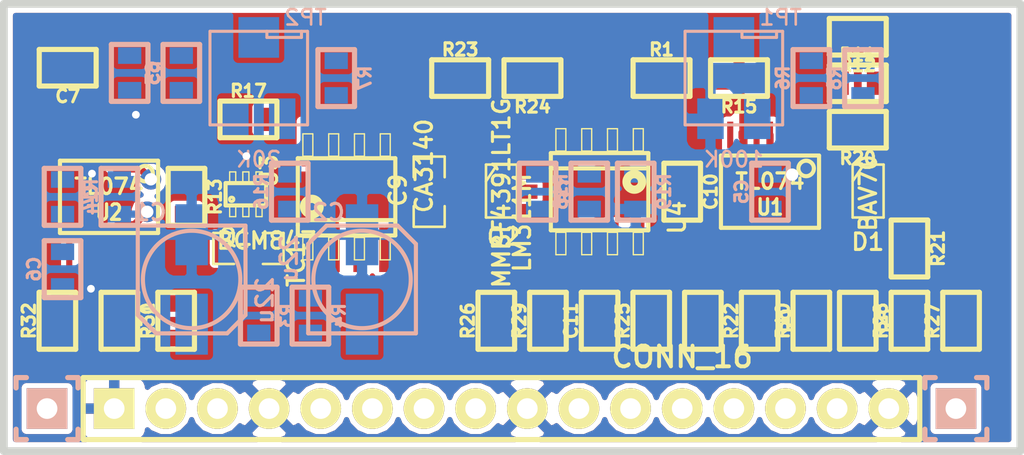
<source format=kicad_pcb>
(kicad_pcb (version 3) (host pcbnew "(2013-07-07 BZR 4022)-stable")

  (general
    (links 121)
    (no_connects 98)
    (area 99.388084 116.809499 151.563916 140.30325)
    (thickness 1.6002)
    (drawings 4)
    (tracks 42)
    (zones 0)
    (modules 56)
    (nets 40)
  )

  (page A4)
  (layers
    (15 Front signal)
    (0 Back signal)
    (16 B.Adhes user)
    (17 F.Adhes user)
    (18 B.Paste user)
    (19 F.Paste user)
    (20 B.SilkS user)
    (21 F.SilkS user)
    (22 B.Mask user)
    (23 F.Mask user)
    (24 Dwgs.User user)
    (25 Cmts.User user)
    (26 Eco1.User user)
    (27 Eco2.User user)
    (28 Edge.Cuts user)
  )

  (setup
    (last_trace_width 0.254)
    (trace_clearance 0.254)
    (zone_clearance 0.254)
    (zone_45_only no)
    (trace_min 0.2032)
    (segment_width 0.381)
    (edge_width 0.381)
    (via_size 0.889)
    (via_drill 0.381)
    (via_min_size 0.889)
    (via_min_drill 0.381)
    (uvia_size 0.508)
    (uvia_drill 0.127)
    (uvias_allowed no)
    (uvia_min_size 0.508)
    (uvia_min_drill 0.127)
    (pcb_text_width 0.3048)
    (pcb_text_size 1.524 2.032)
    (mod_edge_width 0.381)
    (mod_text_size 1.524 1.524)
    (mod_text_width 0.3048)
    (pad_size 1.524 1.524)
    (pad_drill 0.8128)
    (pad_to_mask_clearance 0.0508)
    (aux_axis_origin 0 0)
    (visible_elements 7FFF7BBF)
    (pcbplotparams
      (layerselection 284196865)
      (usegerberextensions true)
      (excludeedgelayer true)
      (linewidth 0.150000)
      (plotframeref false)
      (viasonmask false)
      (mode 1)
      (useauxorigin false)
      (hpglpennumber 1)
      (hpglpenspeed 20)
      (hpglpendiameter 15)
      (hpglpenoverlay 0)
      (psnegative false)
      (psa4output false)
      (plotreference true)
      (plotvalue false)
      (plotothertext true)
      (plotinvisibletext false)
      (padsonsilk false)
      (subtractmaskfromsilk true)
      (outputformat 1)
      (mirror false)
      (drillshape 1)
      (scaleselection 1)
      (outputdirectory "BCM847 Gerbers/"))
  )

  (net 0 "")
  (net 1 +15V)
  (net 2 +15V_PWR)
  (net 3 -15V)
  (net 4 -15V_PWR)
  (net 5 /RAMP)
  (net 6 /SCALE)
  (net 7 /TRI_SHAPE)
  (net 8 GND_PWR)
  (net 9 LINEAR_FM)
  (net 10 N-0000011)
  (net 11 N-0000015)
  (net 12 N-0000016)
  (net 13 N-0000017)
  (net 14 N-0000023)
  (net 15 N-0000024)
  (net 16 N-0000028)
  (net 17 N-0000029)
  (net 18 N-000003)
  (net 19 N-0000030)
  (net 20 N-0000032)
  (net 21 N-0000034)
  (net 22 N-0000035)
  (net 23 N-0000036)
  (net 24 N-0000042)
  (net 25 N-0000043)
  (net 26 N-0000044)
  (net 27 N-000006)
  (net 28 N-000007)
  (net 29 N-000008)
  (net 30 PITCH_CV)
  (net 31 PULSE)
  (net 32 PULSE_1K)
  (net 33 PWM_CV)
  (net 34 PWM_SUM)
  (net 35 SAW)
  (net 36 SAW_1K)
  (net 37 SYNC)
  (net 38 TRI)
  (net 39 TRI_1K)

  (net_class Default "This is the default net class."
    (clearance 0.254)
    (trace_width 0.254)
    (via_dia 0.889)
    (via_drill 0.381)
    (uvia_dia 0.508)
    (uvia_drill 0.127)
    (add_net "")
    (add_net GND_PWR)
    (add_net N-0000011)
    (add_net N-0000015)
    (add_net N-0000016)
    (add_net N-0000017)
    (add_net N-0000023)
    (add_net N-0000024)
    (add_net N-0000028)
    (add_net N-0000029)
    (add_net N-000003)
    (add_net N-0000030)
    (add_net N-0000032)
    (add_net N-0000034)
    (add_net N-0000035)
    (add_net N-0000036)
    (add_net N-0000042)
    (add_net N-0000043)
    (add_net N-0000044)
    (add_net N-000006)
    (add_net N-000007)
    (add_net N-000008)
    (add_net PWM_SUM)
  )

  (net_class POWER ""
    (clearance 0.254)
    (trace_width 0.3556)
    (via_dia 1.016)
    (via_drill 0.6096)
    (uvia_dia 0.508)
    (uvia_drill 0.127)
    (add_net +15V)
    (add_net +15V_PWR)
    (add_net -15V)
    (add_net -15V_PWR)
  )

  (net_class SIGNAL ""
    (clearance 0.254)
    (trace_width 0.3048)
    (via_dia 1.016)
    (via_drill 0.6096)
    (uvia_dia 0.508)
    (uvia_drill 0.127)
    (add_net /RAMP)
    (add_net /SCALE)
    (add_net /TRI_SHAPE)
    (add_net LINEAR_FM)
    (add_net PITCH_CV)
    (add_net PULSE)
    (add_net PULSE_1K)
    (add_net PWM_CV)
    (add_net SAW)
    (add_net SAW_1K)
    (add_net SYNC)
    (add_net TRI)
    (add_net TRI_1K)
  )

  (module SM42/43A (layer Back) (tedit 51290E73) (tstamp 5117F85D)
    (at 136.906 120.65 180)
    (path /5113EB64)
    (fp_text reference TP1 (at -2.30124 2.98196 180) (layer B.SilkS)
      (effects (font (size 0.762 0.762) (thickness 0.127)) (justify mirror))
    )
    (fp_text value 100K (at 0 -4.0005 180) (layer B.SilkS)
      (effects (font (size 0.762 0.762) (thickness 0.127)) (justify mirror))
    )
    (fp_line (start -2.10058 2.30124) (end -2.10058 1.99898) (layer B.SilkS) (width 0.14986))
    (fp_line (start -2.10058 1.99898) (end -0.39878 1.99898) (layer B.SilkS) (width 0.14986))
    (fp_line (start -0.39878 1.99898) (end -0.39878 2.30124) (layer B.SilkS) (width 0.14986))
    (fp_line (start -2.4003 2.30124) (end 2.4003 2.30124) (layer B.SilkS) (width 0.14986))
    (fp_line (start 2.4003 2.30124) (end 2.4003 -2.30124) (layer B.SilkS) (width 0.14986))
    (fp_line (start 2.4003 -2.30124) (end -2.4003 -2.30124) (layer B.SilkS) (width 0.14986))
    (fp_line (start -2.4003 -2.30124) (end -2.4003 2.30124) (layer B.SilkS) (width 0.14986))
    (pad 2 smd rect (at 0 1.99898 180) (size 1.99898 1.99898)
      (layers Back B.Paste B.Mask)
      (net 7 /TRI_SHAPE)
    )
    (pad 1 smd rect (at -1.15062 -1.99898 180) (size 1.30048 1.99898)
      (layers Back B.Paste B.Mask)
      (net 1 +15V)
    )
    (pad 3 smd rect (at 1.15062 -1.99898 180) (size 1.30048 1.99898)
      (layers Back B.Paste B.Mask)
      (net 8 GND_PWR)
    )
  )

  (module SM42/43A (layer Back) (tedit 51278DBD) (tstamp 5117F860)
    (at 113.538 120.65 180)
    (path /5113EBD7)
    (fp_text reference TP2 (at -2.30124 2.98196 180) (layer B.SilkS)
      (effects (font (size 0.762 0.762) (thickness 0.127)) (justify mirror))
    )
    (fp_text value 20K (at 0 -4.0005 180) (layer B.SilkS)
      (effects (font (size 0.762 0.762) (thickness 0.127)) (justify mirror))
    )
    (fp_line (start -2.10058 2.30124) (end -2.10058 1.99898) (layer B.SilkS) (width 0.14986))
    (fp_line (start -2.10058 1.99898) (end -0.39878 1.99898) (layer B.SilkS) (width 0.14986))
    (fp_line (start -0.39878 1.99898) (end -0.39878 2.30124) (layer B.SilkS) (width 0.14986))
    (fp_line (start -2.4003 2.30124) (end 2.4003 2.30124) (layer B.SilkS) (width 0.14986))
    (fp_line (start 2.4003 2.30124) (end 2.4003 -2.30124) (layer B.SilkS) (width 0.14986))
    (fp_line (start 2.4003 -2.30124) (end -2.4003 -2.30124) (layer B.SilkS) (width 0.14986))
    (fp_line (start -2.4003 -2.30124) (end -2.4003 2.30124) (layer B.SilkS) (width 0.14986))
    (pad 2 smd rect (at 0 1.99898 180) (size 1.99898 1.99898)
      (layers Back B.Paste B.Mask)
      (net 21 N-0000034)
    )
    (pad 1 smd rect (at -1.15062 -1.99898 180) (size 1.30048 1.99898)
      (layers Back B.Paste B.Mask)
      (net 14 N-0000023)
    )
    (pad 3 smd rect (at 1.15062 -1.99898 180) (size 1.30048 1.99898)
      (layers Back B.Paste B.Mask)
      (net 21 N-0000034)
    )
  )

  (module -SOT363_PHILIPS (layer Front) (tedit 512C288E) (tstamp 51171875)
    (at 112.903 126.365)
    (descr "SMALL OUTLINE TRANSISTOR; 6 LEADS")
    (tags "SMALL OUTLINE TRANSISTOR; 6 LEADS")
    (path /5113E67D)
    (attr smd)
    (fp_text reference Q1 (at -0.49276 2.09804) (layer F.SilkS)
      (effects (font (size 0.8128 0.8128) (thickness 0.1524)))
    )
    (fp_text value BCM847 (at 1.016 2.286) (layer F.SilkS)
      (effects (font (size 0.8128 0.8128) (thickness 0.1524)))
    )
    (fp_line (start -0.79756 1.09982) (end -0.49784 1.09982) (layer F.SilkS) (width 0.06604))
    (fp_line (start -0.49784 1.09982) (end -0.49784 0.59944) (layer F.SilkS) (width 0.06604))
    (fp_line (start -0.79756 0.59944) (end -0.49784 0.59944) (layer F.SilkS) (width 0.06604))
    (fp_line (start -0.79756 1.09982) (end -0.79756 0.59944) (layer F.SilkS) (width 0.06604))
    (fp_line (start -0.14986 1.09982) (end 0.14986 1.09982) (layer F.SilkS) (width 0.06604))
    (fp_line (start 0.14986 1.09982) (end 0.14986 0.59944) (layer F.SilkS) (width 0.06604))
    (fp_line (start -0.14986 0.59944) (end 0.14986 0.59944) (layer F.SilkS) (width 0.06604))
    (fp_line (start -0.14986 1.09982) (end -0.14986 0.59944) (layer F.SilkS) (width 0.06604))
    (fp_line (start 0.49784 1.09982) (end 0.79756 1.09982) (layer F.SilkS) (width 0.06604))
    (fp_line (start 0.79756 1.09982) (end 0.79756 0.59944) (layer F.SilkS) (width 0.06604))
    (fp_line (start 0.49784 0.59944) (end 0.79756 0.59944) (layer F.SilkS) (width 0.06604))
    (fp_line (start 0.49784 1.09982) (end 0.49784 0.59944) (layer F.SilkS) (width 0.06604))
    (fp_line (start 0.49784 -0.59944) (end 0.79756 -0.59944) (layer F.SilkS) (width 0.06604))
    (fp_line (start 0.79756 -0.59944) (end 0.79756 -1.09982) (layer F.SilkS) (width 0.06604))
    (fp_line (start 0.49784 -1.09982) (end 0.79756 -1.09982) (layer F.SilkS) (width 0.06604))
    (fp_line (start 0.49784 -0.59944) (end 0.49784 -1.09982) (layer F.SilkS) (width 0.06604))
    (fp_line (start -0.14986 -0.59944) (end 0.14986 -0.59944) (layer F.SilkS) (width 0.06604))
    (fp_line (start 0.14986 -0.59944) (end 0.14986 -1.09982) (layer F.SilkS) (width 0.06604))
    (fp_line (start -0.14986 -1.09982) (end 0.14986 -1.09982) (layer F.SilkS) (width 0.06604))
    (fp_line (start -0.14986 -0.59944) (end -0.14986 -1.09982) (layer F.SilkS) (width 0.06604))
    (fp_line (start -0.79756 -0.59944) (end -0.49784 -0.59944) (layer F.SilkS) (width 0.06604))
    (fp_line (start -0.49784 -0.59944) (end -0.49784 -1.09982) (layer F.SilkS) (width 0.06604))
    (fp_line (start -0.79756 -1.09982) (end -0.49784 -1.09982) (layer F.SilkS) (width 0.06604))
    (fp_line (start -0.79756 -0.59944) (end -0.79756 -1.09982) (layer F.SilkS) (width 0.06604))
    (fp_line (start -0.99822 -0.54864) (end 0.99822 -0.54864) (layer F.SilkS) (width 0.2032))
    (fp_line (start 0.99822 -0.54864) (end 0.99822 0.54864) (layer F.SilkS) (width 0.2032))
    (fp_line (start 0.99822 0.54864) (end -0.99822 0.54864) (layer F.SilkS) (width 0.2032))
    (fp_line (start -0.99822 0.54864) (end -0.99822 -0.54864) (layer F.SilkS) (width 0.2032))
    (fp_circle (center -0.6985 0.24892) (end -0.77216 0.32258) (layer F.SilkS) (width 0.1524))
    (pad 1 smd rect (at -0.6477 0.79756) (size 0.39878 0.79756)
      (layers Front F.Paste F.Mask)
      (net 27 N-000006)
    )
    (pad 2 smd rect (at 0 0.79756) (size 0.39878 0.79756)
      (layers Front F.Paste F.Mask)
      (net 15 N-0000024)
    )
    (pad 3 smd rect (at 0.6477 0.79756) (size 0.39878 0.79756)
      (layers Front F.Paste F.Mask)
      (net 20 N-0000032)
    )
    (pad 4 smd rect (at 0.6477 -0.79756) (size 0.39878 0.79756)
      (layers Front F.Paste F.Mask)
      (net 27 N-000006)
    )
    (pad 5 smd rect (at 0 -0.79756) (size 0.39878 0.79756)
      (layers Front F.Paste F.Mask)
      (net 8 GND_PWR)
    )
    (pad 6 smd rect (at -0.6477 -0.79756) (size 0.39878 0.79756)
      (layers Front F.Paste F.Mask)
      (net 28 N-000007)
    )
  )

  (module SM0805-HAND (layer Front) (tedit 512C2881) (tstamp 51171878)
    (at 113.03 129.032 180)
    (path /5113EC84)
    (attr smd)
    (fp_text reference TC1 (at -2.34696 -0.77724 270) (layer F.SilkS)
      (effects (font (size 0.8128 0.8128) (thickness 0.1524)))
    )
    (fp_text value "1K 3300ppm/K" (at 0 0 180) (layer F.SilkS) hide
      (effects (font (size 0.635 0.635) (thickness 0.127)))
    )
    (fp_line (start -0.7112 0.762) (end -1.7272 0.762) (layer F.SilkS) (width 0.127))
    (fp_line (start -1.7272 0.762) (end -1.7272 -0.762) (layer F.SilkS) (width 0.127))
    (fp_line (start -1.7272 -0.762) (end -0.7112 -0.762) (layer F.SilkS) (width 0.127))
    (fp_line (start 0.7112 -0.762) (end 1.7272 -0.762) (layer F.SilkS) (width 0.127))
    (fp_line (start 1.7272 -0.762) (end 1.7272 0.762) (layer F.SilkS) (width 0.127))
    (fp_line (start 1.7272 0.762) (end 0.7112 0.762) (layer F.SilkS) (width 0.127))
    (pad 1 smd rect (at -1.0795 0 180) (size 1.143 1.397)
      (layers Front F.Paste F.Mask)
      (net 8 GND_PWR)
    )
    (pad 2 smd rect (at 1.0795 0 180) (size 1.143 1.397)
      (layers Front F.Paste F.Mask)
      (net 15 N-0000024)
    )
    (model smd/chip_cms.wrl
      (at (xyz 0 0 0))
      (scale (xyz 0.1 0.1 0.1))
      (rotate (xyz 0 0 0))
    )
  )

  (module SM0805-HAND (layer Front) (tedit 512787EC) (tstamp 511CFA42)
    (at 121.92 126.238 90)
    (path /5113F26E)
    (attr smd)
    (fp_text reference C9 (at 0.06604 -1.53924 90) (layer F.SilkS)
      (effects (font (size 0.8128 0.8128) (thickness 0.1524)))
    )
    (fp_text value "2.2n 1%" (at 0 0 90) (layer F.SilkS) hide
      (effects (font (size 0.635 0.635) (thickness 0.127)))
    )
    (fp_line (start -0.7112 0.762) (end -1.7272 0.762) (layer F.SilkS) (width 0.127))
    (fp_line (start -1.7272 0.762) (end -1.7272 -0.762) (layer F.SilkS) (width 0.127))
    (fp_line (start -1.7272 -0.762) (end -0.7112 -0.762) (layer F.SilkS) (width 0.127))
    (fp_line (start 0.7112 -0.762) (end 1.7272 -0.762) (layer F.SilkS) (width 0.127))
    (fp_line (start 1.7272 -0.762) (end 1.7272 0.762) (layer F.SilkS) (width 0.127))
    (fp_line (start 1.7272 0.762) (end 0.7112 0.762) (layer F.SilkS) (width 0.127))
    (pad 1 smd rect (at -1.0795 0 90) (size 1.143 1.397)
      (layers Front F.Paste F.Mask)
      (net 20 N-0000032)
    )
    (pad 2 smd rect (at 1.0795 0 90) (size 1.143 1.397)
      (layers Front F.Paste F.Mask)
      (net 16 N-0000028)
    )
    (model smd/chip_cms.wrl
      (at (xyz 0 0 0))
      (scale (xyz 0.1 0.1 0.1))
      (rotate (xyz 0 0 0))
    )
  )

  (module SOT23 (layer Front) (tedit 512C27C8) (tstamp 5115C437)
    (at 125.476 126.238 270)
    (tags SOT23)
    (path /5113E160)
    (fp_text reference Q2 (at 2.21996 -0.11176 360) (layer F.SilkS)
      (effects (font (size 0.8128 0.8128) (thickness 0.1524)))
    )
    (fp_text value MMBF4391LT1G (at 0.0635 0 270) (layer F.SilkS)
      (effects (font (size 0.8128 0.8128) (thickness 0.1524)))
    )
    (fp_line (start -0.508 0.762) (end -1.27 0.254) (layer F.SilkS) (width 0.127))
    (fp_line (start 1.27 0.762) (end -1.3335 0.762) (layer F.SilkS) (width 0.127))
    (fp_line (start -1.3335 0.762) (end -1.3335 -0.762) (layer F.SilkS) (width 0.127))
    (fp_line (start -1.3335 -0.762) (end 1.27 -0.762) (layer F.SilkS) (width 0.127))
    (fp_line (start 1.27 -0.762) (end 1.27 0.762) (layer F.SilkS) (width 0.127))
    (pad 3 smd rect (at 0 -1.27 270) (size 0.70104 1.00076)
      (layers Front F.Paste F.Mask)
      (net 19 N-0000030)
    )
    (pad 2 smd rect (at 0.9525 1.27 270) (size 0.70104 1.00076)
      (layers Front F.Paste F.Mask)
      (net 20 N-0000032)
    )
    (pad 1 smd rect (at -0.9525 1.27 270) (size 0.70104 1.00076)
      (layers Front F.Paste F.Mask)
      (net 16 N-0000028)
    )
    (model smd/SOT23_6.wrl
      (at (xyz 0 0 0))
      (scale (xyz 0.11 0.11 0.11))
      (rotate (xyz 0 0 -180))
    )
  )

  (module SOT23 (layer Front) (tedit 512C27EB) (tstamp 5115C435)
    (at 143.51 126.238 270)
    (tags SOT23)
    (path /5114032F)
    (fp_text reference D1 (at 2.47396 0.01524 360) (layer F.SilkS)
      (effects (font (size 0.8128 0.8128) (thickness 0.1524)))
    )
    (fp_text value BAV70 (at 0.0635 0 270) (layer F.SilkS)
      (effects (font (size 0.8128 0.8128) (thickness 0.1524)))
    )
    (fp_line (start -0.508 0.762) (end -1.27 0.254) (layer F.SilkS) (width 0.127))
    (fp_line (start 1.27 0.762) (end -1.3335 0.762) (layer F.SilkS) (width 0.127))
    (fp_line (start -1.3335 0.762) (end -1.3335 -0.762) (layer F.SilkS) (width 0.127))
    (fp_line (start -1.3335 -0.762) (end 1.27 -0.762) (layer F.SilkS) (width 0.127))
    (fp_line (start 1.27 -0.762) (end 1.27 0.762) (layer F.SilkS) (width 0.127))
    (pad 3 smd rect (at 0 -1.27 270) (size 0.70104 1.00076)
      (layers Front F.Paste F.Mask)
      (net 22 N-0000035)
    )
    (pad 2 smd rect (at 0.9525 1.27 270) (size 0.70104 1.00076)
      (layers Front F.Paste F.Mask)
      (net 35 SAW)
    )
    (pad 1 smd rect (at -0.9525 1.27 270) (size 0.70104 1.00076)
      (layers Front F.Paste F.Mask)
      (net 25 N-0000043)
    )
    (model smd/SOT23_6.wrl
      (at (xyz 0 0 0))
      (scale (xyz 0.11 0.11 0.11))
      (rotate (xyz 0 0 -180))
    )
  )

  (module rcl-153CLV-0505 (layer Back) (tedit 5125160F) (tstamp 5115C493)
    (at 118.618 130.556 90)
    (descr "ALUMINUM ELECTROLYTIC CAPACITORS")
    (tags "ALUMINUM ELECTROLYTIC CAPACITORS")
    (path /51141D4D)
    (attr smd)
    (fp_text reference C2 (at 3.302 -1.651 180) (layer B.SilkS)
      (effects (font (size 0.8128 0.8128) (thickness 0.1524)) (justify mirror))
    )
    (fp_text value 22u (at 1.03378 -3.59918 90) (layer B.SilkS)
      (effects (font (size 0.8128 0.8128) (thickness 0.1524)) (justify mirror))
    )
    (fp_line (start 1.74752 -2.64922) (end -2.64922 -2.64922) (layer B.SilkS) (width 0.2032))
    (fp_line (start -2.64922 -2.64922) (end -2.64922 -1.09982) (layer B.SilkS) (width 0.2032))
    (fp_line (start -2.64922 -1.09982) (end -2.64922 1.09982) (layer B.SilkS) (width 0.2032))
    (fp_line (start -2.64922 1.09982) (end -2.64922 2.64922) (layer B.SilkS) (width 0.2032))
    (fp_line (start -2.64922 2.64922) (end 1.74752 2.64922) (layer B.SilkS) (width 0.2032))
    (fp_line (start 2.64922 1.74752) (end 2.64922 1.09982) (layer B.SilkS) (width 0.2032))
    (fp_line (start 2.64922 1.09982) (end 2.64922 -1.09982) (layer B.SilkS) (width 0.2032))
    (fp_line (start 2.64922 -1.09982) (end 2.64922 -1.74752) (layer B.SilkS) (width 0.2032))
    (fp_line (start 2.64922 -1.74752) (end 1.74752 -2.64922) (layer B.SilkS) (width 0.2032))
    (fp_line (start 1.74752 2.64922) (end 2.64922 1.74752) (layer B.SilkS) (width 0.2032))
    (fp_arc (start 0 0) (end 2.19964 -0.94996) (angle -133.2) (layer B.SilkS) (width 0.2032))
    (fp_arc (start 0 0) (end -2.19964 -0.94996) (angle -46.7) (layer B.SilkS) (width 0.2032))
    (fp_arc (start 0 0) (end -2.19964 0.94996) (angle -133.2) (layer B.SilkS) (width 0.2032))
    (fp_arc (start 0 0) (end 2.19964 0.94996) (angle -46.7) (layer B.SilkS) (width 0.2032))
    (pad 1 smd rect (at 2.19964 0 90) (size 2.99974 1.59766)
      (layers Back B.Paste B.Mask)
      (net 8 GND_PWR)
    )
    (pad 2 smd rect (at -2.19964 0 90) (size 2.99974 1.59766)
      (layers Back B.Paste B.Mask)
      (net 3 -15V)
    )
  )

  (module rcl-153CLV-0505 (layer Back) (tedit 5125160A) (tstamp 5115C491)
    (at 110.236 130.556 270)
    (descr "ALUMINUM ELECTROLYTIC CAPACITORS")
    (tags "ALUMINUM ELECTROLYTIC CAPACITORS")
    (path /51141D46)
    (attr smd)
    (fp_text reference C1 (at -3.302 2.032 360) (layer B.SilkS)
      (effects (font (size 0.8128 0.8128) (thickness 0.1524)) (justify mirror))
    )
    (fp_text value 22u (at 1.03378 -3.59918 270) (layer B.SilkS)
      (effects (font (size 0.8128 0.8128) (thickness 0.1524)) (justify mirror))
    )
    (fp_line (start 1.74752 -2.64922) (end -2.64922 -2.64922) (layer B.SilkS) (width 0.2032))
    (fp_line (start -2.64922 -2.64922) (end -2.64922 -1.09982) (layer B.SilkS) (width 0.2032))
    (fp_line (start -2.64922 -1.09982) (end -2.64922 1.09982) (layer B.SilkS) (width 0.2032))
    (fp_line (start -2.64922 1.09982) (end -2.64922 2.64922) (layer B.SilkS) (width 0.2032))
    (fp_line (start -2.64922 2.64922) (end 1.74752 2.64922) (layer B.SilkS) (width 0.2032))
    (fp_line (start 2.64922 1.74752) (end 2.64922 1.09982) (layer B.SilkS) (width 0.2032))
    (fp_line (start 2.64922 1.09982) (end 2.64922 -1.09982) (layer B.SilkS) (width 0.2032))
    (fp_line (start 2.64922 -1.09982) (end 2.64922 -1.74752) (layer B.SilkS) (width 0.2032))
    (fp_line (start 2.64922 -1.74752) (end 1.74752 -2.64922) (layer B.SilkS) (width 0.2032))
    (fp_line (start 1.74752 2.64922) (end 2.64922 1.74752) (layer B.SilkS) (width 0.2032))
    (fp_arc (start 0 0) (end 2.19964 -0.94996) (angle -133.2) (layer B.SilkS) (width 0.2032))
    (fp_arc (start 0 0) (end -2.19964 -0.94996) (angle -46.7) (layer B.SilkS) (width 0.2032))
    (fp_arc (start 0 0) (end -2.19964 0.94996) (angle -133.2) (layer B.SilkS) (width 0.2032))
    (fp_arc (start 0 0) (end 2.19964 0.94996) (angle -46.7) (layer B.SilkS) (width 0.2032))
    (pad 1 smd rect (at 2.19964 0 270) (size 2.99974 1.59766)
      (layers Back B.Paste B.Mask)
      (net 1 +15V)
    )
    (pad 2 smd rect (at -2.19964 0 270) (size 2.99974 1.59766)
      (layers Back B.Paste B.Mask)
      (net 8 GND_PWR)
    )
  )

  (module SIL-1 (layer Back) (tedit 512C278E) (tstamp 5123A0D9)
    (at 103.124 136.906)
    (descr "Connecteurs 1 pin")
    (tags "CONN DEV")
    (path /51239EE8)
    (fp_text reference JP3 (at 0 2.54) (layer B.SilkS) hide
      (effects (font (size 1.016 1.016) (thickness 0.1905)) (justify mirror))
    )
    (fp_text value CONN_1 (at 0 2.54) (layer B.SilkS) hide
      (effects (font (size 1.016 1.016) (thickness 0.1905)) (justify mirror))
    )
    (fp_line (start 1.016 1.524) (end 1.524 1.524) (layer B.SilkS) (width 0.254))
    (fp_line (start 1.524 1.524) (end 1.524 1.016) (layer B.SilkS) (width 0.254))
    (fp_line (start 1.016 -1.524) (end 1.524 -1.524) (layer B.SilkS) (width 0.254))
    (fp_line (start 1.524 -1.524) (end 1.524 -1.016) (layer B.SilkS) (width 0.254))
    (fp_line (start -1.524 -1.016) (end -1.524 -1.524) (layer B.SilkS) (width 0.254))
    (fp_line (start -1.524 -1.524) (end -1.016 -1.524) (layer B.SilkS) (width 0.254))
    (fp_line (start -1.016 1.524) (end -1.524 1.524) (layer B.SilkS) (width 0.254))
    (fp_line (start -1.524 1.524) (end -1.524 1.016) (layer B.SilkS) (width 0.254))
    (pad 1 thru_hole rect (at 0 0) (size 1.99898 1.99898) (drill 1.016)
      (layers *.Cu *.Mask B.SilkS)
      (net 3 -15V)
    )
  )

  (module SIL-1 (layer Back) (tedit 512C27A0) (tstamp 5123A0DB)
    (at 147.828 136.906)
    (descr "Connecteurs 1 pin")
    (tags "CONN DEV")
    (path /51239EDE)
    (fp_text reference JP2 (at 0 2.54) (layer B.SilkS) hide
      (effects (font (size 1.016 1.016) (thickness 0.1905)) (justify mirror))
    )
    (fp_text value CONN_1 (at 0 2.54) (layer B.SilkS) hide
      (effects (font (size 1.016 1.016) (thickness 0.1905)) (justify mirror))
    )
    (fp_line (start 1.016 1.524) (end 1.524 1.524) (layer B.SilkS) (width 0.254))
    (fp_line (start 1.524 1.524) (end 1.524 1.016) (layer B.SilkS) (width 0.254))
    (fp_line (start 1.016 -1.524) (end 1.524 -1.524) (layer B.SilkS) (width 0.254))
    (fp_line (start 1.524 -1.524) (end 1.524 -1.016) (layer B.SilkS) (width 0.254))
    (fp_line (start -1.524 -1.016) (end -1.524 -1.524) (layer B.SilkS) (width 0.254))
    (fp_line (start -1.524 -1.524) (end -1.016 -1.524) (layer B.SilkS) (width 0.254))
    (fp_line (start -1.016 1.524) (end -1.524 1.524) (layer B.SilkS) (width 0.254))
    (fp_line (start -1.524 1.524) (end -1.524 1.016) (layer B.SilkS) (width 0.254))
    (pad 1 thru_hole rect (at 0 0) (size 1.99898 1.99898) (drill 1.016)
      (layers *.Cu *.Mask B.SilkS)
      (net 1 +15V)
    )
  )

  (module SIL-16 (layer Front) (tedit 512C2782) (tstamp 5118264C)
    (at 125.476 136.906)
    (descr "Connecteur 18 pins")
    (tags "CONN DEV")
    (path /5117E0E3)
    (fp_text reference JP1 (at -19.16176 2.47904) (layer F.SilkS) hide
      (effects (font (size 1.016 1.016) (thickness 0.1905)))
    )
    (fp_text value CONN_16 (at 8.89 -2.54) (layer F.SilkS)
      (effects (font (size 1.016 1.016) (thickness 0.1905)))
    )
    (fp_line (start -20.574 -1.524) (end -20.574 1.524) (layer F.SilkS) (width 0.254))
    (fp_line (start -20.574 1.524) (end 20.574 1.524) (layer F.SilkS) (width 0.254))
    (fp_line (start 20.574 1.524) (end 20.574 -1.524) (layer F.SilkS) (width 0.254))
    (fp_line (start 20.574 -1.524) (end -20.574 -1.524) (layer F.SilkS) (width 0.254))
    (pad 1 thru_hole rect (at -19.05 0) (size 1.99898 1.99898) (drill 1.016)
      (layers *.Cu *.Mask F.SilkS)
      (net 8 GND_PWR)
    )
    (pad 2 thru_hole circle (at -16.51 0) (size 1.99898 1.99898) (drill 1.016)
      (layers *.Cu *.Mask F.SilkS)
      (net 2 +15V_PWR)
    )
    (pad 3 thru_hole circle (at -13.97 0) (size 1.99898 1.99898) (drill 1.016)
      (layers *.Cu *.Mask F.SilkS)
      (net 4 -15V_PWR)
    )
    (pad 4 thru_hole circle (at -11.43 0) (size 1.99898 1.99898) (drill 1.016)
      (layers *.Cu *.Mask F.SilkS)
      (net 8 GND_PWR)
    )
    (pad 5 thru_hole circle (at -8.89 0) (size 1.99898 1.99898) (drill 1.016)
      (layers *.Cu *.Mask F.SilkS)
      (net 30 PITCH_CV)
    )
    (pad 6 thru_hole circle (at -6.35 0) (size 1.99898 1.99898) (drill 1.016)
      (layers *.Cu *.Mask F.SilkS)
      (net 33 PWM_CV)
    )
    (pad 7 thru_hole circle (at -3.81 0) (size 1.99898 1.99898) (drill 1.016)
      (layers *.Cu *.Mask F.SilkS)
      (net 9 LINEAR_FM)
    )
    (pad 8 thru_hole circle (at -1.27 0) (size 1.99898 1.99898) (drill 1.016)
      (layers *.Cu *.Mask F.SilkS)
      (net 37 SYNC)
    )
    (pad 9 thru_hole circle (at 1.27 0) (size 1.99898 1.99898) (drill 1.016)
      (layers *.Cu *.Mask F.SilkS)
      (net 8 GND_PWR)
    )
    (pad 10 thru_hole circle (at 3.81 0) (size 1.99898 1.99898) (drill 1.016)
      (layers *.Cu *.Mask F.SilkS)
    )
    (pad 11 thru_hole circle (at 6.35 0) (size 1.99898 1.99898) (drill 1.016)
      (layers *.Cu *.Mask F.SilkS)
      (net 36 SAW_1K)
    )
    (pad 12 thru_hole circle (at 8.89 0) (size 1.99898 1.99898) (drill 1.016)
      (layers *.Cu *.Mask F.SilkS)
    )
    (pad 13 thru_hole circle (at 11.43 0) (size 1.99898 1.99898) (drill 1.016)
      (layers *.Cu *.Mask F.SilkS)
      (net 32 PULSE_1K)
    )
    (pad 14 thru_hole circle (at 13.97 0) (size 1.99898 1.99898) (drill 1.016)
      (layers *.Cu *.Mask F.SilkS)
    )
    (pad 15 thru_hole circle (at 16.51 0) (size 1.99898 1.99898) (drill 1.016)
      (layers *.Cu *.Mask F.SilkS)
      (net 39 TRI_1K)
    )
    (pad 16 thru_hole circle (at 19.05 0) (size 1.99898 1.99898) (drill 1.016)
      (layers *.Cu *.Mask F.SilkS)
      (net 8 GND_PWR)
    )
  )

  (module TSSOP14 (layer Front) (tedit 4E43F187) (tstamp 5115C495)
    (at 138.684 126.238 180)
    (path /5113DC31)
    (attr smd)
    (fp_text reference U1 (at 0 -0.762 180) (layer F.SilkS)
      (effects (font (size 0.762 0.635) (thickness 0.16002)))
    )
    (fp_text value TL074 (at 0 0.508 180) (layer F.SilkS)
      (effects (font (size 0.762 0.762) (thickness 0.16002)))
    )
    (fp_line (start -2.413 -1.778) (end 2.413 -1.778) (layer F.SilkS) (width 0.2032))
    (fp_line (start 2.413 -1.778) (end 2.413 1.778) (layer F.SilkS) (width 0.2032))
    (fp_line (start 2.413 1.778) (end -2.413 1.778) (layer F.SilkS) (width 0.2032))
    (fp_line (start -2.413 1.778) (end -2.413 -1.778) (layer F.SilkS) (width 0.2032))
    (fp_circle (center -1.778 1.143) (end -2.159 1.143) (layer F.SilkS) (width 0.2032))
    (pad 1 smd rect (at -1.9304 2.794 180) (size 0.29972 1.30048)
      (layers Front F.Paste F.Mask)
      (net 25 N-0000043)
    )
    (pad 2 smd rect (at -1.2954 2.794 180) (size 0.29972 1.30048)
      (layers Front F.Paste F.Mask)
      (net 8 GND_PWR)
    )
    (pad 3 smd rect (at -0.635 2.794 180) (size 0.29972 1.30048)
      (layers Front F.Paste F.Mask)
      (net 10 N-0000011)
    )
    (pad 4 smd rect (at 0 2.794 180) (size 0.29972 1.30048)
      (layers Front F.Paste F.Mask)
      (net 1 +15V)
    )
    (pad 5 smd rect (at 0.6604 2.794 180) (size 0.29972 1.30048)
      (layers Front F.Paste F.Mask)
      (net 11 N-0000015)
    )
    (pad 6 smd rect (at 1.3081 2.794 180) (size 0.29972 1.30048)
      (layers Front F.Paste F.Mask)
      (net 8 GND_PWR)
    )
    (pad 7 smd rect (at 1.9558 2.794 180) (size 0.29972 1.30048)
      (layers Front F.Paste F.Mask)
      (net 35 SAW)
    )
    (pad 8 smd rect (at 1.9558 -2.794 180) (size 0.29972 1.30048)
      (layers Front F.Paste F.Mask)
      (net 38 TRI)
    )
    (pad 9 smd rect (at 1.3081 -2.794 180) (size 0.29972 1.30048)
      (layers Front F.Paste F.Mask)
      (net 8 GND_PWR)
    )
    (pad 10 smd rect (at 0.6604 -2.794 180) (size 0.29972 1.30048)
      (layers Front F.Paste F.Mask)
      (net 24 N-0000042)
    )
    (pad 11 smd rect (at 0 -2.794 180) (size 0.29972 1.30048)
      (layers Front F.Paste F.Mask)
      (net 3 -15V)
    )
    (pad 12 smd rect (at -0.6477 -2.794 180) (size 0.29972 1.30048)
      (layers Front F.Paste F.Mask)
      (net 35 SAW)
    )
    (pad 13 smd rect (at -1.2954 -2.794 180) (size 0.29972 1.30048)
      (layers Front F.Paste F.Mask)
      (net 26 N-0000044)
    )
    (pad 14 smd rect (at -1.9431 -2.794 180) (size 0.29972 1.30048)
      (layers Front F.Paste F.Mask)
      (net 31 PULSE)
    )
    (model smd\smd_dil\tssop-14.wrl
      (at (xyz 0 0 0))
      (scale (xyz 1 1 1))
      (rotate (xyz 0 0 0))
    )
  )

  (module TSSOP14 (layer Front) (tedit 4E43F187) (tstamp 5115C959)
    (at 106.172 126.492 180)
    (path /52AB66BB)
    (attr smd)
    (fp_text reference U2 (at 0 -0.762 180) (layer F.SilkS)
      (effects (font (size 0.762 0.635) (thickness 0.16002)))
    )
    (fp_text value TL074 (at 0 0.508 180) (layer F.SilkS)
      (effects (font (size 0.762 0.762) (thickness 0.16002)))
    )
    (fp_line (start -2.413 -1.778) (end 2.413 -1.778) (layer F.SilkS) (width 0.2032))
    (fp_line (start 2.413 -1.778) (end 2.413 1.778) (layer F.SilkS) (width 0.2032))
    (fp_line (start 2.413 1.778) (end -2.413 1.778) (layer F.SilkS) (width 0.2032))
    (fp_line (start -2.413 1.778) (end -2.413 -1.778) (layer F.SilkS) (width 0.2032))
    (fp_circle (center -1.778 1.143) (end -2.159 1.143) (layer F.SilkS) (width 0.2032))
    (pad 1 smd rect (at -1.9304 2.794 180) (size 0.29972 1.30048)
      (layers Front F.Paste F.Mask)
      (net 6 /SCALE)
    )
    (pad 2 smd rect (at -1.2954 2.794 180) (size 0.29972 1.30048)
      (layers Front F.Paste F.Mask)
      (net 8 GND_PWR)
    )
    (pad 3 smd rect (at -0.635 2.794 180) (size 0.29972 1.30048)
      (layers Front F.Paste F.Mask)
      (net 21 N-0000034)
    )
    (pad 4 smd rect (at 0 2.794 180) (size 0.29972 1.30048)
      (layers Front F.Paste F.Mask)
      (net 1 +15V)
    )
    (pad 5 smd rect (at 0.6604 2.794 180) (size 0.29972 1.30048)
      (layers Front F.Paste F.Mask)
      (net 28 N-000007)
    )
    (pad 6 smd rect (at 1.3081 2.794 180) (size 0.29972 1.30048)
      (layers Front F.Paste F.Mask)
      (net 8 GND_PWR)
    )
    (pad 7 smd rect (at 1.9558 2.794 180) (size 0.29972 1.30048)
      (layers Front F.Paste F.Mask)
      (net 17 N-0000029)
    )
    (pad 8 smd rect (at 1.9558 -2.794 180) (size 0.29972 1.30048)
      (layers Front F.Paste F.Mask)
      (net 34 PWM_SUM)
    )
    (pad 9 smd rect (at 1.3081 -2.794 180) (size 0.29972 1.30048)
      (layers Front F.Paste F.Mask)
      (net 12 N-0000016)
    )
    (pad 10 smd rect (at 0.6604 -2.794 180) (size 0.29972 1.30048)
      (layers Front F.Paste F.Mask)
      (net 8 GND_PWR)
    )
    (pad 11 smd rect (at 0 -2.794 180) (size 0.29972 1.30048)
      (layers Front F.Paste F.Mask)
      (net 3 -15V)
    )
    (pad 12 smd rect (at -0.6477 -2.794 180) (size 0.29972 1.30048)
      (layers Front F.Paste F.Mask)
      (net 8 GND_PWR)
    )
    (pad 13 smd rect (at -1.2954 -2.794 180) (size 0.29972 1.30048)
      (layers Front F.Paste F.Mask)
      (net 33 PWM_CV)
    )
    (pad 14 smd rect (at -1.9431 -2.794 180) (size 0.29972 1.30048)
      (layers Front F.Paste F.Mask)
      (net 13 N-0000017)
    )
    (model smd\smd_dil\tssop-14.wrl
      (at (xyz 0 0 0))
      (scale (xyz 1 1 1))
      (rotate (xyz 0 0 0))
    )
  )

  (module SOIC-8-JRL (layer Front) (tedit 5287FFA2) (tstamp 5115C498)
    (at 130.302 126.238 180)
    (descr "SMALL OUTLINE INTEGRATED CIRCUIT")
    (tags "SMALL OUTLINE INTEGRATED CIRCUIT")
    (path /5113E081)
    (attr smd)
    (fp_text reference U4 (at -3.81 -1.27 270) (layer F.SilkS)
      (effects (font (size 0.8128 0.8128) (thickness 0.1524)))
    )
    (fp_text value LM311M (at 3.81 -1.524 270) (layer F.SilkS)
      (effects (font (size 0.8128 0.8128) (thickness 0.1524)))
    )
    (fp_circle (center -1.708 0.481) (end -1.581 0.608) (layer F.SilkS) (width 0.4064))
    (fp_line (start -2.14884 3.0988) (end -1.65862 3.0988) (layer F.SilkS) (width 0.06604))
    (fp_line (start -1.65862 3.0988) (end -1.65862 1.99898) (layer F.SilkS) (width 0.06604))
    (fp_line (start -2.14884 1.99898) (end -1.65862 1.99898) (layer F.SilkS) (width 0.06604))
    (fp_line (start -2.14884 3.0988) (end -2.14884 1.99898) (layer F.SilkS) (width 0.06604))
    (fp_line (start -0.87884 3.0988) (end -0.38862 3.0988) (layer F.SilkS) (width 0.06604))
    (fp_line (start -0.38862 3.0988) (end -0.38862 1.99898) (layer F.SilkS) (width 0.06604))
    (fp_line (start -0.87884 1.99898) (end -0.38862 1.99898) (layer F.SilkS) (width 0.06604))
    (fp_line (start -0.87884 3.0988) (end -0.87884 1.99898) (layer F.SilkS) (width 0.06604))
    (fp_line (start 0.38862 3.0988) (end 0.87884 3.0988) (layer F.SilkS) (width 0.06604))
    (fp_line (start 0.87884 3.0988) (end 0.87884 1.99898) (layer F.SilkS) (width 0.06604))
    (fp_line (start 0.38862 1.99898) (end 0.87884 1.99898) (layer F.SilkS) (width 0.06604))
    (fp_line (start 0.38862 3.0988) (end 0.38862 1.99898) (layer F.SilkS) (width 0.06604))
    (fp_line (start 1.65862 3.0988) (end 2.14884 3.0988) (layer F.SilkS) (width 0.06604))
    (fp_line (start 2.14884 3.0988) (end 2.14884 1.99898) (layer F.SilkS) (width 0.06604))
    (fp_line (start 1.65862 1.99898) (end 2.14884 1.99898) (layer F.SilkS) (width 0.06604))
    (fp_line (start 1.65862 3.0988) (end 1.65862 1.99898) (layer F.SilkS) (width 0.06604))
    (fp_line (start 1.65862 -1.99898) (end 2.14884 -1.99898) (layer F.SilkS) (width 0.06604))
    (fp_line (start 2.14884 -1.99898) (end 2.14884 -3.0988) (layer F.SilkS) (width 0.06604))
    (fp_line (start 1.65862 -3.0988) (end 2.14884 -3.0988) (layer F.SilkS) (width 0.06604))
    (fp_line (start 1.65862 -1.99898) (end 1.65862 -3.0988) (layer F.SilkS) (width 0.06604))
    (fp_line (start 0.38862 -1.99898) (end 0.87884 -1.99898) (layer F.SilkS) (width 0.06604))
    (fp_line (start 0.87884 -1.99898) (end 0.87884 -3.0988) (layer F.SilkS) (width 0.06604))
    (fp_line (start 0.38862 -3.0988) (end 0.87884 -3.0988) (layer F.SilkS) (width 0.06604))
    (fp_line (start 0.38862 -1.99898) (end 0.38862 -3.0988) (layer F.SilkS) (width 0.06604))
    (fp_line (start -0.87884 -1.99898) (end -0.38862 -1.99898) (layer F.SilkS) (width 0.06604))
    (fp_line (start -0.38862 -1.99898) (end -0.38862 -3.0988) (layer F.SilkS) (width 0.06604))
    (fp_line (start -0.87884 -3.0988) (end -0.38862 -3.0988) (layer F.SilkS) (width 0.06604))
    (fp_line (start -0.87884 -1.99898) (end -0.87884 -3.0988) (layer F.SilkS) (width 0.06604))
    (fp_line (start -2.14884 -1.99898) (end -1.65862 -1.99898) (layer F.SilkS) (width 0.06604))
    (fp_line (start -1.65862 -1.99898) (end -1.65862 -3.0988) (layer F.SilkS) (width 0.06604))
    (fp_line (start -2.14884 -3.0988) (end -1.65862 -3.0988) (layer F.SilkS) (width 0.06604))
    (fp_line (start -2.14884 -1.99898) (end -2.14884 -3.0988) (layer F.SilkS) (width 0.06604))
    (fp_line (start 2.39776 -1.89992) (end 2.39776 1.39954) (layer F.SilkS) (width 0.2032))
    (fp_line (start 2.39776 1.39954) (end 2.39776 1.89992) (layer F.SilkS) (width 0.2032))
    (fp_line (start 2.39776 1.89992) (end -2.39776 1.89992) (layer F.SilkS) (width 0.2032))
    (fp_line (start -2.39776 1.89992) (end -2.39776 1.39954) (layer F.SilkS) (width 0.2032))
    (fp_line (start -2.39776 1.39954) (end -2.39776 -1.89992) (layer F.SilkS) (width 0.2032))
    (fp_line (start -2.39776 -1.89992) (end 2.39776 -1.89992) (layer F.SilkS) (width 0.2032))
    (fp_line (start 2.39776 1.14554) (end -2.39776 1.14554) (layer F.SilkS) (width 0.2032))
    (pad 1 smd rect (at -1.905 2.59842 180) (size 0.59944 2.19964)
      (layers Front F.Paste F.Mask)
      (net 3 -15V)
    )
    (pad 2 smd rect (at -0.635 2.59842 180) (size 0.59944 2.19964)
      (layers Front F.Paste F.Mask)
      (net 23 N-0000036)
    )
    (pad 3 smd rect (at 0.635 2.59842 180) (size 0.59944 2.19964)
      (layers Front F.Paste F.Mask)
      (net 18 N-000003)
    )
    (pad 4 smd rect (at 1.905 2.59842 180) (size 0.59944 2.19964)
      (layers Front F.Paste F.Mask)
      (net 3 -15V)
    )
    (pad 5 smd rect (at 1.905 -2.59842 180) (size 0.59944 2.19964)
      (layers Front F.Paste F.Mask)
    )
    (pad 6 smd rect (at 0.635 -2.59842 180) (size 0.59944 2.19964)
      (layers Front F.Paste F.Mask)
    )
    (pad 7 smd rect (at -0.635 -2.59842 180) (size 0.59944 2.19964)
      (layers Front F.Paste F.Mask)
      (net 19 N-0000030)
    )
    (pad 8 smd rect (at -1.905 -2.59842 180) (size 0.59944 2.19964)
      (layers Front F.Paste F.Mask)
      (net 1 +15V)
    )
  )

  (module SOIC-8-JRL (layer Front) (tedit 5287FFA2) (tstamp 5115C95C)
    (at 117.856 126.492)
    (descr "SMALL OUTLINE INTEGRATED CIRCUIT")
    (tags "SMALL OUTLINE INTEGRATED CIRCUIT")
    (path /5113E19B)
    (attr smd)
    (fp_text reference U3 (at -3.81 -1.27 90) (layer F.SilkS)
      (effects (font (size 0.8128 0.8128) (thickness 0.1524)))
    )
    (fp_text value CA3140 (at 3.81 -1.524 90) (layer F.SilkS)
      (effects (font (size 0.8128 0.8128) (thickness 0.1524)))
    )
    (fp_circle (center -1.708 0.481) (end -1.581 0.608) (layer F.SilkS) (width 0.4064))
    (fp_line (start -2.14884 3.0988) (end -1.65862 3.0988) (layer F.SilkS) (width 0.06604))
    (fp_line (start -1.65862 3.0988) (end -1.65862 1.99898) (layer F.SilkS) (width 0.06604))
    (fp_line (start -2.14884 1.99898) (end -1.65862 1.99898) (layer F.SilkS) (width 0.06604))
    (fp_line (start -2.14884 3.0988) (end -2.14884 1.99898) (layer F.SilkS) (width 0.06604))
    (fp_line (start -0.87884 3.0988) (end -0.38862 3.0988) (layer F.SilkS) (width 0.06604))
    (fp_line (start -0.38862 3.0988) (end -0.38862 1.99898) (layer F.SilkS) (width 0.06604))
    (fp_line (start -0.87884 1.99898) (end -0.38862 1.99898) (layer F.SilkS) (width 0.06604))
    (fp_line (start -0.87884 3.0988) (end -0.87884 1.99898) (layer F.SilkS) (width 0.06604))
    (fp_line (start 0.38862 3.0988) (end 0.87884 3.0988) (layer F.SilkS) (width 0.06604))
    (fp_line (start 0.87884 3.0988) (end 0.87884 1.99898) (layer F.SilkS) (width 0.06604))
    (fp_line (start 0.38862 1.99898) (end 0.87884 1.99898) (layer F.SilkS) (width 0.06604))
    (fp_line (start 0.38862 3.0988) (end 0.38862 1.99898) (layer F.SilkS) (width 0.06604))
    (fp_line (start 1.65862 3.0988) (end 2.14884 3.0988) (layer F.SilkS) (width 0.06604))
    (fp_line (start 2.14884 3.0988) (end 2.14884 1.99898) (layer F.SilkS) (width 0.06604))
    (fp_line (start 1.65862 1.99898) (end 2.14884 1.99898) (layer F.SilkS) (width 0.06604))
    (fp_line (start 1.65862 3.0988) (end 1.65862 1.99898) (layer F.SilkS) (width 0.06604))
    (fp_line (start 1.65862 -1.99898) (end 2.14884 -1.99898) (layer F.SilkS) (width 0.06604))
    (fp_line (start 2.14884 -1.99898) (end 2.14884 -3.0988) (layer F.SilkS) (width 0.06604))
    (fp_line (start 1.65862 -3.0988) (end 2.14884 -3.0988) (layer F.SilkS) (width 0.06604))
    (fp_line (start 1.65862 -1.99898) (end 1.65862 -3.0988) (layer F.SilkS) (width 0.06604))
    (fp_line (start 0.38862 -1.99898) (end 0.87884 -1.99898) (layer F.SilkS) (width 0.06604))
    (fp_line (start 0.87884 -1.99898) (end 0.87884 -3.0988) (layer F.SilkS) (width 0.06604))
    (fp_line (start 0.38862 -3.0988) (end 0.87884 -3.0988) (layer F.SilkS) (width 0.06604))
    (fp_line (start 0.38862 -1.99898) (end 0.38862 -3.0988) (layer F.SilkS) (width 0.06604))
    (fp_line (start -0.87884 -1.99898) (end -0.38862 -1.99898) (layer F.SilkS) (width 0.06604))
    (fp_line (start -0.38862 -1.99898) (end -0.38862 -3.0988) (layer F.SilkS) (width 0.06604))
    (fp_line (start -0.87884 -3.0988) (end -0.38862 -3.0988) (layer F.SilkS) (width 0.06604))
    (fp_line (start -0.87884 -1.99898) (end -0.87884 -3.0988) (layer F.SilkS) (width 0.06604))
    (fp_line (start -2.14884 -1.99898) (end -1.65862 -1.99898) (layer F.SilkS) (width 0.06604))
    (fp_line (start -1.65862 -1.99898) (end -1.65862 -3.0988) (layer F.SilkS) (width 0.06604))
    (fp_line (start -2.14884 -3.0988) (end -1.65862 -3.0988) (layer F.SilkS) (width 0.06604))
    (fp_line (start -2.14884 -1.99898) (end -2.14884 -3.0988) (layer F.SilkS) (width 0.06604))
    (fp_line (start 2.39776 -1.89992) (end 2.39776 1.39954) (layer F.SilkS) (width 0.2032))
    (fp_line (start 2.39776 1.39954) (end 2.39776 1.89992) (layer F.SilkS) (width 0.2032))
    (fp_line (start 2.39776 1.89992) (end -2.39776 1.89992) (layer F.SilkS) (width 0.2032))
    (fp_line (start -2.39776 1.89992) (end -2.39776 1.39954) (layer F.SilkS) (width 0.2032))
    (fp_line (start -2.39776 1.39954) (end -2.39776 -1.89992) (layer F.SilkS) (width 0.2032))
    (fp_line (start -2.39776 -1.89992) (end 2.39776 -1.89992) (layer F.SilkS) (width 0.2032))
    (fp_line (start 2.39776 1.14554) (end -2.39776 1.14554) (layer F.SilkS) (width 0.2032))
    (pad 1 smd rect (at -1.905 2.59842) (size 0.59944 2.19964)
      (layers Front F.Paste F.Mask)
    )
    (pad 2 smd rect (at -0.635 2.59842) (size 0.59944 2.19964)
      (layers Front F.Paste F.Mask)
      (net 8 GND_PWR)
    )
    (pad 3 smd rect (at 0.635 2.59842) (size 0.59944 2.19964)
      (layers Front F.Paste F.Mask)
      (net 20 N-0000032)
    )
    (pad 4 smd rect (at 1.905 2.59842) (size 0.59944 2.19964)
      (layers Front F.Paste F.Mask)
      (net 3 -15V)
    )
    (pad 5 smd rect (at 1.905 -2.59842) (size 0.59944 2.19964)
      (layers Front F.Paste F.Mask)
    )
    (pad 6 smd rect (at 0.635 -2.59842) (size 0.59944 2.19964)
      (layers Front F.Paste F.Mask)
      (net 5 /RAMP)
    )
    (pad 7 smd rect (at -0.635 -2.59842) (size 0.59944 2.19964)
      (layers Front F.Paste F.Mask)
      (net 1 +15V)
    )
    (pad 8 smd rect (at -1.905 -2.59842) (size 0.59944 2.19964)
      (layers Front F.Paste F.Mask)
    )
  )

  (module SM0603-JRL (layer Front) (tedit 528C3246) (tstamp 5115C465)
    (at 127.762 132.588 90)
    (path /51157B10)
    (attr smd)
    (fp_text reference R29 (at 0 -1.4 90) (layer F.SilkS)
      (effects (font (size 0.6096 0.6096) (thickness 0.1524)))
    )
    (fp_text value 1K (at 0 0 90) (layer F.SilkS) hide
      (effects (font (size 0.508 0.4572) (thickness 0.1143)))
    )
    (fp_line (start -1.4 0.9) (end 1.4 0.9) (layer F.SilkS) (width 0.254))
    (fp_line (start 1.4 0.9) (end 1.4 -0.9) (layer F.SilkS) (width 0.254))
    (fp_line (start 1.4 -0.9) (end -1.4 -0.9) (layer F.SilkS) (width 0.254))
    (fp_line (start -1.4 -0.9) (end -1.4 0.9) (layer F.SilkS) (width 0.254))
    (pad 1 smd rect (at -0.8509 0 90) (size 0.8128 1.143)
      (layers Front F.Paste F.Mask)
      (net 39 TRI_1K)
    )
    (pad 2 smd rect (at 0.8509 0 90) (size 0.8128 1.143)
      (layers Front F.Paste F.Mask)
      (net 38 TRI)
    )
    (model smd\resistors\R0603.wrl
      (at (xyz 0 0 0.001))
      (scale (xyz 0.5 0.5 0.5))
      (rotate (xyz 0 0 0))
    )
  )

  (module SM0603-JRL (layer Front) (tedit 528C3246) (tstamp 5115C467)
    (at 145.542 132.588 90)
    (path /51157AF7)
    (attr smd)
    (fp_text reference R28 (at 0 -1.4 90) (layer F.SilkS)
      (effects (font (size 0.6096 0.6096) (thickness 0.1524)))
    )
    (fp_text value 1K (at 0 0 90) (layer F.SilkS) hide
      (effects (font (size 0.508 0.4572) (thickness 0.1143)))
    )
    (fp_line (start -1.4 0.9) (end 1.4 0.9) (layer F.SilkS) (width 0.254))
    (fp_line (start 1.4 0.9) (end 1.4 -0.9) (layer F.SilkS) (width 0.254))
    (fp_line (start 1.4 -0.9) (end -1.4 -0.9) (layer F.SilkS) (width 0.254))
    (fp_line (start -1.4 -0.9) (end -1.4 0.9) (layer F.SilkS) (width 0.254))
    (pad 1 smd rect (at -0.8509 0 90) (size 0.8128 1.143)
      (layers Front F.Paste F.Mask)
      (net 32 PULSE_1K)
    )
    (pad 2 smd rect (at 0.8509 0 90) (size 0.8128 1.143)
      (layers Front F.Paste F.Mask)
      (net 31 PULSE)
    )
    (model smd\resistors\R0603.wrl
      (at (xyz 0 0 0.001))
      (scale (xyz 0.5 0.5 0.5))
      (rotate (xyz 0 0 0))
    )
  )

  (module SM0603-JRL (layer Front) (tedit 528C3246) (tstamp 5115C469)
    (at 148.082 132.588 90)
    (path /51157AD6)
    (attr smd)
    (fp_text reference R27 (at 0 -1.4 90) (layer F.SilkS)
      (effects (font (size 0.6096 0.6096) (thickness 0.1524)))
    )
    (fp_text value 1K (at 0 0 90) (layer F.SilkS) hide
      (effects (font (size 0.508 0.4572) (thickness 0.1143)))
    )
    (fp_line (start -1.4 0.9) (end 1.4 0.9) (layer F.SilkS) (width 0.254))
    (fp_line (start 1.4 0.9) (end 1.4 -0.9) (layer F.SilkS) (width 0.254))
    (fp_line (start 1.4 -0.9) (end -1.4 -0.9) (layer F.SilkS) (width 0.254))
    (fp_line (start -1.4 -0.9) (end -1.4 0.9) (layer F.SilkS) (width 0.254))
    (pad 1 smd rect (at -0.8509 0 90) (size 0.8128 1.143)
      (layers Front F.Paste F.Mask)
      (net 36 SAW_1K)
    )
    (pad 2 smd rect (at 0.8509 0 90) (size 0.8128 1.143)
      (layers Front F.Paste F.Mask)
      (net 35 SAW)
    )
    (model smd\resistors\R0603.wrl
      (at (xyz 0 0 0.001))
      (scale (xyz 0.5 0.5 0.5))
      (rotate (xyz 0 0 0))
    )
  )

  (module SM0603-JRL (layer Front) (tedit 528C3246) (tstamp 5115C44F)
    (at 125.222 132.588 90)
    (path /5113F730)
    (attr smd)
    (fp_text reference R26 (at 0 -1.4 90) (layer F.SilkS)
      (effects (font (size 0.6096 0.6096) (thickness 0.1524)))
    )
    (fp_text value 3.3K (at 0 0 90) (layer F.SilkS) hide
      (effects (font (size 0.508 0.4572) (thickness 0.1143)))
    )
    (fp_line (start -1.4 0.9) (end 1.4 0.9) (layer F.SilkS) (width 0.254))
    (fp_line (start 1.4 0.9) (end 1.4 -0.9) (layer F.SilkS) (width 0.254))
    (fp_line (start 1.4 -0.9) (end -1.4 -0.9) (layer F.SilkS) (width 0.254))
    (fp_line (start -1.4 -0.9) (end -1.4 0.9) (layer F.SilkS) (width 0.254))
    (pad 1 smd rect (at -0.8509 0 90) (size 0.8128 1.143)
      (layers Front F.Paste F.Mask)
      (net 8 GND_PWR)
    )
    (pad 2 smd rect (at 0.8509 0 90) (size 0.8128 1.143)
      (layers Front F.Paste F.Mask)
      (net 19 N-0000030)
    )
    (model smd\resistors\R0603.wrl
      (at (xyz 0 0 0.001))
      (scale (xyz 0.5 0.5 0.5))
      (rotate (xyz 0 0 0))
    )
  )

  (module SM0603-JRL (layer Front) (tedit 528C3246) (tstamp 52AB97E9)
    (at 132.842 132.588 90)
    (path /51140397)
    (attr smd)
    (fp_text reference R25 (at 0 -1.4 90) (layer F.SilkS)
      (effects (font (size 0.6096 0.6096) (thickness 0.1524)))
    )
    (fp_text value 33K (at 0 0 90) (layer F.SilkS) hide
      (effects (font (size 0.508 0.4572) (thickness 0.1143)))
    )
    (fp_line (start -1.4 0.9) (end 1.4 0.9) (layer F.SilkS) (width 0.254))
    (fp_line (start 1.4 0.9) (end 1.4 -0.9) (layer F.SilkS) (width 0.254))
    (fp_line (start 1.4 -0.9) (end -1.4 -0.9) (layer F.SilkS) (width 0.254))
    (fp_line (start -1.4 -0.9) (end -1.4 0.9) (layer F.SilkS) (width 0.254))
    (pad 1 smd rect (at -0.8509 0 90) (size 0.8128 1.143)
      (layers Front F.Paste F.Mask)
      (net 24 N-0000042)
    )
    (pad 2 smd rect (at 0.8509 0 90) (size 0.8128 1.143)
      (layers Front F.Paste F.Mask)
      (net 38 TRI)
    )
    (model smd\resistors\R0603.wrl
      (at (xyz 0 0 0.001))
      (scale (xyz 0.5 0.5 0.5))
      (rotate (xyz 0 0 0))
    )
  )

  (module SM0603-JRL (layer Front) (tedit 528C3246) (tstamp 5115C43B)
    (at 127 120.65 180)
    (path /5113F5F6)
    (attr smd)
    (fp_text reference R24 (at 0 -1.4 180) (layer F.SilkS)
      (effects (font (size 0.6096 0.6096) (thickness 0.1524)))
    )
    (fp_text value 15K (at 0 0 180) (layer F.SilkS) hide
      (effects (font (size 0.508 0.4572) (thickness 0.1143)))
    )
    (fp_line (start -1.4 0.9) (end 1.4 0.9) (layer F.SilkS) (width 0.254))
    (fp_line (start 1.4 0.9) (end 1.4 -0.9) (layer F.SilkS) (width 0.254))
    (fp_line (start 1.4 -0.9) (end -1.4 -0.9) (layer F.SilkS) (width 0.254))
    (fp_line (start -1.4 -0.9) (end -1.4 0.9) (layer F.SilkS) (width 0.254))
    (pad 1 smd rect (at -0.8509 0 180) (size 0.8128 1.143)
      (layers Front F.Paste F.Mask)
      (net 23 N-0000036)
    )
    (pad 2 smd rect (at 0.8509 0 180) (size 0.8128 1.143)
      (layers Front F.Paste F.Mask)
      (net 5 /RAMP)
    )
    (model smd\resistors\R0603.wrl
      (at (xyz 0 0 0.001))
      (scale (xyz 0.5 0.5 0.5))
      (rotate (xyz 0 0 0))
    )
  )

  (module SM0603-JRL (layer Front) (tedit 528C3246) (tstamp 5115C455)
    (at 123.444 120.65)
    (path /5113F30F)
    (attr smd)
    (fp_text reference R23 (at 0 -1.4) (layer F.SilkS)
      (effects (font (size 0.6096 0.6096) (thickness 0.1524)))
    )
    (fp_text value 680 (at 0 0) (layer F.SilkS) hide
      (effects (font (size 0.508 0.4572) (thickness 0.1143)))
    )
    (fp_line (start -1.4 0.9) (end 1.4 0.9) (layer F.SilkS) (width 0.254))
    (fp_line (start 1.4 0.9) (end 1.4 -0.9) (layer F.SilkS) (width 0.254))
    (fp_line (start 1.4 -0.9) (end -1.4 -0.9) (layer F.SilkS) (width 0.254))
    (fp_line (start -1.4 -0.9) (end -1.4 0.9) (layer F.SilkS) (width 0.254))
    (pad 1 smd rect (at -0.8509 0) (size 0.8128 1.143)
      (layers Front F.Paste F.Mask)
      (net 16 N-0000028)
    )
    (pad 2 smd rect (at 0.8509 0) (size 0.8128 1.143)
      (layers Front F.Paste F.Mask)
      (net 5 /RAMP)
    )
    (model smd\resistors\R0603.wrl
      (at (xyz 0 0 0.001))
      (scale (xyz 0.5 0.5 0.5))
      (rotate (xyz 0 0 0))
    )
  )

  (module SM0603-JRL (layer Front) (tedit 528C3246) (tstamp 52ABACDC)
    (at 135.382 132.588 270)
    (path /5114035A)
    (attr smd)
    (fp_text reference R22 (at 0 -1.4 270) (layer F.SilkS)
      (effects (font (size 0.6096 0.6096) (thickness 0.1524)))
    )
    (fp_text value 56K (at 0 0 270) (layer F.SilkS) hide
      (effects (font (size 0.508 0.4572) (thickness 0.1143)))
    )
    (fp_line (start -1.4 0.9) (end 1.4 0.9) (layer F.SilkS) (width 0.254))
    (fp_line (start 1.4 0.9) (end 1.4 -0.9) (layer F.SilkS) (width 0.254))
    (fp_line (start 1.4 -0.9) (end -1.4 -0.9) (layer F.SilkS) (width 0.254))
    (fp_line (start -1.4 -0.9) (end -1.4 0.9) (layer F.SilkS) (width 0.254))
    (pad 1 smd rect (at -0.8509 0 270) (size 0.8128 1.143)
      (layers Front F.Paste F.Mask)
      (net 3 -15V)
    )
    (pad 2 smd rect (at 0.8509 0 270) (size 0.8128 1.143)
      (layers Front F.Paste F.Mask)
      (net 24 N-0000042)
    )
    (model smd\resistors\R0603.wrl
      (at (xyz 0 0 0.001))
      (scale (xyz 0.5 0.5 0.5))
      (rotate (xyz 0 0 0))
    )
  )

  (module SM0603-JRL (layer Front) (tedit 528C3246) (tstamp 5115C485)
    (at 145.542 129.032 270)
    (path /51140351)
    (attr smd)
    (fp_text reference R21 (at 0 -1.4 270) (layer F.SilkS)
      (effects (font (size 0.6096 0.6096) (thickness 0.1524)))
    )
    (fp_text value 15K (at 0 0 270) (layer F.SilkS) hide
      (effects (font (size 0.508 0.4572) (thickness 0.1143)))
    )
    (fp_line (start -1.4 0.9) (end 1.4 0.9) (layer F.SilkS) (width 0.254))
    (fp_line (start 1.4 0.9) (end 1.4 -0.9) (layer F.SilkS) (width 0.254))
    (fp_line (start 1.4 -0.9) (end -1.4 -0.9) (layer F.SilkS) (width 0.254))
    (fp_line (start -1.4 -0.9) (end -1.4 0.9) (layer F.SilkS) (width 0.254))
    (pad 1 smd rect (at -0.8509 0 270) (size 0.8128 1.143)
      (layers Front F.Paste F.Mask)
      (net 22 N-0000035)
    )
    (pad 2 smd rect (at 0.8509 0 270) (size 0.8128 1.143)
      (layers Front F.Paste F.Mask)
      (net 24 N-0000042)
    )
    (model smd\resistors\R0603.wrl
      (at (xyz 0 0 0.001))
      (scale (xyz 0.5 0.5 0.5))
      (rotate (xyz 0 0 0))
    )
  )

  (module SM0603-JRL (layer Front) (tedit 528C3246) (tstamp 5115C483)
    (at 143.002 123.19 180)
    (path /51140354)
    (attr smd)
    (fp_text reference R20 (at 0 -1.4 180) (layer F.SilkS)
      (effects (font (size 0.6096 0.6096) (thickness 0.1524)))
    )
    (fp_text value 15K (at 0 0 180) (layer F.SilkS) hide
      (effects (font (size 0.508 0.4572) (thickness 0.1143)))
    )
    (fp_line (start -1.4 0.9) (end 1.4 0.9) (layer F.SilkS) (width 0.254))
    (fp_line (start 1.4 0.9) (end 1.4 -0.9) (layer F.SilkS) (width 0.254))
    (fp_line (start 1.4 -0.9) (end -1.4 -0.9) (layer F.SilkS) (width 0.254))
    (fp_line (start -1.4 -0.9) (end -1.4 0.9) (layer F.SilkS) (width 0.254))
    (pad 1 smd rect (at -0.8509 0 180) (size 0.8128 1.143)
      (layers Front F.Paste F.Mask)
      (net 3 -15V)
    )
    (pad 2 smd rect (at 0.8509 0 180) (size 0.8128 1.143)
      (layers Front F.Paste F.Mask)
      (net 22 N-0000035)
    )
    (model smd\resistors\R0603.wrl
      (at (xyz 0 0 0.001))
      (scale (xyz 0.5 0.5 0.5))
      (rotate (xyz 0 0 0))
    )
  )

  (module SM0603-JRL (layer Back) (tedit 528C3246) (tstamp 5115C44B)
    (at 132.08 126.238 90)
    (path /5113F76D)
    (attr smd)
    (fp_text reference R19 (at 0 1.4 90) (layer B.SilkS)
      (effects (font (size 0.6096 0.6096) (thickness 0.1524)) (justify mirror))
    )
    (fp_text value 10K (at 0 0 90) (layer B.SilkS) hide
      (effects (font (size 0.508 0.4572) (thickness 0.1143)) (justify mirror))
    )
    (fp_line (start -1.4 -0.9) (end 1.4 -0.9) (layer B.SilkS) (width 0.254))
    (fp_line (start 1.4 -0.9) (end 1.4 0.9) (layer B.SilkS) (width 0.254))
    (fp_line (start 1.4 0.9) (end -1.4 0.9) (layer B.SilkS) (width 0.254))
    (fp_line (start -1.4 0.9) (end -1.4 -0.9) (layer B.SilkS) (width 0.254))
    (pad 1 smd rect (at -0.8509 0 90) (size 0.8128 1.143)
      (layers Back B.Paste B.Mask)
      (net 8 GND_PWR)
    )
    (pad 2 smd rect (at 0.8509 0 90) (size 0.8128 1.143)
      (layers Back B.Paste B.Mask)
      (net 18 N-000003)
    )
    (model smd\resistors\R0603.wrl
      (at (xyz 0 0 0.001))
      (scale (xyz 0.5 0.5 0.5))
      (rotate (xyz 0 0 0))
    )
  )

  (module SM0603-JRL (layer Back) (tedit 528C3246) (tstamp 5115C44D)
    (at 129.794 126.238 270)
    (path /5113F767)
    (attr smd)
    (fp_text reference R18 (at 0 1.4 270) (layer B.SilkS)
      (effects (font (size 0.6096 0.6096) (thickness 0.1524)) (justify mirror))
    )
    (fp_text value 20K (at 0 0 270) (layer B.SilkS) hide
      (effects (font (size 0.508 0.4572) (thickness 0.1143)) (justify mirror))
    )
    (fp_line (start -1.4 -0.9) (end 1.4 -0.9) (layer B.SilkS) (width 0.254))
    (fp_line (start 1.4 -0.9) (end 1.4 0.9) (layer B.SilkS) (width 0.254))
    (fp_line (start 1.4 0.9) (end -1.4 0.9) (layer B.SilkS) (width 0.254))
    (fp_line (start -1.4 0.9) (end -1.4 -0.9) (layer B.SilkS) (width 0.254))
    (pad 1 smd rect (at -0.8509 0 270) (size 0.8128 1.143)
      (layers Back B.Paste B.Mask)
      (net 18 N-000003)
    )
    (pad 2 smd rect (at 0.8509 0 270) (size 0.8128 1.143)
      (layers Back B.Paste B.Mask)
      (net 1 +15V)
    )
    (model smd\resistors\R0603.wrl
      (at (xyz 0 0 0.001))
      (scale (xyz 0.5 0.5 0.5))
      (rotate (xyz 0 0 0))
    )
  )

  (module SM0603-JRL (layer Front) (tedit 528C3246) (tstamp 52ABC255)
    (at 113.03 122.682)
    (path /5113EF8B)
    (attr smd)
    (fp_text reference R17 (at 0 -1.4) (layer F.SilkS)
      (effects (font (size 0.6096 0.6096) (thickness 0.1524)))
    )
    (fp_text value 10K (at 0 0) (layer F.SilkS) hide
      (effects (font (size 0.508 0.4572) (thickness 0.1143)))
    )
    (fp_line (start -1.4 0.9) (end 1.4 0.9) (layer F.SilkS) (width 0.254))
    (fp_line (start 1.4 0.9) (end 1.4 -0.9) (layer F.SilkS) (width 0.254))
    (fp_line (start 1.4 -0.9) (end -1.4 -0.9) (layer F.SilkS) (width 0.254))
    (fp_line (start -1.4 -0.9) (end -1.4 0.9) (layer F.SilkS) (width 0.254))
    (pad 1 smd rect (at -0.8509 0) (size 0.8128 1.143)
      (layers Front F.Paste F.Mask)
      (net 17 N-0000029)
    )
    (pad 2 smd rect (at 0.8509 0) (size 0.8128 1.143)
      (layers Front F.Paste F.Mask)
      (net 27 N-000006)
    )
    (model smd\resistors\R0603.wrl
      (at (xyz 0 0 0.001))
      (scale (xyz 0.5 0.5 0.5))
      (rotate (xyz 0 0 0))
    )
  )

  (module SM0603-JRL (layer Back) (tedit 528C3246) (tstamp 52ABC24A)
    (at 115.062 126.238 270)
    (path /5113EEC1)
    (attr smd)
    (fp_text reference R16 (at 0 1.4 270) (layer B.SilkS)
      (effects (font (size 0.6096 0.6096) (thickness 0.1524)) (justify mirror))
    )
    (fp_text value 1.5M (at 0 0 270) (layer B.SilkS) hide
      (effects (font (size 0.508 0.4572) (thickness 0.1143)) (justify mirror))
    )
    (fp_line (start -1.4 -0.9) (end 1.4 -0.9) (layer B.SilkS) (width 0.254))
    (fp_line (start 1.4 -0.9) (end 1.4 0.9) (layer B.SilkS) (width 0.254))
    (fp_line (start 1.4 0.9) (end -1.4 0.9) (layer B.SilkS) (width 0.254))
    (fp_line (start -1.4 0.9) (end -1.4 -0.9) (layer B.SilkS) (width 0.254))
    (pad 1 smd rect (at -0.8509 0 270) (size 0.8128 1.143)
      (layers Back B.Paste B.Mask)
      (net 28 N-000007)
    )
    (pad 2 smd rect (at 0.8509 0 270) (size 0.8128 1.143)
      (layers Back B.Paste B.Mask)
      (net 1 +15V)
    )
    (model smd\resistors\R0603.wrl
      (at (xyz 0 0 0.001))
      (scale (xyz 0.5 0.5 0.5))
      (rotate (xyz 0 0 0))
    )
  )

  (module SM0603-JRL (layer Front) (tedit 528C3246) (tstamp 5115C451)
    (at 137.16 120.65 180)
    (path /511401BE)
    (attr smd)
    (fp_text reference R15 (at 0 -1.4 180) (layer F.SilkS)
      (effects (font (size 0.6096 0.6096) (thickness 0.1524)))
    )
    (fp_text value 56K (at 0 0 180) (layer F.SilkS) hide
      (effects (font (size 0.508 0.4572) (thickness 0.1143)))
    )
    (fp_line (start -1.4 0.9) (end 1.4 0.9) (layer F.SilkS) (width 0.254))
    (fp_line (start 1.4 0.9) (end 1.4 -0.9) (layer F.SilkS) (width 0.254))
    (fp_line (start 1.4 -0.9) (end -1.4 -0.9) (layer F.SilkS) (width 0.254))
    (fp_line (start -1.4 -0.9) (end -1.4 0.9) (layer F.SilkS) (width 0.254))
    (pad 1 smd rect (at -0.8509 0 180) (size 0.8128 1.143)
      (layers Front F.Paste F.Mask)
      (net 11 N-0000015)
    )
    (pad 2 smd rect (at 0.8509 0 180) (size 0.8128 1.143)
      (layers Front F.Paste F.Mask)
      (net 35 SAW)
    )
    (model smd\resistors\R0603.wrl
      (at (xyz 0 0 0.001))
      (scale (xyz 0.5 0.5 0.5))
      (rotate (xyz 0 0 0))
    )
  )

  (module SM0603-JRL (layer Back) (tedit 528C3246) (tstamp 5115C47B)
    (at 103.886 126.492 90)
    (path /51141C42)
    (attr smd)
    (fp_text reference R14 (at 0 1.4 90) (layer B.SilkS)
      (effects (font (size 0.6096 0.6096) (thickness 0.1524)) (justify mirror))
    )
    (fp_text value 1M (at 0 0 90) (layer B.SilkS) hide
      (effects (font (size 0.508 0.4572) (thickness 0.1143)) (justify mirror))
    )
    (fp_line (start -1.4 -0.9) (end 1.4 -0.9) (layer B.SilkS) (width 0.254))
    (fp_line (start 1.4 -0.9) (end 1.4 0.9) (layer B.SilkS) (width 0.254))
    (fp_line (start 1.4 0.9) (end -1.4 0.9) (layer B.SilkS) (width 0.254))
    (fp_line (start -1.4 0.9) (end -1.4 -0.9) (layer B.SilkS) (width 0.254))
    (pad 1 smd rect (at -0.8509 0 90) (size 0.8128 1.143)
      (layers Back B.Paste B.Mask)
      (net 29 N-000008)
    )
    (pad 2 smd rect (at 0.8509 0 90) (size 0.8128 1.143)
      (layers Back B.Paste B.Mask)
      (net 28 N-000007)
    )
    (model smd\resistors\R0603.wrl
      (at (xyz 0 0 0.001))
      (scale (xyz 0.5 0.5 0.5))
      (rotate (xyz 0 0 0))
    )
  )

  (module SM0603-JRL (layer Front) (tedit 528C3246) (tstamp 512C28A7)
    (at 109.982 126.492 270)
    (path /5113EC77)
    (attr smd)
    (fp_text reference R13 (at 0 -1.4 270) (layer F.SilkS)
      (effects (font (size 0.6096 0.6096) (thickness 0.1524)))
    )
    (fp_text value 56K (at 0 0 270) (layer F.SilkS) hide
      (effects (font (size 0.508 0.4572) (thickness 0.1143)))
    )
    (fp_line (start -1.4 0.9) (end 1.4 0.9) (layer F.SilkS) (width 0.254))
    (fp_line (start 1.4 0.9) (end 1.4 -0.9) (layer F.SilkS) (width 0.254))
    (fp_line (start 1.4 -0.9) (end -1.4 -0.9) (layer F.SilkS) (width 0.254))
    (fp_line (start -1.4 -0.9) (end -1.4 0.9) (layer F.SilkS) (width 0.254))
    (pad 1 smd rect (at -0.8509 0 270) (size 0.8128 1.143)
      (layers Front F.Paste F.Mask)
      (net 6 /SCALE)
    )
    (pad 2 smd rect (at 0.8509 0 270) (size 0.8128 1.143)
      (layers Front F.Paste F.Mask)
      (net 15 N-0000024)
    )
    (model smd\resistors\R0603.wrl
      (at (xyz 0 0 0.001))
      (scale (xyz 0.5 0.5 0.5))
      (rotate (xyz 0 0 0))
    )
  )

  (module SM0603-JRL (layer Front) (tedit 528C3246) (tstamp 5115C487)
    (at 143.002 118.618 180)
    (path /51140175)
    (attr smd)
    (fp_text reference R12 (at 0 -1.4 180) (layer F.SilkS)
      (effects (font (size 0.6096 0.6096) (thickness 0.1524)))
    )
    (fp_text value 56K (at 0 0 180) (layer F.SilkS) hide
      (effects (font (size 0.508 0.4572) (thickness 0.1143)))
    )
    (fp_line (start -1.4 0.9) (end 1.4 0.9) (layer F.SilkS) (width 0.254))
    (fp_line (start 1.4 0.9) (end 1.4 -0.9) (layer F.SilkS) (width 0.254))
    (fp_line (start 1.4 -0.9) (end -1.4 -0.9) (layer F.SilkS) (width 0.254))
    (fp_line (start -1.4 -0.9) (end -1.4 0.9) (layer F.SilkS) (width 0.254))
    (pad 1 smd rect (at -0.8509 0 180) (size 0.8128 1.143)
      (layers Front F.Paste F.Mask)
      (net 25 N-0000043)
    )
    (pad 2 smd rect (at 0.8509 0 180) (size 0.8128 1.143)
      (layers Front F.Paste F.Mask)
      (net 11 N-0000015)
    )
    (model smd\resistors\R0603.wrl
      (at (xyz 0 0 0.001))
      (scale (xyz 0.5 0.5 0.5))
      (rotate (xyz 0 0 0))
    )
  )

  (module SM0603-JRL (layer Front) (tedit 528C3246) (tstamp 5115C477)
    (at 143.002 120.904)
    (path /511400C2)
    (attr smd)
    (fp_text reference R11 (at 0 -1.4) (layer F.SilkS)
      (effects (font (size 0.6096 0.6096) (thickness 0.1524)))
    )
    (fp_text value 39K (at 0 0) (layer F.SilkS) hide
      (effects (font (size 0.508 0.4572) (thickness 0.1143)))
    )
    (fp_line (start -1.4 0.9) (end 1.4 0.9) (layer F.SilkS) (width 0.254))
    (fp_line (start 1.4 0.9) (end 1.4 -0.9) (layer F.SilkS) (width 0.254))
    (fp_line (start 1.4 -0.9) (end -1.4 -0.9) (layer F.SilkS) (width 0.254))
    (fp_line (start -1.4 -0.9) (end -1.4 0.9) (layer F.SilkS) (width 0.254))
    (pad 1 smd rect (at -0.8509 0) (size 0.8128 1.143)
      (layers Front F.Paste F.Mask)
      (net 10 N-0000011)
    )
    (pad 2 smd rect (at 0.8509 0) (size 0.8128 1.143)
      (layers Front F.Paste F.Mask)
      (net 25 N-0000043)
    )
    (model smd\resistors\R0603.wrl
      (at (xyz 0 0 0.001))
      (scale (xyz 0.5 0.5 0.5))
      (rotate (xyz 0 0 0))
    )
  )

  (module SM0603-JRL (layer Front) (tedit 528C3246) (tstamp 5115C443)
    (at 140.716 132.588 90)
    (path /5113FD80)
    (attr smd)
    (fp_text reference R10 (at 0 -1.4 90) (layer F.SilkS)
      (effects (font (size 0.6096 0.6096) (thickness 0.1524)))
    )
    (fp_text value 56K (at 0 0 90) (layer F.SilkS) hide
      (effects (font (size 0.508 0.4572) (thickness 0.1143)))
    )
    (fp_line (start -1.4 0.9) (end 1.4 0.9) (layer F.SilkS) (width 0.254))
    (fp_line (start 1.4 0.9) (end 1.4 -0.9) (layer F.SilkS) (width 0.254))
    (fp_line (start 1.4 -0.9) (end -1.4 -0.9) (layer F.SilkS) (width 0.254))
    (fp_line (start -1.4 -0.9) (end -1.4 0.9) (layer F.SilkS) (width 0.254))
    (pad 1 smd rect (at -0.8509 0 90) (size 0.8128 1.143)
      (layers Front F.Paste F.Mask)
      (net 26 N-0000044)
    )
    (pad 2 smd rect (at 0.8509 0 90) (size 0.8128 1.143)
      (layers Front F.Paste F.Mask)
      (net 8 GND_PWR)
    )
    (model smd\resistors\R0603.wrl
      (at (xyz 0 0 0.001))
      (scale (xyz 0.5 0.5 0.5))
      (rotate (xyz 0 0 0))
    )
  )

  (module SM0603-JRL (layer Front) (tedit 528C3246) (tstamp 5115C445)
    (at 138.176 132.588 270)
    (path /5113FD74)
    (attr smd)
    (fp_text reference R9 (at 0 -1.4 270) (layer F.SilkS)
      (effects (font (size 0.6096 0.6096) (thickness 0.1524)))
    )
    (fp_text value 10K (at 0 0 270) (layer F.SilkS) hide
      (effects (font (size 0.508 0.4572) (thickness 0.1143)))
    )
    (fp_line (start -1.4 0.9) (end 1.4 0.9) (layer F.SilkS) (width 0.254))
    (fp_line (start 1.4 0.9) (end 1.4 -0.9) (layer F.SilkS) (width 0.254))
    (fp_line (start 1.4 -0.9) (end -1.4 -0.9) (layer F.SilkS) (width 0.254))
    (fp_line (start -1.4 -0.9) (end -1.4 0.9) (layer F.SilkS) (width 0.254))
    (pad 1 smd rect (at -0.8509 0 270) (size 0.8128 1.143)
      (layers Front F.Paste F.Mask)
      (net 26 N-0000044)
    )
    (pad 2 smd rect (at 0.8509 0 270) (size 0.8128 1.143)
      (layers Front F.Paste F.Mask)
      (net 34 PWM_SUM)
    )
    (model smd\resistors\R0603.wrl
      (at (xyz 0 0 0.001))
      (scale (xyz 0.5 0.5 0.5))
      (rotate (xyz 0 0 0))
    )
  )

  (module SM0603-JRL (layer Back) (tedit 528C3246) (tstamp 5117F981)
    (at 143.256 120.65 270)
    (path /5113FFCA)
    (attr smd)
    (fp_text reference R8 (at 0 1.4 270) (layer B.SilkS)
      (effects (font (size 0.6096 0.6096) (thickness 0.1524)) (justify mirror))
    )
    (fp_text value 56K (at 0 0 270) (layer B.SilkS) hide
      (effects (font (size 0.508 0.4572) (thickness 0.1143)) (justify mirror))
    )
    (fp_line (start -1.4 -0.9) (end 1.4 -0.9) (layer B.SilkS) (width 0.254))
    (fp_line (start 1.4 -0.9) (end 1.4 0.9) (layer B.SilkS) (width 0.254))
    (fp_line (start 1.4 0.9) (end -1.4 0.9) (layer B.SilkS) (width 0.254))
    (fp_line (start -1.4 0.9) (end -1.4 -0.9) (layer B.SilkS) (width 0.254))
    (pad 1 smd rect (at -0.8509 0 270) (size 0.8128 1.143)
      (layers Back B.Paste B.Mask)
      (net 3 -15V)
    )
    (pad 2 smd rect (at 0.8509 0 270) (size 0.8128 1.143)
      (layers Back B.Paste B.Mask)
      (net 10 N-0000011)
    )
    (model smd\resistors\R0603.wrl
      (at (xyz 0 0 0.001))
      (scale (xyz 0.5 0.5 0.5))
      (rotate (xyz 0 0 0))
    )
  )

  (module SM0603-JRL (layer Back) (tedit 528C3246) (tstamp 512C28AA)
    (at 117.348 120.65 90)
    (path /5113EBF1)
    (attr smd)
    (fp_text reference R7 (at 0 1.4 90) (layer B.SilkS)
      (effects (font (size 0.6096 0.6096) (thickness 0.1524)) (justify mirror))
    )
    (fp_text value 91K (at 0 0 90) (layer B.SilkS) hide
      (effects (font (size 0.508 0.4572) (thickness 0.1143)) (justify mirror))
    )
    (fp_line (start -1.4 -0.9) (end 1.4 -0.9) (layer B.SilkS) (width 0.254))
    (fp_line (start 1.4 -0.9) (end 1.4 0.9) (layer B.SilkS) (width 0.254))
    (fp_line (start 1.4 0.9) (end -1.4 0.9) (layer B.SilkS) (width 0.254))
    (fp_line (start -1.4 0.9) (end -1.4 -0.9) (layer B.SilkS) (width 0.254))
    (pad 1 smd rect (at -0.8509 0 90) (size 0.8128 1.143)
      (layers Back B.Paste B.Mask)
      (net 14 N-0000023)
    )
    (pad 2 smd rect (at 0.8509 0 90) (size 0.8128 1.143)
      (layers Back B.Paste B.Mask)
      (net 6 /SCALE)
    )
    (model smd\resistors\R0603.wrl
      (at (xyz 0 0 0.001))
      (scale (xyz 0.5 0.5 0.5))
      (rotate (xyz 0 0 0))
    )
  )

  (module SM0603-JRL (layer Back) (tedit 528C3246) (tstamp 5115C43D)
    (at 140.716 120.65 270)
    (path /51140027)
    (attr smd)
    (fp_text reference R6 (at 0 1.4 270) (layer B.SilkS)
      (effects (font (size 0.6096 0.6096) (thickness 0.1524)) (justify mirror))
    )
    (fp_text value 1M (at 0 0 270) (layer B.SilkS) hide
      (effects (font (size 0.508 0.4572) (thickness 0.1143)) (justify mirror))
    )
    (fp_line (start -1.4 -0.9) (end 1.4 -0.9) (layer B.SilkS) (width 0.254))
    (fp_line (start 1.4 -0.9) (end 1.4 0.9) (layer B.SilkS) (width 0.254))
    (fp_line (start 1.4 0.9) (end -1.4 0.9) (layer B.SilkS) (width 0.254))
    (fp_line (start -1.4 0.9) (end -1.4 -0.9) (layer B.SilkS) (width 0.254))
    (pad 1 smd rect (at -0.8509 0 270) (size 0.8128 1.143)
      (layers Back B.Paste B.Mask)
      (net 7 /TRI_SHAPE)
    )
    (pad 2 smd rect (at 0.8509 0 270) (size 0.8128 1.143)
      (layers Back B.Paste B.Mask)
      (net 10 N-0000011)
    )
    (model smd\resistors\R0603.wrl
      (at (xyz 0 0 0.001))
      (scale (xyz 0.5 0.5 0.5))
      (rotate (xyz 0 0 0))
    )
  )

  (module SM0603-JRL (layer Front) (tedit 528C3246) (tstamp 5115C447)
    (at 143.002 132.588 270)
    (path /5113FD6F)
    (attr smd)
    (fp_text reference R5 (at 0 -1.4 270) (layer F.SilkS)
      (effects (font (size 0.6096 0.6096) (thickness 0.1524)))
    )
    (fp_text value 1M (at 0 0 270) (layer F.SilkS) hide
      (effects (font (size 0.508 0.4572) (thickness 0.1143)))
    )
    (fp_line (start -1.4 0.9) (end 1.4 0.9) (layer F.SilkS) (width 0.254))
    (fp_line (start 1.4 0.9) (end 1.4 -0.9) (layer F.SilkS) (width 0.254))
    (fp_line (start 1.4 -0.9) (end -1.4 -0.9) (layer F.SilkS) (width 0.254))
    (fp_line (start -1.4 -0.9) (end -1.4 0.9) (layer F.SilkS) (width 0.254))
    (pad 1 smd rect (at -0.8509 0 270) (size 0.8128 1.143)
      (layers Front F.Paste F.Mask)
      (net 31 PULSE)
    )
    (pad 2 smd rect (at 0.8509 0 270) (size 0.8128 1.143)
      (layers Front F.Paste F.Mask)
      (net 26 N-0000044)
    )
    (model smd\resistors\R0603.wrl
      (at (xyz 0 0 0.001))
      (scale (xyz 0.5 0.5 0.5))
      (rotate (xyz 0 0 0))
    )
  )

  (module SM0603-JRL (layer Back) (tedit 528C3246) (tstamp 5115C475)
    (at 116.078 132.334 90)
    (path /51141CE5)
    (attr smd)
    (fp_text reference R4 (at 0 1.4 90) (layer B.SilkS)
      (effects (font (size 0.6096 0.6096) (thickness 0.1524)) (justify mirror))
    )
    (fp_text value 10 (at 0 0 90) (layer B.SilkS) hide
      (effects (font (size 0.508 0.4572) (thickness 0.1143)) (justify mirror))
    )
    (fp_line (start -1.4 -0.9) (end 1.4 -0.9) (layer B.SilkS) (width 0.254))
    (fp_line (start 1.4 -0.9) (end 1.4 0.9) (layer B.SilkS) (width 0.254))
    (fp_line (start 1.4 0.9) (end -1.4 0.9) (layer B.SilkS) (width 0.254))
    (fp_line (start -1.4 0.9) (end -1.4 -0.9) (layer B.SilkS) (width 0.254))
    (pad 1 smd rect (at -0.8509 0 90) (size 0.8128 1.143)
      (layers Back B.Paste B.Mask)
      (net 4 -15V_PWR)
    )
    (pad 2 smd rect (at 0.8509 0 90) (size 0.8128 1.143)
      (layers Back B.Paste B.Mask)
      (net 3 -15V)
    )
    (model smd\resistors\R0603.wrl
      (at (xyz 0 0 0.001))
      (scale (xyz 0.5 0.5 0.5))
      (rotate (xyz 0 0 0))
    )
  )

  (module SM0603-JRL (layer Back) (tedit 528C3246) (tstamp 51182A88)
    (at 113.538 132.334 90)
    (path /51141CE1)
    (attr smd)
    (fp_text reference R3 (at 0 1.4 90) (layer B.SilkS)
      (effects (font (size 0.6096 0.6096) (thickness 0.1524)) (justify mirror))
    )
    (fp_text value 10 (at 0 0 90) (layer B.SilkS) hide
      (effects (font (size 0.508 0.4572) (thickness 0.1143)) (justify mirror))
    )
    (fp_line (start -1.4 -0.9) (end 1.4 -0.9) (layer B.SilkS) (width 0.254))
    (fp_line (start 1.4 -0.9) (end 1.4 0.9) (layer B.SilkS) (width 0.254))
    (fp_line (start 1.4 0.9) (end -1.4 0.9) (layer B.SilkS) (width 0.254))
    (fp_line (start -1.4 0.9) (end -1.4 -0.9) (layer B.SilkS) (width 0.254))
    (pad 1 smd rect (at -0.8509 0 90) (size 0.8128 1.143)
      (layers Back B.Paste B.Mask)
      (net 2 +15V_PWR)
    )
    (pad 2 smd rect (at 0.8509 0 90) (size 0.8128 1.143)
      (layers Back B.Paste B.Mask)
      (net 1 +15V)
    )
    (model smd\resistors\R0603.wrl
      (at (xyz 0 0 0.001))
      (scale (xyz 0.5 0.5 0.5))
      (rotate (xyz 0 0 0))
    )
  )

  (module SM0603-JRL (layer Back) (tedit 528C3246) (tstamp 5115C46B)
    (at 107.188 120.396 90)
    (path /5113EAF7)
    (attr smd)
    (fp_text reference R2 (at 0 1.4 90) (layer B.SilkS)
      (effects (font (size 0.6096 0.6096) (thickness 0.1524)) (justify mirror))
    )
    (fp_text value 100K (at 0 0 90) (layer B.SilkS) hide
      (effects (font (size 0.508 0.4572) (thickness 0.1143)) (justify mirror))
    )
    (fp_line (start -1.4 -0.9) (end 1.4 -0.9) (layer B.SilkS) (width 0.254))
    (fp_line (start 1.4 -0.9) (end 1.4 0.9) (layer B.SilkS) (width 0.254))
    (fp_line (start 1.4 0.9) (end -1.4 0.9) (layer B.SilkS) (width 0.254))
    (fp_line (start -1.4 0.9) (end -1.4 -0.9) (layer B.SilkS) (width 0.254))
    (pad 1 smd rect (at -0.8509 0 90) (size 0.8128 1.143)
      (layers Back B.Paste B.Mask)
      (net 30 PITCH_CV)
    )
    (pad 2 smd rect (at 0.8509 0 90) (size 0.8128 1.143)
      (layers Back B.Paste B.Mask)
      (net 21 N-0000034)
    )
    (model smd\resistors\R0603.wrl
      (at (xyz 0 0 0.001))
      (scale (xyz 0.5 0.5 0.5))
      (rotate (xyz 0 0 0))
    )
  )

  (module SM0603-JRL (layer Front) (tedit 528C3246) (tstamp 5115C441)
    (at 133.35 120.65)
    (path /5113FEFB)
    (attr smd)
    (fp_text reference R1 (at 0 -1.4) (layer F.SilkS)
      (effects (font (size 0.6096 0.6096) (thickness 0.1524)))
    )
    (fp_text value 10K (at 0 0) (layer F.SilkS) hide
      (effects (font (size 0.508 0.4572) (thickness 0.1143)))
    )
    (fp_line (start -1.4 0.9) (end 1.4 0.9) (layer F.SilkS) (width 0.254))
    (fp_line (start 1.4 0.9) (end 1.4 -0.9) (layer F.SilkS) (width 0.254))
    (fp_line (start 1.4 -0.9) (end -1.4 -0.9) (layer F.SilkS) (width 0.254))
    (fp_line (start -1.4 -0.9) (end -1.4 0.9) (layer F.SilkS) (width 0.254))
    (pad 1 smd rect (at -0.8509 0) (size 0.8128 1.143)
      (layers Front F.Paste F.Mask)
      (net 5 /RAMP)
    )
    (pad 2 smd rect (at 0.8509 0) (size 0.8128 1.143)
      (layers Front F.Paste F.Mask)
      (net 10 N-0000011)
    )
    (model smd\resistors\R0603.wrl
      (at (xyz 0 0 0.001))
      (scale (xyz 0.5 0.5 0.5))
      (rotate (xyz 0 0 0))
    )
  )

  (module SM0603-JRL (layer Front) (tedit 528C3246) (tstamp 5115C47D)
    (at 130.302 132.588 90)
    (path /5114039E)
    (attr smd)
    (fp_text reference C11 (at 0 -1.4 90) (layer F.SilkS)
      (effects (font (size 0.6096 0.6096) (thickness 0.1524)))
    )
    (fp_text value 100p (at 0 0 90) (layer F.SilkS) hide
      (effects (font (size 0.508 0.4572) (thickness 0.1143)))
    )
    (fp_line (start -1.4 0.9) (end 1.4 0.9) (layer F.SilkS) (width 0.254))
    (fp_line (start 1.4 0.9) (end 1.4 -0.9) (layer F.SilkS) (width 0.254))
    (fp_line (start 1.4 -0.9) (end -1.4 -0.9) (layer F.SilkS) (width 0.254))
    (fp_line (start -1.4 -0.9) (end -1.4 0.9) (layer F.SilkS) (width 0.254))
    (pad 1 smd rect (at -0.8509 0 90) (size 0.8128 1.143)
      (layers Front F.Paste F.Mask)
      (net 24 N-0000042)
    )
    (pad 2 smd rect (at 0.8509 0 90) (size 0.8128 1.143)
      (layers Front F.Paste F.Mask)
      (net 38 TRI)
    )
    (model smd\resistors\R0603.wrl
      (at (xyz 0 0 0.001))
      (scale (xyz 0.5 0.5 0.5))
      (rotate (xyz 0 0 0))
    )
  )

  (module SM0603-JRL (layer Front) (tedit 528C3246) (tstamp 5115C453)
    (at 134.366 126.238 270)
    (path /5113F545)
    (attr smd)
    (fp_text reference C10 (at 0 -1.4 270) (layer F.SilkS)
      (effects (font (size 0.6096 0.6096) (thickness 0.1524)))
    )
    (fp_text value 18p (at 0 0 270) (layer F.SilkS) hide
      (effects (font (size 0.508 0.4572) (thickness 0.1143)))
    )
    (fp_line (start -1.4 0.9) (end 1.4 0.9) (layer F.SilkS) (width 0.254))
    (fp_line (start 1.4 0.9) (end 1.4 -0.9) (layer F.SilkS) (width 0.254))
    (fp_line (start 1.4 -0.9) (end -1.4 -0.9) (layer F.SilkS) (width 0.254))
    (fp_line (start -1.4 -0.9) (end -1.4 0.9) (layer F.SilkS) (width 0.254))
    (pad 1 smd rect (at -0.8509 0 270) (size 0.8128 1.143)
      (layers Front F.Paste F.Mask)
      (net 23 N-0000036)
    )
    (pad 2 smd rect (at 0.8509 0 270) (size 0.8128 1.143)
      (layers Front F.Paste F.Mask)
      (net 19 N-0000030)
    )
    (model smd\resistors\R0603.wrl
      (at (xyz 0 0 0.001))
      (scale (xyz 0.5 0.5 0.5))
      (rotate (xyz 0 0 0))
    )
  )

  (module SM0603-JRL (layer Back) (tedit 528C3246) (tstamp 51278751)
    (at 127.254 126.238 90)
    (path /5113F7BE)
    (attr smd)
    (fp_text reference C8 (at 0 1.4 90) (layer B.SilkS)
      (effects (font (size 0.6096 0.6096) (thickness 0.1524)) (justify mirror))
    )
    (fp_text value 100p (at 0 0 90) (layer B.SilkS) hide
      (effects (font (size 0.508 0.4572) (thickness 0.1143)) (justify mirror))
    )
    (fp_line (start -1.4 -0.9) (end 1.4 -0.9) (layer B.SilkS) (width 0.254))
    (fp_line (start 1.4 -0.9) (end 1.4 0.9) (layer B.SilkS) (width 0.254))
    (fp_line (start 1.4 0.9) (end -1.4 0.9) (layer B.SilkS) (width 0.254))
    (fp_line (start -1.4 0.9) (end -1.4 -0.9) (layer B.SilkS) (width 0.254))
    (pad 1 smd rect (at -0.8509 0 90) (size 0.8128 1.143)
      (layers Back B.Paste B.Mask)
      (net 37 SYNC)
    )
    (pad 2 smd rect (at 0.8509 0 90) (size 0.8128 1.143)
      (layers Back B.Paste B.Mask)
      (net 18 N-000003)
    )
    (model smd\resistors\R0603.wrl
      (at (xyz 0 0 0.001))
      (scale (xyz 0.5 0.5 0.5))
      (rotate (xyz 0 0 0))
    )
  )

  (module SM0603-JRL (layer Front) (tedit 528C3246) (tstamp 5115C956)
    (at 104.14 120.142 180)
    (path /5113EFA7)
    (attr smd)
    (fp_text reference C7 (at 0 -1.4 180) (layer F.SilkS)
      (effects (font (size 0.6096 0.6096) (thickness 0.1524)))
    )
    (fp_text value 100p (at 0 0 180) (layer F.SilkS) hide
      (effects (font (size 0.508 0.4572) (thickness 0.1143)))
    )
    (fp_line (start -1.4 0.9) (end 1.4 0.9) (layer F.SilkS) (width 0.254))
    (fp_line (start 1.4 0.9) (end 1.4 -0.9) (layer F.SilkS) (width 0.254))
    (fp_line (start 1.4 -0.9) (end -1.4 -0.9) (layer F.SilkS) (width 0.254))
    (fp_line (start -1.4 -0.9) (end -1.4 0.9) (layer F.SilkS) (width 0.254))
    (pad 1 smd rect (at -0.8509 0 180) (size 0.8128 1.143)
      (layers Front F.Paste F.Mask)
      (net 28 N-000007)
    )
    (pad 2 smd rect (at 0.8509 0 180) (size 0.8128 1.143)
      (layers Front F.Paste F.Mask)
      (net 17 N-0000029)
    )
    (model smd\resistors\R0603.wrl
      (at (xyz 0 0 0.001))
      (scale (xyz 0.5 0.5 0.5))
      (rotate (xyz 0 0 0))
    )
  )

  (module SM0603-JRL (layer Back) (tedit 528C3246) (tstamp 51182CB1)
    (at 103.886 130.048 270)
    (path /51141C5F)
    (attr smd)
    (fp_text reference C6 (at 0 1.4 270) (layer B.SilkS)
      (effects (font (size 0.6096 0.6096) (thickness 0.1524)) (justify mirror))
    )
    (fp_text value 2.2n (at 0 0 270) (layer B.SilkS) hide
      (effects (font (size 0.508 0.4572) (thickness 0.1143)) (justify mirror))
    )
    (fp_line (start -1.4 -0.9) (end 1.4 -0.9) (layer B.SilkS) (width 0.254))
    (fp_line (start 1.4 -0.9) (end 1.4 0.9) (layer B.SilkS) (width 0.254))
    (fp_line (start 1.4 0.9) (end -1.4 0.9) (layer B.SilkS) (width 0.254))
    (fp_line (start -1.4 0.9) (end -1.4 -0.9) (layer B.SilkS) (width 0.254))
    (pad 1 smd rect (at -0.8509 0 270) (size 0.8128 1.143)
      (layers Back B.Paste B.Mask)
      (net 29 N-000008)
    )
    (pad 2 smd rect (at 0.8509 0 270) (size 0.8128 1.143)
      (layers Back B.Paste B.Mask)
      (net 9 LINEAR_FM)
    )
    (model smd\resistors\R0603.wrl
      (at (xyz 0 0 0.001))
      (scale (xyz 0.5 0.5 0.5))
      (rotate (xyz 0 0 0))
    )
  )

  (module SM0603-JRL (layer Back) (tedit 528C3246) (tstamp 5115C46D)
    (at 138.684 126.238 270)
    (path /51141E68)
    (attr smd)
    (fp_text reference C5 (at 0 1.4 270) (layer B.SilkS)
      (effects (font (size 0.6096 0.6096) (thickness 0.1524)) (justify mirror))
    )
    (fp_text value 100n (at 0 0 270) (layer B.SilkS) hide
      (effects (font (size 0.508 0.4572) (thickness 0.1143)) (justify mirror))
    )
    (fp_line (start -1.4 -0.9) (end 1.4 -0.9) (layer B.SilkS) (width 0.254))
    (fp_line (start 1.4 -0.9) (end 1.4 0.9) (layer B.SilkS) (width 0.254))
    (fp_line (start 1.4 0.9) (end -1.4 0.9) (layer B.SilkS) (width 0.254))
    (fp_line (start -1.4 0.9) (end -1.4 -0.9) (layer B.SilkS) (width 0.254))
    (pad 1 smd rect (at -0.8509 0 270) (size 0.8128 1.143)
      (layers Back B.Paste B.Mask)
      (net 1 +15V)
    )
    (pad 2 smd rect (at 0.8509 0 270) (size 0.8128 1.143)
      (layers Back B.Paste B.Mask)
      (net 3 -15V)
    )
    (model smd\resistors\R0603.wrl
      (at (xyz 0 0 0.001))
      (scale (xyz 0.5 0.5 0.5))
      (rotate (xyz 0 0 0))
    )
  )

  (module SM0603-JRL (layer Back) (tedit 528C3246) (tstamp 5115C46F)
    (at 106.68 126.492 270)
    (path /51141E60)
    (attr smd)
    (fp_text reference C4 (at 0 1.4 270) (layer B.SilkS)
      (effects (font (size 0.6096 0.6096) (thickness 0.1524)) (justify mirror))
    )
    (fp_text value 100n (at 0 0 270) (layer B.SilkS) hide
      (effects (font (size 0.508 0.4572) (thickness 0.1143)) (justify mirror))
    )
    (fp_line (start -1.4 -0.9) (end 1.4 -0.9) (layer B.SilkS) (width 0.254))
    (fp_line (start 1.4 -0.9) (end 1.4 0.9) (layer B.SilkS) (width 0.254))
    (fp_line (start 1.4 0.9) (end -1.4 0.9) (layer B.SilkS) (width 0.254))
    (fp_line (start -1.4 0.9) (end -1.4 -0.9) (layer B.SilkS) (width 0.254))
    (pad 1 smd rect (at -0.8509 0 270) (size 0.8128 1.143)
      (layers Back B.Paste B.Mask)
      (net 1 +15V)
    )
    (pad 2 smd rect (at 0.8509 0 270) (size 0.8128 1.143)
      (layers Back B.Paste B.Mask)
      (net 3 -15V)
    )
    (model smd\resistors\R0603.wrl
      (at (xyz 0 0 0.001))
      (scale (xyz 0.5 0.5 0.5))
      (rotate (xyz 0 0 0))
    )
  )

  (module SM0603-JRL (layer Back) (tedit 528C3246) (tstamp 52AD235D)
    (at 109.728 120.396 270)
    (path /5113EC21)
    (attr smd)
    (fp_text reference C3 (at 0 1.4 270) (layer B.SilkS)
      (effects (font (size 0.6096 0.6096) (thickness 0.1524)) (justify mirror))
    )
    (fp_text value 100p (at 0 0 270) (layer B.SilkS) hide
      (effects (font (size 0.508 0.4572) (thickness 0.1143)) (justify mirror))
    )
    (fp_line (start -1.4 -0.9) (end 1.4 -0.9) (layer B.SilkS) (width 0.254))
    (fp_line (start 1.4 -0.9) (end 1.4 0.9) (layer B.SilkS) (width 0.254))
    (fp_line (start 1.4 0.9) (end -1.4 0.9) (layer B.SilkS) (width 0.254))
    (fp_line (start -1.4 0.9) (end -1.4 -0.9) (layer B.SilkS) (width 0.254))
    (pad 1 smd rect (at -0.8509 0 270) (size 0.8128 1.143)
      (layers Back B.Paste B.Mask)
      (net 6 /SCALE)
    )
    (pad 2 smd rect (at 0.8509 0 270) (size 0.8128 1.143)
      (layers Back B.Paste B.Mask)
      (net 21 N-0000034)
    )
    (model smd\resistors\R0603.wrl
      (at (xyz 0 0 0.001))
      (scale (xyz 0.5 0.5 0.5))
      (rotate (xyz 0 0 0))
    )
  )

  (module SM0603-JRL (layer Front) (tedit 528C3246) (tstamp 52AB9752)
    (at 103.632 132.588 90)
    (path /52AB682E)
    (attr smd)
    (fp_text reference R32 (at 0 -1.4 90) (layer F.SilkS)
      (effects (font (size 0.6096 0.6096) (thickness 0.1524)))
    )
    (fp_text value 100K (at 0 0 90) (layer F.SilkS) hide
      (effects (font (size 0.508 0.4572) (thickness 0.1143)))
    )
    (fp_line (start -1.4 0.9) (end 1.4 0.9) (layer F.SilkS) (width 0.254))
    (fp_line (start 1.4 0.9) (end 1.4 -0.9) (layer F.SilkS) (width 0.254))
    (fp_line (start 1.4 -0.9) (end -1.4 -0.9) (layer F.SilkS) (width 0.254))
    (fp_line (start -1.4 -0.9) (end -1.4 0.9) (layer F.SilkS) (width 0.254))
    (pad 1 smd rect (at -0.8509 0 90) (size 0.8128 1.143)
      (layers Front F.Paste F.Mask)
      (net 12 N-0000016)
    )
    (pad 2 smd rect (at 0.8509 0 90) (size 0.8128 1.143)
      (layers Front F.Paste F.Mask)
      (net 34 PWM_SUM)
    )
    (model smd\resistors\R0603.wrl
      (at (xyz 0 0 0.001))
      (scale (xyz 0.5 0.5 0.5))
      (rotate (xyz 0 0 0))
    )
  )

  (module SM0603-JRL (layer Front) (tedit 528C3246) (tstamp 52AB975E)
    (at 106.68 132.588 270)
    (path /52AB6872)
    (attr smd)
    (fp_text reference R31 (at 0 -1.4 270) (layer F.SilkS)
      (effects (font (size 0.6096 0.6096) (thickness 0.1524)))
    )
    (fp_text value 100K (at 0 0 270) (layer F.SilkS) hide
      (effects (font (size 0.508 0.4572) (thickness 0.1143)))
    )
    (fp_line (start -1.4 0.9) (end 1.4 0.9) (layer F.SilkS) (width 0.254))
    (fp_line (start 1.4 0.9) (end 1.4 -0.9) (layer F.SilkS) (width 0.254))
    (fp_line (start 1.4 -0.9) (end -1.4 -0.9) (layer F.SilkS) (width 0.254))
    (fp_line (start -1.4 -0.9) (end -1.4 0.9) (layer F.SilkS) (width 0.254))
    (pad 1 smd rect (at -0.8509 0 270) (size 0.8128 1.143)
      (layers Front F.Paste F.Mask)
      (net 13 N-0000017)
    )
    (pad 2 smd rect (at 0.8509 0 270) (size 0.8128 1.143)
      (layers Front F.Paste F.Mask)
      (net 12 N-0000016)
    )
    (model smd\resistors\R0603.wrl
      (at (xyz 0 0 0.001))
      (scale (xyz 0.5 0.5 0.5))
      (rotate (xyz 0 0 0))
    )
  )

  (module SM0603-JRL (layer Front) (tedit 528C3246) (tstamp 52AB976A)
    (at 109.474 132.588 90)
    (path /52AB6CC3)
    (attr smd)
    (fp_text reference R30 (at 0 -1.4 90) (layer F.SilkS)
      (effects (font (size 0.6096 0.6096) (thickness 0.1524)))
    )
    (fp_text value 100K (at 0 0 90) (layer F.SilkS) hide
      (effects (font (size 0.508 0.4572) (thickness 0.1143)))
    )
    (fp_line (start -1.4 0.9) (end 1.4 0.9) (layer F.SilkS) (width 0.254))
    (fp_line (start 1.4 0.9) (end 1.4 -0.9) (layer F.SilkS) (width 0.254))
    (fp_line (start 1.4 -0.9) (end -1.4 -0.9) (layer F.SilkS) (width 0.254))
    (fp_line (start -1.4 -0.9) (end -1.4 0.9) (layer F.SilkS) (width 0.254))
    (pad 1 smd rect (at -0.8509 0 90) (size 0.8128 1.143)
      (layers Front F.Paste F.Mask)
      (net 33 PWM_CV)
    )
    (pad 2 smd rect (at 0.8509 0 90) (size 0.8128 1.143)
      (layers Front F.Paste F.Mask)
      (net 13 N-0000017)
    )
    (model smd\resistors\R0603.wrl
      (at (xyz 0 0 0.001))
      (scale (xyz 0.5 0.5 0.5))
      (rotate (xyz 0 0 0))
    )
  )

  (gr_line (start 101 117) (end 101 139) (angle 90) (layer Edge.Cuts) (width 0.381))
  (gr_line (start 151 117) (end 101 117) (angle 90) (layer Edge.Cuts) (width 0.381))
  (gr_line (start 151 139) (end 151 117) (angle 90) (layer Edge.Cuts) (width 0.381))
  (gr_line (start 101 139) (end 151 139) (angle 90) (layer Edge.Cuts) (width 0.381))

  (segment (start 138.684 125.3871) (end 139.7635 125.3871) (width 0.3556) (layer Back) (net 1) (status 400000))
  (segment (start 138.684 124.3076) (end 138.684 123.444) (width 0.3556) (layer Front) (net 1) (tstamp 52AE7279) (status 800000))
  (segment (start 139.7762 125.3998) (end 138.684 124.3076) (width 0.3556) (layer Front) (net 1) (tstamp 52AE7278))
  (via (at 139.7762 125.3998) (size 1.016) (layers Front Back) (net 1))
  (segment (start 139.7635 125.3871) (end 139.7762 125.3998) (width 0.3556) (layer Back) (net 1) (tstamp 52AE7275))
  (segment (start 106.68 125.6411) (end 108.2167 125.6411) (width 0.3556) (layer Back) (net 1))
  (segment (start 106.172 124.7648) (end 106.172 123.698) (width 0.3556) (layer Front) (net 1) (tstamp 52AE709A))
  (segment (start 106.5276 125.1204) (end 106.172 124.7648) (width 0.3556) (layer Front) (net 1) (tstamp 52AE7098))
  (segment (start 107.7214 125.1204) (end 106.5276 125.1204) (width 0.3556) (layer Front) (net 1) (tstamp 52AE7090))
  (segment (start 108.2294 125.6284) (end 107.7214 125.1204) (width 0.3556) (layer Front) (net 1) (tstamp 52AE708F))
  (via (at 108.2294 125.6284) (size 1.016) (layers Front Back) (net 1))
  (segment (start 108.2167 125.6411) (end 108.2294 125.6284) (width 0.3556) (layer Back) (net 1) (tstamp 52AE7088))
  (segment (start 106.68 127.3429) (end 107.9373 127.3429) (width 0.3556) (layer Back) (net 3))
  (segment (start 106.172 128.2954) (end 106.172 129.286) (width 0.3556) (layer Front) (net 3) (tstamp 52AE70D0))
  (segment (start 106.6038 127.8636) (end 106.172 128.2954) (width 0.3556) (layer Front) (net 3) (tstamp 52AE70CE))
  (segment (start 107.4166 127.8636) (end 106.6038 127.8636) (width 0.3556) (layer Front) (net 3) (tstamp 52AE70C9))
  (segment (start 108.0516 127.2286) (end 107.4166 127.8636) (width 0.3556) (layer Front) (net 3) (tstamp 52AE70C8))
  (via (at 108.0516 127.2286) (size 1.016) (layers Front Back) (net 3))
  (segment (start 107.9373 127.3429) (end 108.0516 127.2286) (width 0.3556) (layer Back) (net 3) (tstamp 52AE70C6))
  (segment (start 112.903 125.56744) (end 112.903 124.5108) (width 0.254) (layer Front) (net 8) (status 400000))
  (via (at 112.9284 124.4854) (size 0.889) (layers Front Back) (net 8))
  (segment (start 112.903 124.5108) (end 112.9284 124.4854) (width 0.254) (layer Front) (net 8) (tstamp 52AE7256))
  (segment (start 104.8639 123.698) (end 104.8639 124.8791) (width 0.254) (layer Front) (net 8) (status 400000))
  (via (at 105.3338 125.349) (size 0.889) (layers Front Back) (net 8))
  (segment (start 104.8639 124.8791) (end 105.3338 125.349) (width 0.254) (layer Front) (net 8) (tstamp 52AE723C))
  (segment (start 105.6513 130.3147) (end 105.6513 130.6449) (width 0.254) (layer Front) (net 8))
  (via (at 105.283 131.0132) (size 0.889) (layers Front Back) (net 8))
  (segment (start 105.6513 130.6449) (end 105.283 131.0132) (width 0.254) (layer Front) (net 8) (tstamp 52AE722A))
  (segment (start 106.8197 129.286) (end 106.8197 130.0607) (width 0.254) (layer Front) (net 8) (status 400000))
  (segment (start 105.5116 130.175) (end 105.5116 129.286) (width 0.254) (layer Front) (net 8) (tstamp 52AE7223) (status 800000))
  (segment (start 105.7656 130.429) (end 105.6513 130.3147) (width 0.254) (layer Front) (net 8) (tstamp 52AE7222))
  (segment (start 105.6513 130.3147) (end 105.5116 130.175) (width 0.254) (layer Front) (net 8) (tstamp 52AE7228))
  (segment (start 106.4514 130.429) (end 105.7656 130.429) (width 0.254) (layer Front) (net 8) (tstamp 52AE7221))
  (segment (start 106.8197 130.0607) (end 106.4514 130.429) (width 0.254) (layer Front) (net 8) (tstamp 52AE721F))
  (segment (start 107.4674 123.698) (end 107.4674 122.4788) (width 0.254) (layer Front) (net 8))
  (via (at 107.4928 122.4534) (size 0.889) (layers Front Back) (net 8))
  (segment (start 107.4674 122.4788) (end 107.4928 122.4534) (width 0.254) (layer Front) (net 8) (tstamp 52AE70A1))
  (segment (start 112.2553 127.16256) (end 112.2553 126.6317) (width 0.254) (layer Front) (net 27))
  (segment (start 113.5507 126.1491) (end 113.5507 125.56744) (width 0.254) (layer Front) (net 27) (tstamp 52ACC3D9))
  (segment (start 113.3348 126.365) (end 113.5507 126.1491) (width 0.254) (layer Front) (net 27) (tstamp 52ACC3D7))
  (segment (start 112.522 126.365) (end 113.3348 126.365) (width 0.254) (layer Front) (net 27) (tstamp 52ACC3D5))
  (segment (start 112.2553 126.6317) (end 112.522 126.365) (width 0.254) (layer Front) (net 27) (tstamp 52ACC3D4))

  (zone (net 8) (net_name GND_PWR) (layer Back) (tstamp 52AD2DB4) (hatch edge 0.508)
    (connect_pads (clearance 0.254))
    (min_thickness 0.254)
    (fill (arc_segments 16) (thermal_gap 0.508) (thermal_bridge_width 0.508))
    (polygon
      (pts
        (xy 151 139) (xy 101 139) (xy 101 117) (xy 151 117)
      )
    )
    (filled_polygon
      (pts
        (xy 150.4285 138.4285) (xy 149.208556 138.4285) (xy 149.208556 137.830037) (xy 149.208556 135.831057) (xy 149.150674 135.690973)
        (xy 149.043591 135.583702) (xy 148.903608 135.525576) (xy 148.752037 135.525444) (xy 146.753057 135.525444) (xy 146.612973 135.583326)
        (xy 146.505702 135.690409) (xy 146.447576 135.830392) (xy 146.447444 135.981963) (xy 146.447444 137.980943) (xy 146.505326 138.121027)
        (xy 146.612409 138.228298) (xy 146.752392 138.286424) (xy 146.903963 138.286556) (xy 148.902943 138.286556) (xy 149.043027 138.228674)
        (xy 149.150298 138.121591) (xy 149.208424 137.981608) (xy 149.208556 137.830037) (xy 149.208556 138.4285) (xy 146.171399 138.4285)
        (xy 146.171399 137.170417) (xy 146.147339 136.520622) (xy 145.944963 136.032044) (xy 145.678161 135.933444) (xy 145.498556 136.113049)
        (xy 145.498556 135.753839) (xy 145.399956 135.487037) (xy 144.790417 135.260601) (xy 144.208566 135.282145) (xy 144.208566 121.831847)
        (xy 144.208566 121.019047) (xy 144.208566 120.130047) (xy 144.208566 119.317247) (xy 144.150684 119.177163) (xy 144.043601 119.069892)
        (xy 143.903618 119.011766) (xy 143.752047 119.011634) (xy 142.609047 119.011634) (xy 142.468963 119.069516) (xy 142.361692 119.176599)
        (xy 142.303566 119.316582) (xy 142.303434 119.468153) (xy 142.303434 120.280953) (xy 142.361316 120.421037) (xy 142.468399 120.528308)
        (xy 142.608382 120.586434) (xy 142.759953 120.586566) (xy 143.902953 120.586566) (xy 144.043037 120.528684) (xy 144.150308 120.421601)
        (xy 144.208434 120.281618) (xy 144.208566 120.130047) (xy 144.208566 121.019047) (xy 144.150684 120.878963) (xy 144.043601 120.771692)
        (xy 143.903618 120.713566) (xy 143.752047 120.713434) (xy 142.609047 120.713434) (xy 142.468963 120.771316) (xy 142.361692 120.878399)
        (xy 142.303566 121.018382) (xy 142.303434 121.169953) (xy 142.303434 121.982753) (xy 142.361316 122.122837) (xy 142.468399 122.230108)
        (xy 142.608382 122.288234) (xy 142.759953 122.288366) (xy 143.902953 122.288366) (xy 144.043037 122.230484) (xy 144.150308 122.123401)
        (xy 144.208434 121.983418) (xy 144.208566 121.831847) (xy 144.208566 135.282145) (xy 144.140622 135.284661) (xy 143.652044 135.487037)
        (xy 143.553444 135.753839) (xy 144.526 136.726395) (xy 145.498556 135.753839) (xy 145.498556 136.113049) (xy 144.705605 136.906)
        (xy 145.678161 137.878556) (xy 145.944963 137.779956) (xy 146.171399 137.170417) (xy 146.171399 138.4285) (xy 145.149996 138.4285)
        (xy 145.399956 138.324963) (xy 145.498556 138.058161) (xy 144.526 137.085605) (xy 144.346395 137.26521) (xy 144.346395 136.906)
        (xy 143.373839 135.933444) (xy 143.107037 136.032044) (xy 143.095412 136.063336) (xy 142.769006 135.73636) (xy 142.261801 135.525751)
        (xy 141.712608 135.525271) (xy 141.668566 135.543468) (xy 141.668566 121.831847) (xy 141.668566 121.019047) (xy 141.668566 120.130047)
        (xy 141.668566 119.317247) (xy 141.610684 119.177163) (xy 141.503601 119.069892) (xy 141.363618 119.011766) (xy 141.212047 119.011634)
        (xy 140.069047 119.011634) (xy 139.928963 119.069516) (xy 139.821692 119.176599) (xy 139.763566 119.316582) (xy 139.763434 119.468153)
        (xy 139.763434 120.280953) (xy 139.821316 120.421037) (xy 139.928399 120.528308) (xy 140.068382 120.586434) (xy 140.219953 120.586566)
        (xy 141.362953 120.586566) (xy 141.503037 120.528684) (xy 141.610308 120.421601) (xy 141.668434 120.281618) (xy 141.668566 120.130047)
        (xy 141.668566 121.019047) (xy 141.610684 120.878963) (xy 141.503601 120.771692) (xy 141.363618 120.713566) (xy 141.212047 120.713434)
        (xy 140.069047 120.713434) (xy 139.928963 120.771316) (xy 139.821692 120.878399) (xy 139.763566 121.018382) (xy 139.763434 121.169953)
        (xy 139.763434 121.982753) (xy 139.821316 122.122837) (xy 139.928399 122.230108) (xy 140.068382 122.288234) (xy 140.219953 122.288366)
        (xy 141.362953 122.288366) (xy 141.503037 122.230484) (xy 141.610308 122.123401) (xy 141.668434 121.983418) (xy 141.668566 121.831847)
        (xy 141.668566 135.543468) (xy 141.205037 135.734995) (xy 140.81636 136.122994) (xy 140.716013 136.364656) (xy 140.617005 136.125037)
        (xy 140.229006 135.73636) (xy 139.721801 135.525751) (xy 139.636566 135.525676) (xy 139.636566 127.419847) (xy 139.636566 126.607047)
        (xy 139.636566 125.718047) (xy 139.636566 124.905247) (xy 139.578684 124.765163) (xy 139.471601 124.657892) (xy 139.331618 124.599766)
        (xy 139.180047 124.599634) (xy 139.087926 124.599634) (xy 139.087926 123.573017) (xy 139.087926 121.574037) (xy 139.030044 121.433953)
        (xy 138.922961 121.326682) (xy 138.782978 121.268556) (xy 138.631407 121.268424) (xy 137.330927 121.268424) (xy 137.190843 121.326306)
        (xy 137.083572 121.433389) (xy 137.040521 121.537065) (xy 137.040509 121.522626) (xy 136.943633 121.289322) (xy 136.764849 121.110849)
        (xy 136.531375 121.01438) (xy 136.04113 121.01449) (xy 135.88238 121.17324) (xy 135.88238 122.52198) (xy 135.90238 122.52198)
        (xy 135.90238 122.77598) (xy 135.88238 122.77598) (xy 135.88238 124.12472) (xy 136.04113 124.28347) (xy 136.531375 124.28358)
        (xy 136.764849 124.187111) (xy 136.943633 124.008638) (xy 137.040509 123.775334) (xy 137.040521 123.760728) (xy 137.083196 123.864007)
        (xy 137.190279 123.971278) (xy 137.330262 124.029404) (xy 137.481833 124.029536) (xy 138.782313 124.029536) (xy 138.922397 123.971654)
        (xy 139.029668 123.864571) (xy 139.087794 123.724588) (xy 139.087926 123.573017) (xy 139.087926 124.599634) (xy 138.037047 124.599634)
        (xy 137.896963 124.657516) (xy 137.789692 124.764599) (xy 137.731566 124.904582) (xy 137.731434 125.056153) (xy 137.731434 125.868953)
        (xy 137.789316 126.009037) (xy 137.896399 126.116308) (xy 138.036382 126.174434) (xy 138.187953 126.174566) (xy 139.330953 126.174566)
        (xy 139.471037 126.116684) (xy 139.578308 126.009601) (xy 139.636434 125.869618) (xy 139.636566 125.718047) (xy 139.636566 126.607047)
        (xy 139.578684 126.466963) (xy 139.471601 126.359692) (xy 139.331618 126.301566) (xy 139.180047 126.301434) (xy 138.037047 126.301434)
        (xy 137.896963 126.359316) (xy 137.789692 126.466399) (xy 137.731566 126.606382) (xy 137.731434 126.757953) (xy 137.731434 127.570753)
        (xy 137.789316 127.710837) (xy 137.896399 127.818108) (xy 138.036382 127.876234) (xy 138.187953 127.876366) (xy 139.330953 127.876366)
        (xy 139.471037 127.818484) (xy 139.578308 127.711401) (xy 139.636434 127.571418) (xy 139.636566 127.419847) (xy 139.636566 135.525676)
        (xy 139.172608 135.525271) (xy 138.665037 135.734995) (xy 138.27636 136.122994) (xy 138.176013 136.364656) (xy 138.077005 136.125037)
        (xy 137.689006 135.73636) (xy 137.181801 135.525751) (xy 136.632608 135.525271) (xy 136.125037 135.734995) (xy 135.73636 136.122994)
        (xy 135.636013 136.364656) (xy 135.62838 136.346182) (xy 135.62838 124.12472) (xy 135.62838 122.77598) (xy 135.62838 122.52198)
        (xy 135.62838 121.17324) (xy 135.46963 121.01449) (xy 134.979385 121.01438) (xy 134.745911 121.110849) (xy 134.567127 121.289322)
        (xy 134.470251 121.522626) (xy 134.47003 121.775245) (xy 134.47014 122.36323) (xy 134.62889 122.52198) (xy 135.62838 122.52198)
        (xy 135.62838 122.77598) (xy 134.62889 122.77598) (xy 134.47014 122.93473) (xy 134.47003 123.522715) (xy 134.470251 123.775334)
        (xy 134.567127 124.008638) (xy 134.745911 124.187111) (xy 134.979385 124.28358) (xy 135.46963 124.28347) (xy 135.62838 124.12472)
        (xy 135.62838 136.346182) (xy 135.537005 136.125037) (xy 135.149006 135.73636) (xy 134.641801 135.525751) (xy 134.092608 135.525271)
        (xy 133.585037 135.734995) (xy 133.28661 136.032901) (xy 133.28661 127.621055) (xy 133.28661 126.556745) (xy 133.190141 126.323271)
        (xy 133.011668 126.144487) (xy 132.889855 126.093905) (xy 132.974308 126.009601) (xy 133.032434 125.869618) (xy 133.032566 125.718047)
        (xy 133.032566 124.905247) (xy 132.974684 124.765163) (xy 132.867601 124.657892) (xy 132.727618 124.599766) (xy 132.576047 124.599634)
        (xy 131.433047 124.599634) (xy 131.292963 124.657516) (xy 131.185692 124.764599) (xy 131.127566 124.904582) (xy 131.127434 125.056153)
        (xy 131.127434 125.868953) (xy 131.185316 126.009037) (xy 131.270068 126.093937) (xy 131.148332 126.144487) (xy 130.969859 126.323271)
        (xy 130.87339 126.556745) (xy 130.8735 126.80315) (xy 131.03225 126.9619) (xy 131.953 126.9619) (xy 131.953 126.9419)
        (xy 132.207 126.9419) (xy 132.207 126.9619) (xy 133.12775 126.9619) (xy 133.2865 126.80315) (xy 133.28661 126.556745)
        (xy 133.28661 127.621055) (xy 133.2865 127.37465) (xy 133.12775 127.2159) (xy 132.207 127.2159) (xy 132.207 127.97155)
        (xy 132.36575 128.1303) (xy 132.525745 128.13041) (xy 132.778364 128.130189) (xy 133.011668 128.033313) (xy 133.190141 127.854529)
        (xy 133.28661 127.621055) (xy 133.28661 136.032901) (xy 133.19636 136.122994) (xy 133.096013 136.364656) (xy 132.997005 136.125037)
        (xy 132.609006 135.73636) (xy 132.101801 135.525751) (xy 131.953 135.52562) (xy 131.953 127.97155) (xy 131.953 127.2159)
        (xy 131.03225 127.2159) (xy 130.8735 127.37465) (xy 130.87339 127.621055) (xy 130.969859 127.854529) (xy 131.148332 128.033313)
        (xy 131.381636 128.130189) (xy 131.634255 128.13041) (xy 131.79425 128.1303) (xy 131.953 127.97155) (xy 131.953 135.52562)
        (xy 131.552608 135.525271) (xy 131.045037 135.734995) (xy 130.746566 136.032945) (xy 130.746566 127.419847) (xy 130.746566 126.607047)
        (xy 130.746566 125.718047) (xy 130.746566 124.905247) (xy 130.688684 124.765163) (xy 130.581601 124.657892) (xy 130.441618 124.599766)
        (xy 130.290047 124.599634) (xy 129.147047 124.599634) (xy 129.006963 124.657516) (xy 128.899692 124.764599) (xy 128.841566 124.904582)
        (xy 128.841434 125.056153) (xy 128.841434 125.868953) (xy 128.899316 126.009037) (xy 129.006399 126.116308) (xy 129.146382 126.174434)
        (xy 129.297953 126.174566) (xy 130.440953 126.174566) (xy 130.581037 126.116684) (xy 130.688308 126.009601) (xy 130.746434 125.869618)
        (xy 130.746566 125.718047) (xy 130.746566 126.607047) (xy 130.688684 126.466963) (xy 130.581601 126.359692) (xy 130.441618 126.301566)
        (xy 130.290047 126.301434) (xy 129.147047 126.301434) (xy 129.006963 126.359316) (xy 128.899692 126.466399) (xy 128.841566 126.606382)
        (xy 128.841434 126.757953) (xy 128.841434 127.570753) (xy 128.899316 127.710837) (xy 129.006399 127.818108) (xy 129.146382 127.876234)
        (xy 129.297953 127.876366) (xy 130.440953 127.876366) (xy 130.581037 127.818484) (xy 130.688308 127.711401) (xy 130.746434 127.571418)
        (xy 130.746566 127.419847) (xy 130.746566 136.032945) (xy 130.65636 136.122994) (xy 130.556013 136.364656) (xy 130.457005 136.125037)
        (xy 130.069006 135.73636) (xy 129.561801 135.525751) (xy 129.012608 135.525271) (xy 128.505037 135.734995) (xy 128.206566 136.032944)
        (xy 128.206566 127.419847) (xy 128.206566 126.607047) (xy 128.206566 125.718047) (xy 128.206566 124.905247) (xy 128.148684 124.765163)
        (xy 128.041601 124.657892) (xy 127.901618 124.599766) (xy 127.750047 124.599634) (xy 126.607047 124.599634) (xy 126.466963 124.657516)
        (xy 126.359692 124.764599) (xy 126.301566 124.904582) (xy 126.301434 125.056153) (xy 126.301434 125.868953) (xy 126.359316 126.009037)
        (xy 126.466399 126.116308) (xy 126.606382 126.174434) (xy 126.757953 126.174566) (xy 127.900953 126.174566) (xy 128.041037 126.116684)
        (xy 128.148308 126.009601) (xy 128.206434 125.869618) (xy 128.206566 125.718047) (xy 128.206566 126.607047) (xy 128.148684 126.466963)
        (xy 128.041601 126.359692) (xy 127.901618 126.301566) (xy 127.750047 126.301434) (xy 126.607047 126.301434) (xy 126.466963 126.359316)
        (xy 126.359692 126.466399) (xy 126.301566 126.606382) (xy 126.301434 126.757953) (xy 126.301434 127.570753) (xy 126.359316 127.710837)
        (xy 126.466399 127.818108) (xy 126.606382 127.876234) (xy 126.757953 127.876366) (xy 127.900953 127.876366) (xy 128.041037 127.818484)
        (xy 128.148308 127.711401) (xy 128.206434 127.571418) (xy 128.206566 127.419847) (xy 128.206566 136.032944) (xy 128.177397 136.062063)
        (xy 128.164963 136.032044) (xy 127.898161 135.933444) (xy 127.718556 136.113049) (xy 127.718556 135.753839) (xy 127.619956 135.487037)
        (xy 127.010417 135.260601) (xy 126.360622 135.284661) (xy 125.872044 135.487037) (xy 125.773444 135.753839) (xy 126.746 136.726395)
        (xy 127.718556 135.753839) (xy 127.718556 136.113049) (xy 126.925605 136.906) (xy 127.898161 137.878556) (xy 128.164963 137.779956)
        (xy 128.176587 137.748663) (xy 128.502994 138.07564) (xy 129.010199 138.286249) (xy 129.559392 138.286729) (xy 130.066963 138.077005)
        (xy 130.45564 137.689006) (xy 130.555986 137.447343) (xy 130.654995 137.686963) (xy 131.042994 138.07564) (xy 131.550199 138.286249)
        (xy 132.099392 138.286729) (xy 132.606963 138.077005) (xy 132.99564 137.689006) (xy 133.095986 137.447343) (xy 133.194995 137.686963)
        (xy 133.582994 138.07564) (xy 134.090199 138.286249) (xy 134.639392 138.286729) (xy 135.146963 138.077005) (xy 135.53564 137.689006)
        (xy 135.635986 137.447343) (xy 135.734995 137.686963) (xy 136.122994 138.07564) (xy 136.630199 138.286249) (xy 137.179392 138.286729)
        (xy 137.686963 138.077005) (xy 138.07564 137.689006) (xy 138.175986 137.447343) (xy 138.274995 137.686963) (xy 138.662994 138.07564)
        (xy 139.170199 138.286249) (xy 139.719392 138.286729) (xy 140.226963 138.077005) (xy 140.61564 137.689006) (xy 140.715986 137.447343)
        (xy 140.814995 137.686963) (xy 141.202994 138.07564) (xy 141.710199 138.286249) (xy 142.259392 138.286729) (xy 142.766963 138.077005)
        (xy 143.094602 137.749936) (xy 143.107037 137.779956) (xy 143.373839 137.878556) (xy 144.346395 136.906) (xy 144.346395 137.26521)
        (xy 143.553444 138.058161) (xy 143.652044 138.324963) (xy 143.930753 138.4285) (xy 127.369996 138.4285) (xy 127.619956 138.324963)
        (xy 127.718556 138.058161) (xy 126.746 137.085605) (xy 126.566395 137.26521) (xy 126.566395 136.906) (xy 125.593839 135.933444)
        (xy 125.327037 136.032044) (xy 125.315412 136.063336) (xy 124.989006 135.73636) (xy 124.481801 135.525751) (xy 123.932608 135.525271)
        (xy 123.425037 135.734995) (xy 123.03636 136.122994) (xy 122.936013 136.364656) (xy 122.837005 136.125037) (xy 122.449006 135.73636)
        (xy 121.941801 135.525751) (xy 121.392608 135.525271) (xy 120.885037 135.734995) (xy 120.49636 136.122994) (xy 120.396013 136.364656)
        (xy 120.297005 136.125037) (xy 120.05194 135.879543) (xy 120.05194 129.981985) (xy 120.05194 126.730735) (xy 119.955471 126.497261)
        (xy 119.776998 126.318477) (xy 119.543694 126.221601) (xy 119.291075 126.22138) (xy 118.90375 126.22149) (xy 118.745 126.38024)
        (xy 118.745 128.22936) (xy 119.89308 128.22936) (xy 120.05183 128.07061) (xy 120.05194 126.730735) (xy 120.05194 129.981985)
        (xy 120.05183 128.64211) (xy 119.89308 128.48336) (xy 118.745 128.48336) (xy 118.745 130.33248) (xy 118.90375 130.49123)
        (xy 119.291075 130.49134) (xy 119.543694 130.491119) (xy 119.776998 130.394243) (xy 119.955471 130.215459) (xy 120.05194 129.981985)
        (xy 120.05194 135.879543) (xy 119.909006 135.73636) (xy 119.797896 135.690223) (xy 119.797896 134.180057) (xy 119.797896 131.180317)
        (xy 119.740014 131.040233) (xy 119.632931 130.932962) (xy 119.492948 130.874836) (xy 119.341377 130.874704) (xy 118.491 130.874704)
        (xy 118.491 130.33248) (xy 118.491 128.48336) (xy 118.491 128.22936) (xy 118.491 126.38024) (xy 118.33225 126.22149)
        (xy 118.300566 126.221481) (xy 118.300566 121.831847) (xy 118.300566 121.019047) (xy 118.300566 120.130047) (xy 118.300566 119.317247)
        (xy 118.242684 119.177163) (xy 118.135601 119.069892) (xy 117.995618 119.011766) (xy 117.844047 119.011634) (xy 116.701047 119.011634)
        (xy 116.560963 119.069516) (xy 116.453692 119.176599) (xy 116.395566 119.316582) (xy 116.395434 119.468153) (xy 116.395434 120.280953)
        (xy 116.453316 120.421037) (xy 116.560399 120.528308) (xy 116.700382 120.586434) (xy 116.851953 120.586566) (xy 117.994953 120.586566)
        (xy 118.135037 120.528684) (xy 118.242308 120.421601) (xy 118.300434 120.281618) (xy 118.300566 120.130047) (xy 118.300566 121.019047)
        (xy 118.242684 120.878963) (xy 118.135601 120.771692) (xy 117.995618 120.713566) (xy 117.844047 120.713434) (xy 116.701047 120.713434)
        (xy 116.560963 120.771316) (xy 116.453692 120.878399) (xy 116.395566 121.018382) (xy 116.395434 121.169953) (xy 116.395434 121.982753)
        (xy 116.453316 122.122837) (xy 116.560399 122.230108) (xy 116.700382 122.288234) (xy 116.851953 122.288366) (xy 117.994953 122.288366)
        (xy 118.135037 122.230484) (xy 118.242308 122.123401) (xy 118.300434 121.983418) (xy 118.300566 121.831847) (xy 118.300566 126.221481)
        (xy 117.944925 126.22138) (xy 117.692306 126.221601) (xy 117.459002 126.318477) (xy 117.280529 126.497261) (xy 117.18406 126.730735)
        (xy 117.18417 128.07061) (xy 117.34292 128.22936) (xy 118.491 128.22936) (xy 118.491 128.48336) (xy 117.34292 128.48336)
        (xy 117.18417 128.64211) (xy 117.18406 129.981985) (xy 117.280529 130.215459) (xy 117.459002 130.394243) (xy 117.692306 130.491119)
        (xy 117.944925 130.49134) (xy 118.33225 130.49123) (xy 118.491 130.33248) (xy 118.491 130.874704) (xy 117.743717 130.874704)
        (xy 117.603633 130.932586) (xy 117.496362 131.039669) (xy 117.438236 131.179652) (xy 117.438104 131.331223) (xy 117.438104 134.330963)
        (xy 117.495986 134.471047) (xy 117.603069 134.578318) (xy 117.743052 134.636444) (xy 117.894623 134.636576) (xy 119.492283 134.636576)
        (xy 119.632367 134.578694) (xy 119.739638 134.471611) (xy 119.797764 134.331628) (xy 119.797896 134.180057) (xy 119.797896 135.690223)
        (xy 119.401801 135.525751) (xy 118.852608 135.525271) (xy 118.345037 135.734995) (xy 117.95636 136.122994) (xy 117.856013 136.364656)
        (xy 117.757005 136.125037) (xy 117.369006 135.73636) (xy 117.030566 135.595828) (xy 117.030566 133.515847) (xy 117.030566 132.703047)
        (xy 117.030566 131.814047) (xy 117.030566 131.001247) (xy 116.972684 130.861163) (xy 116.865601 130.753892) (xy 116.725618 130.695766)
        (xy 116.574047 130.695634) (xy 116.014566 130.695634) (xy 116.014566 127.419847) (xy 116.014566 126.607047) (xy 116.014566 125.718047)
        (xy 116.014566 124.905247) (xy 115.956684 124.765163) (xy 115.849601 124.657892) (xy 115.719926 124.604046) (xy 115.719926 123.573017)
        (xy 115.719926 121.574037) (xy 115.662044 121.433953) (xy 115.554961 121.326682) (xy 115.414978 121.268556) (xy 115.263407 121.268424)
        (xy 113.962927 121.268424) (xy 113.822843 121.326306) (xy 113.715572 121.433389) (xy 113.657446 121.573372) (xy 113.657314 121.724943)
        (xy 113.657314 123.723923) (xy 113.715196 123.864007) (xy 113.822279 123.971278) (xy 113.962262 124.029404) (xy 114.113833 124.029536)
        (xy 115.414313 124.029536) (xy 115.554397 123.971654) (xy 115.661668 123.864571) (xy 115.719794 123.724588) (xy 115.719926 123.573017)
        (xy 115.719926 124.604046) (xy 115.709618 124.599766) (xy 115.558047 124.599634) (xy 114.415047 124.599634) (xy 114.274963 124.657516)
        (xy 114.167692 124.764599) (xy 114.109566 124.904582) (xy 114.109434 125.056153) (xy 114.109434 125.868953) (xy 114.167316 126.009037)
        (xy 114.274399 126.116308) (xy 114.414382 126.174434) (xy 114.565953 126.174566) (xy 115.708953 126.174566) (xy 115.849037 126.116684)
        (xy 115.956308 126.009601) (xy 116.014434 125.869618) (xy 116.014566 125.718047) (xy 116.014566 126.607047) (xy 115.956684 126.466963)
        (xy 115.849601 126.359692) (xy 115.709618 126.301566) (xy 115.558047 126.301434) (xy 114.415047 126.301434) (xy 114.274963 126.359316)
        (xy 114.167692 126.466399) (xy 114.109566 126.606382) (xy 114.109434 126.757953) (xy 114.109434 127.570753) (xy 114.167316 127.710837)
        (xy 114.274399 127.818108) (xy 114.414382 127.876234) (xy 114.565953 127.876366) (xy 115.708953 127.876366) (xy 115.849037 127.818484)
        (xy 115.956308 127.711401) (xy 116.014434 127.571418) (xy 116.014566 127.419847) (xy 116.014566 130.695634) (xy 115.431047 130.695634)
        (xy 115.290963 130.753516) (xy 115.183692 130.860599) (xy 115.125566 131.000582) (xy 115.125434 131.152153) (xy 115.125434 131.964953)
        (xy 115.183316 132.105037) (xy 115.290399 132.212308) (xy 115.430382 132.270434) (xy 115.581953 132.270566) (xy 116.724953 132.270566)
        (xy 116.865037 132.212684) (xy 116.972308 132.105601) (xy 117.030434 131.965618) (xy 117.030566 131.814047) (xy 117.030566 132.703047)
        (xy 116.972684 132.562963) (xy 116.865601 132.455692) (xy 116.725618 132.397566) (xy 116.574047 132.397434) (xy 115.431047 132.397434)
        (xy 115.290963 132.455316) (xy 115.183692 132.562399) (xy 115.125566 132.702382) (xy 115.125434 132.853953) (xy 115.125434 133.666753)
        (xy 115.183316 133.806837) (xy 115.290399 133.914108) (xy 115.430382 133.972234) (xy 115.581953 133.972366) (xy 116.724953 133.972366)
        (xy 116.865037 133.914484) (xy 116.972308 133.807401) (xy 117.030434 133.667418) (xy 117.030566 133.515847) (xy 117.030566 135.595828)
        (xy 116.861801 135.525751) (xy 116.312608 135.525271) (xy 115.805037 135.734995) (xy 115.477397 136.062063) (xy 115.464963 136.032044)
        (xy 115.198161 135.933444) (xy 115.018556 136.113049) (xy 115.018556 135.753839) (xy 114.919956 135.487037) (xy 114.490566 135.327524)
        (xy 114.490566 133.515847) (xy 114.490566 132.703047) (xy 114.490566 131.814047) (xy 114.490566 131.001247) (xy 114.432684 130.861163)
        (xy 114.325601 130.753892) (xy 114.185618 130.695766) (xy 114.034047 130.695634) (xy 113.418686 130.695634) (xy 113.418686 123.573017)
        (xy 113.418686 121.574037) (xy 113.360804 121.433953) (xy 113.253721 121.326682) (xy 113.113738 121.268556) (xy 112.962167 121.268424)
        (xy 111.661687 121.268424) (xy 111.521603 121.326306) (xy 111.414332 121.433389) (xy 111.356206 121.573372) (xy 111.356074 121.724943)
        (xy 111.356074 123.723923) (xy 111.413956 123.864007) (xy 111.521039 123.971278) (xy 111.661022 124.029404) (xy 111.812593 124.029536)
        (xy 113.113073 124.029536) (xy 113.253157 123.971654) (xy 113.360428 123.864571) (xy 113.418554 123.724588) (xy 113.418686 123.573017)
        (xy 113.418686 130.695634) (xy 112.891047 130.695634) (xy 112.750963 130.753516) (xy 112.643692 130.860599) (xy 112.585566 131.000582)
        (xy 112.585434 131.152153) (xy 112.585434 131.964953) (xy 112.643316 132.105037) (xy 112.750399 132.212308) (xy 112.890382 132.270434)
        (xy 113.041953 132.270566) (xy 114.184953 132.270566) (xy 114.325037 132.212684) (xy 114.432308 132.105601) (xy 114.490434 131.965618)
        (xy 114.490566 131.814047) (xy 114.490566 132.703047) (xy 114.432684 132.562963) (xy 114.325601 132.455692) (xy 114.185618 132.397566)
        (xy 114.034047 132.397434) (xy 112.891047 132.397434) (xy 112.750963 132.455316) (xy 112.643692 132.562399) (xy 112.585566 132.702382)
        (xy 112.585434 132.853953) (xy 112.585434 133.666753) (xy 112.643316 133.806837) (xy 112.750399 133.914108) (xy 112.890382 133.972234)
        (xy 113.041953 133.972366) (xy 114.184953 133.972366) (xy 114.325037 133.914484) (xy 114.432308 133.807401) (xy 114.490434 133.667418)
        (xy 114.490566 133.515847) (xy 114.490566 135.327524) (xy 114.310417 135.260601) (xy 113.660622 135.284661) (xy 113.172044 135.487037)
        (xy 113.073444 135.753839) (xy 114.046 136.726395) (xy 115.018556 135.753839) (xy 115.018556 136.113049) (xy 114.225605 136.906)
        (xy 115.198161 137.878556) (xy 115.464963 137.779956) (xy 115.476587 137.748663) (xy 115.802994 138.07564) (xy 116.310199 138.286249)
        (xy 116.859392 138.286729) (xy 117.366963 138.077005) (xy 117.75564 137.689006) (xy 117.855986 137.447343) (xy 117.954995 137.686963)
        (xy 118.342994 138.07564) (xy 118.850199 138.286249) (xy 119.399392 138.286729) (xy 119.906963 138.077005) (xy 120.29564 137.689006)
        (xy 120.395986 137.447343) (xy 120.494995 137.686963) (xy 120.882994 138.07564) (xy 121.390199 138.286249) (xy 121.939392 138.286729)
        (xy 122.446963 138.077005) (xy 122.83564 137.689006) (xy 122.935986 137.447343) (xy 123.034995 137.686963) (xy 123.422994 138.07564)
        (xy 123.930199 138.286249) (xy 124.479392 138.286729) (xy 124.986963 138.077005) (xy 125.314602 137.749936) (xy 125.327037 137.779956)
        (xy 125.593839 137.878556) (xy 126.566395 136.906) (xy 126.566395 137.26521) (xy 125.773444 138.058161) (xy 125.872044 138.324963)
        (xy 126.150753 138.4285) (xy 114.669996 138.4285) (xy 114.919956 138.324963) (xy 115.018556 138.058161) (xy 114.046 137.085605)
        (xy 113.073444 138.058161) (xy 113.172044 138.324963) (xy 113.450753 138.4285) (xy 107.800377 138.4285) (xy 107.963503 138.265658)
        (xy 108.060379 138.032354) (xy 108.060448 137.95288) (xy 108.182994 138.07564) (xy 108.690199 138.286249) (xy 109.239392 138.286729)
        (xy 109.746963 138.077005) (xy 110.13564 137.689006) (xy 110.235986 137.447343) (xy 110.334995 137.686963) (xy 110.722994 138.07564)
        (xy 111.230199 138.286249) (xy 111.779392 138.286729) (xy 112.286963 138.077005) (xy 112.614602 137.749936) (xy 112.627037 137.779956)
        (xy 112.893839 137.878556) (xy 113.866395 136.906) (xy 112.893839 135.933444) (xy 112.627037 136.032044) (xy 112.615412 136.063336)
        (xy 112.289006 135.73636) (xy 111.781801 135.525751) (xy 111.66994 135.525653) (xy 111.66994 129.981985) (xy 111.66994 126.730735)
        (xy 111.573471 126.497261) (xy 111.394998 126.318477) (xy 111.161694 126.221601) (xy 110.909075 126.22138) (xy 110.680566 126.221444)
        (xy 110.680566 121.577847) (xy 110.680566 120.765047) (xy 110.680566 119.876047) (xy 110.680566 119.063247) (xy 110.622684 118.923163)
        (xy 110.515601 118.815892) (xy 110.375618 118.757766) (xy 110.224047 118.757634) (xy 109.081047 118.757634) (xy 108.940963 118.815516)
        (xy 108.833692 118.922599) (xy 108.775566 119.062582) (xy 108.775434 119.214153) (xy 108.775434 120.026953) (xy 108.833316 120.167037)
        (xy 108.940399 120.274308) (xy 109.080382 120.332434) (xy 109.231953 120.332566) (xy 110.374953 120.332566) (xy 110.515037 120.274684)
        (xy 110.622308 120.167601) (xy 110.680434 120.027618) (xy 110.680566 119.876047) (xy 110.680566 120.765047) (xy 110.622684 120.624963)
        (xy 110.515601 120.517692) (xy 110.375618 120.459566) (xy 110.224047 120.459434) (xy 109.081047 120.459434) (xy 108.940963 120.517316)
        (xy 108.833692 120.624399) (xy 108.775566 120.764382) (xy 108.775434 120.915953) (xy 108.775434 121.728753) (xy 108.833316 121.868837)
        (xy 108.940399 121.976108) (xy 109.080382 122.034234) (xy 109.231953 122.034366) (xy 110.374953 122.034366) (xy 110.515037 121.976484)
        (xy 110.622308 121.869401) (xy 110.680434 121.729418) (xy 110.680566 121.577847) (xy 110.680566 126.221444) (xy 110.52175 126.22149)
        (xy 110.363 126.38024) (xy 110.363 128.22936) (xy 111.51108 128.22936) (xy 111.66983 128.07061) (xy 111.66994 126.730735)
        (xy 111.66994 129.981985) (xy 111.66983 128.64211) (xy 111.51108 128.48336) (xy 110.363 128.48336) (xy 110.363 130.33248)
        (xy 110.52175 130.49123) (xy 110.909075 130.49134) (xy 111.161694 130.491119) (xy 111.394998 130.394243) (xy 111.573471 130.215459)
        (xy 111.66994 129.981985) (xy 111.66994 135.525653) (xy 111.415896 135.525431) (xy 111.415896 134.180057) (xy 111.415896 131.180317)
        (xy 111.358014 131.040233) (xy 111.250931 130.932962) (xy 111.110948 130.874836) (xy 110.959377 130.874704) (xy 110.109 130.874704)
        (xy 110.109 130.33248) (xy 110.109 128.48336) (xy 110.109 128.22936) (xy 110.109 126.38024) (xy 109.95025 126.22149)
        (xy 109.562925 126.22138) (xy 109.310306 126.221601) (xy 109.077002 126.318477) (xy 108.898529 126.497261) (xy 108.804601 126.724583)
        (xy 108.555836 126.475382) (xy 108.531738 126.465375) (xy 108.73232 126.382497) (xy 108.982618 126.132636) (xy 109.118246 125.806009)
        (xy 109.118554 125.452343) (xy 108.983497 125.12548) (xy 108.733636 124.875182) (xy 108.407009 124.739554) (xy 108.140566 124.739321)
        (xy 108.140566 121.577847) (xy 108.140566 120.765047) (xy 108.140566 119.876047) (xy 108.140566 119.063247) (xy 108.082684 118.923163)
        (xy 107.975601 118.815892) (xy 107.835618 118.757766) (xy 107.684047 118.757634) (xy 106.541047 118.757634) (xy 106.400963 118.815516)
        (xy 106.293692 118.922599) (xy 106.235566 119.062582) (xy 106.235434 119.214153) (xy 106.235434 120.026953) (xy 106.293316 120.167037)
        (xy 106.400399 120.274308) (xy 106.540382 120.332434) (xy 106.691953 120.332566) (xy 107.834953 120.332566) (xy 107.975037 120.274684)
        (xy 108.082308 120.167601) (xy 108.140434 120.027618) (xy 108.140566 119.876047) (xy 108.140566 120.765047) (xy 108.082684 120.624963)
        (xy 107.975601 120.517692) (xy 107.835618 120.459566) (xy 107.684047 120.459434) (xy 106.541047 120.459434) (xy 106.400963 120.517316)
        (xy 106.293692 120.624399) (xy 106.235566 120.764382) (xy 106.235434 120.915953) (xy 106.235434 121.728753) (xy 106.293316 121.868837)
        (xy 106.400399 121.976108) (xy 106.540382 122.034234) (xy 106.691953 122.034366) (xy 107.834953 122.034366) (xy 107.975037 121.976484)
        (xy 108.082308 121.869401) (xy 108.140434 121.729418) (xy 108.140566 121.577847) (xy 108.140566 124.739321) (xy 108.053343 124.739246)
        (xy 107.72648 124.874303) (xy 107.576635 125.023885) (xy 107.574684 125.019163) (xy 107.467601 124.911892) (xy 107.327618 124.853766)
        (xy 107.176047 124.853634) (xy 106.033047 124.853634) (xy 105.892963 124.911516) (xy 105.785692 125.018599) (xy 105.727566 125.158582)
        (xy 105.727434 125.310153) (xy 105.727434 126.122953) (xy 105.785316 126.263037) (xy 105.892399 126.370308) (xy 106.032382 126.428434)
        (xy 106.183953 126.428566) (xy 107.326953 126.428566) (xy 107.467037 126.370684) (xy 107.574308 126.263601) (xy 107.584015 126.240222)
        (xy 107.725164 126.381618) (xy 107.749261 126.391624) (xy 107.54868 126.474503) (xy 107.426389 126.596579) (xy 107.327618 126.555566)
        (xy 107.176047 126.555434) (xy 106.033047 126.555434) (xy 105.892963 126.613316) (xy 105.785692 126.720399) (xy 105.727566 126.860382)
        (xy 105.727434 127.011953) (xy 105.727434 127.824753) (xy 105.785316 127.964837) (xy 105.892399 128.072108) (xy 106.032382 128.130234)
        (xy 106.183953 128.130366) (xy 107.326953 128.130366) (xy 107.467037 128.072484) (xy 107.554778 127.984896) (xy 107.873991 128.117446)
        (xy 108.227657 128.117754) (xy 108.55452 127.982697) (xy 108.802142 127.735506) (xy 108.80217 128.07061) (xy 108.96092 128.22936)
        (xy 110.109 128.22936) (xy 110.109 128.48336) (xy 108.96092 128.48336) (xy 108.80217 128.64211) (xy 108.80206 129.981985)
        (xy 108.898529 130.215459) (xy 109.077002 130.394243) (xy 109.310306 130.491119) (xy 109.562925 130.49134) (xy 109.95025 130.49123)
        (xy 110.109 130.33248) (xy 110.109 130.874704) (xy 109.361717 130.874704) (xy 109.221633 130.932586) (xy 109.114362 131.039669)
        (xy 109.056236 131.179652) (xy 109.056104 131.331223) (xy 109.056104 134.330963) (xy 109.113986 134.471047) (xy 109.221069 134.578318)
        (xy 109.361052 134.636444) (xy 109.512623 134.636576) (xy 111.110283 134.636576) (xy 111.250367 134.578694) (xy 111.357638 134.471611)
        (xy 111.415764 134.331628) (xy 111.415896 134.180057) (xy 111.415896 135.525431) (xy 111.232608 135.525271) (xy 110.725037 135.734995)
        (xy 110.33636 136.122994) (xy 110.236013 136.364656) (xy 110.137005 136.125037) (xy 109.749006 135.73636) (xy 109.241801 135.525751)
        (xy 108.692608 135.525271) (xy 108.185037 135.734995) (xy 108.060448 135.859365) (xy 108.060379 135.779646) (xy 107.963503 135.546342)
        (xy 107.784719 135.367869) (xy 107.551245 135.2714) (xy 106.71175 135.27151) (xy 106.553 135.43026) (xy 106.553 136.779)
        (xy 106.573 136.779) (xy 106.573 137.033) (xy 106.553 137.033) (xy 106.553 137.053) (xy 106.299 137.053)
        (xy 106.299 137.033) (xy 106.299 136.779) (xy 106.299 135.43026) (xy 106.14025 135.27151) (xy 105.300755 135.2714)
        (xy 105.067281 135.367869) (xy 104.888497 135.546342) (xy 104.838566 135.666589) (xy 104.838566 131.229847) (xy 104.838566 130.417047)
        (xy 104.838566 129.528047) (xy 104.838566 128.715247) (xy 104.838566 127.673847) (xy 104.838566 126.861047) (xy 104.838566 125.972047)
        (xy 104.838566 125.159247) (xy 104.780684 125.019163) (xy 104.673601 124.911892) (xy 104.533618 124.853766) (xy 104.382047 124.853634)
        (xy 103.239047 124.853634) (xy 103.098963 124.911516) (xy 102.991692 125.018599) (xy 102.933566 125.158582) (xy 102.933434 125.310153)
        (xy 102.933434 126.122953) (xy 102.991316 126.263037) (xy 103.098399 126.370308) (xy 103.238382 126.428434) (xy 103.389953 126.428566)
        (xy 104.532953 126.428566) (xy 104.673037 126.370684) (xy 104.780308 126.263601) (xy 104.838434 126.123618) (xy 104.838566 125.972047)
        (xy 104.838566 126.861047) (xy 104.780684 126.720963) (xy 104.673601 126.613692) (xy 104.533618 126.555566) (xy 104.382047 126.555434)
        (xy 103.239047 126.555434) (xy 103.098963 126.613316) (xy 102.991692 126.720399) (xy 102.933566 126.860382) (xy 102.933434 127.011953)
        (xy 102.933434 127.824753) (xy 102.991316 127.964837) (xy 103.098399 128.072108) (xy 103.238382 128.130234) (xy 103.389953 128.130366)
        (xy 104.532953 128.130366) (xy 104.673037 128.072484) (xy 104.780308 127.965401) (xy 104.838434 127.825418) (xy 104.838566 127.673847)
        (xy 104.838566 128.715247) (xy 104.780684 128.575163) (xy 104.673601 128.467892) (xy 104.533618 128.409766) (xy 104.382047 128.409634)
        (xy 103.239047 128.409634) (xy 103.098963 128.467516) (xy 102.991692 128.574599) (xy 102.933566 128.714582) (xy 102.933434 128.866153)
        (xy 102.933434 129.678953) (xy 102.991316 129.819037) (xy 103.098399 129.926308) (xy 103.238382 129.984434) (xy 103.389953 129.984566)
        (xy 104.532953 129.984566) (xy 104.673037 129.926684) (xy 104.780308 129.819601) (xy 104.838434 129.679618) (xy 104.838566 129.528047)
        (xy 104.838566 130.417047) (xy 104.780684 130.276963) (xy 104.673601 130.169692) (xy 104.533618 130.111566) (xy 104.382047 130.111434)
        (xy 103.239047 130.111434) (xy 103.098963 130.169316) (xy 102.991692 130.276399) (xy 102.933566 130.416382) (xy 102.933434 130.567953)
        (xy 102.933434 131.380753) (xy 102.991316 131.520837) (xy 103.098399 131.628108) (xy 103.238382 131.686234) (xy 103.389953 131.686366)
        (xy 104.532953 131.686366) (xy 104.673037 131.628484) (xy 104.780308 131.521401) (xy 104.838434 131.381418) (xy 104.838566 131.229847)
        (xy 104.838566 135.666589) (xy 104.791621 135.779646) (xy 104.7914 136.032265) (xy 104.79151 136.62025) (xy 104.95026 136.779)
        (xy 106.299 136.779) (xy 106.299 137.033) (xy 104.95026 137.033) (xy 104.79151 137.19175) (xy 104.7914 137.779735)
        (xy 104.791621 138.032354) (xy 104.888497 138.265658) (xy 105.051622 138.4285) (xy 104.504556 138.4285) (xy 104.504556 137.830037)
        (xy 104.504556 135.831057) (xy 104.446674 135.690973) (xy 104.339591 135.583702) (xy 104.199608 135.525576) (xy 104.048037 135.525444)
        (xy 102.049057 135.525444) (xy 101.908973 135.583326) (xy 101.801702 135.690409) (xy 101.743576 135.830392) (xy 101.743444 135.981963)
        (xy 101.743444 137.980943) (xy 101.801326 138.121027) (xy 101.908409 138.228298) (xy 102.048392 138.286424) (xy 102.199963 138.286556)
        (xy 104.198943 138.286556) (xy 104.339027 138.228674) (xy 104.446298 138.121591) (xy 104.504424 137.981608) (xy 104.504556 137.830037)
        (xy 104.504556 138.4285) (xy 101.5715 138.4285) (xy 101.5715 117.5715) (xy 112.1592 117.5715) (xy 112.157576 117.575412)
        (xy 112.157444 117.726983) (xy 112.157444 119.725963) (xy 112.215326 119.866047) (xy 112.322409 119.973318) (xy 112.462392 120.031444)
        (xy 112.613963 120.031576) (xy 114.612943 120.031576) (xy 114.753027 119.973694) (xy 114.860298 119.866611) (xy 114.918424 119.726628)
        (xy 114.918556 119.575057) (xy 114.918556 117.576077) (xy 114.916664 117.5715) (xy 135.5272 117.5715) (xy 135.525576 117.575412)
        (xy 135.525444 117.726983) (xy 135.525444 119.725963) (xy 135.583326 119.866047) (xy 135.690409 119.973318) (xy 135.830392 120.031444)
        (xy 135.981963 120.031576) (xy 137.980943 120.031576) (xy 138.121027 119.973694) (xy 138.228298 119.866611) (xy 138.286424 119.726628)
        (xy 138.286556 119.575057) (xy 138.286556 117.576077) (xy 138.284664 117.5715) (xy 150.4285 117.5715) (xy 150.4285 138.4285)
      )
    )
  )
  (zone (net 8) (net_name GND_PWR) (layer Front) (tstamp 52AD2DC3) (hatch edge 0.508)
    (connect_pads (clearance 0.254))
    (min_thickness 0.254)
    (fill (arc_segments 16) (thermal_gap 0.508) (thermal_bridge_width 0.508))
    (polygon
      (pts
        (xy 151 139) (xy 101 139) (xy 101 117) (xy 151 117)
      )
    )
    (filled_polygon
      (pts
        (xy 150.4285 138.4285) (xy 149.208556 138.4285) (xy 149.208556 137.830037) (xy 149.208556 135.831057) (xy 149.150674 135.690973)
        (xy 149.043591 135.583702) (xy 149.034566 135.579954) (xy 149.034566 133.769847) (xy 149.034566 132.957047) (xy 149.034566 132.068047)
        (xy 149.034566 131.255247) (xy 148.976684 131.115163) (xy 148.869601 131.007892) (xy 148.729618 130.949766) (xy 148.578047 130.949634)
        (xy 147.435047 130.949634) (xy 147.294963 131.007516) (xy 147.187692 131.114599) (xy 147.129566 131.254582) (xy 147.129434 131.406153)
        (xy 147.129434 132.218953) (xy 147.187316 132.359037) (xy 147.294399 132.466308) (xy 147.434382 132.524434) (xy 147.585953 132.524566)
        (xy 148.728953 132.524566) (xy 148.869037 132.466684) (xy 148.976308 132.359601) (xy 149.034434 132.219618) (xy 149.034566 132.068047)
        (xy 149.034566 132.957047) (xy 148.976684 132.816963) (xy 148.869601 132.709692) (xy 148.729618 132.651566) (xy 148.578047 132.651434)
        (xy 147.435047 132.651434) (xy 147.294963 132.709316) (xy 147.187692 132.816399) (xy 147.129566 132.956382) (xy 147.129434 133.107953)
        (xy 147.129434 133.920753) (xy 147.187316 134.060837) (xy 147.294399 134.168108) (xy 147.434382 134.226234) (xy 147.585953 134.226366)
        (xy 148.728953 134.226366) (xy 148.869037 134.168484) (xy 148.976308 134.061401) (xy 149.034434 133.921418) (xy 149.034566 133.769847)
        (xy 149.034566 135.579954) (xy 148.903608 135.525576) (xy 148.752037 135.525444) (xy 146.753057 135.525444) (xy 146.612973 135.583326)
        (xy 146.505702 135.690409) (xy 146.494566 135.717227) (xy 146.494566 133.769847) (xy 146.494566 132.957047) (xy 146.494566 132.068047)
        (xy 146.494566 131.255247) (xy 146.494566 130.213847) (xy 146.494566 129.401047) (xy 146.494566 128.512047) (xy 146.494566 127.699247)
        (xy 146.436684 127.559163) (xy 146.329601 127.451892) (xy 146.189618 127.393766) (xy 146.038047 127.393634) (xy 145.661446 127.393634)
        (xy 145.661446 126.513067) (xy 145.661446 125.812027) (xy 145.603564 125.671943) (xy 145.496481 125.564672) (xy 145.356498 125.506546)
        (xy 145.204927 125.506414) (xy 144.640366 125.506414) (xy 144.640366 123.686047) (xy 144.640366 122.543047) (xy 144.640366 121.400047)
        (xy 144.640366 120.257047) (xy 144.640366 119.114047) (xy 144.640366 117.971047) (xy 144.582484 117.830963) (xy 144.475401 117.723692)
        (xy 144.335418 117.665566) (xy 144.183847 117.665434) (xy 143.371047 117.665434) (xy 143.230963 117.723316) (xy 143.123692 117.830399)
        (xy 143.065566 117.970382) (xy 143.065434 118.121953) (xy 143.065434 119.264953) (xy 143.123316 119.405037) (xy 143.230399 119.512308)
        (xy 143.370382 119.570434) (xy 143.521953 119.570566) (xy 144.334753 119.570566) (xy 144.474837 119.512684) (xy 144.582108 119.405601)
        (xy 144.640234 119.265618) (xy 144.640366 119.114047) (xy 144.640366 120.257047) (xy 144.582484 120.116963) (xy 144.475401 120.009692)
        (xy 144.335418 119.951566) (xy 144.183847 119.951434) (xy 143.371047 119.951434) (xy 143.230963 120.009316) (xy 143.123692 120.116399)
        (xy 143.065566 120.256382) (xy 143.065434 120.407953) (xy 143.065434 121.550953) (xy 143.123316 121.691037) (xy 143.230399 121.798308)
        (xy 143.370382 121.856434) (xy 143.521953 121.856566) (xy 144.334753 121.856566) (xy 144.474837 121.798684) (xy 144.582108 121.691601)
        (xy 144.640234 121.551618) (xy 144.640366 121.400047) (xy 144.640366 122.543047) (xy 144.582484 122.402963) (xy 144.475401 122.295692)
        (xy 144.335418 122.237566) (xy 144.183847 122.237434) (xy 143.371047 122.237434) (xy 143.230963 122.295316) (xy 143.123692 122.402399)
        (xy 143.065566 122.542382) (xy 143.065434 122.693953) (xy 143.065434 123.836953) (xy 143.123316 123.977037) (xy 143.230399 124.084308)
        (xy 143.370382 124.142434) (xy 143.521953 124.142566) (xy 144.334753 124.142566) (xy 144.474837 124.084684) (xy 144.582108 123.977601)
        (xy 144.640234 123.837618) (xy 144.640366 123.686047) (xy 144.640366 125.506414) (xy 144.204167 125.506414) (xy 144.064083 125.564296)
        (xy 143.956812 125.671379) (xy 143.898686 125.811362) (xy 143.898554 125.962933) (xy 143.898554 126.663973) (xy 143.956436 126.804057)
        (xy 144.063519 126.911328) (xy 144.203502 126.969454) (xy 144.355073 126.969586) (xy 145.355833 126.969586) (xy 145.495917 126.911704)
        (xy 145.603188 126.804621) (xy 145.661314 126.664638) (xy 145.661446 126.513067) (xy 145.661446 127.393634) (xy 144.895047 127.393634)
        (xy 144.754963 127.451516) (xy 144.647692 127.558599) (xy 144.589566 127.698582) (xy 144.589434 127.850153) (xy 144.589434 128.662953)
        (xy 144.647316 128.803037) (xy 144.754399 128.910308) (xy 144.894382 128.968434) (xy 145.045953 128.968566) (xy 146.188953 128.968566)
        (xy 146.329037 128.910684) (xy 146.436308 128.803601) (xy 146.494434 128.663618) (xy 146.494566 128.512047) (xy 146.494566 129.401047)
        (xy 146.436684 129.260963) (xy 146.329601 129.153692) (xy 146.189618 129.095566) (xy 146.038047 129.095434) (xy 144.895047 129.095434)
        (xy 144.754963 129.153316) (xy 144.647692 129.260399) (xy 144.589566 129.400382) (xy 144.589434 129.551953) (xy 144.589434 130.364753)
        (xy 144.647316 130.504837) (xy 144.754399 130.612108) (xy 144.894382 130.670234) (xy 145.045953 130.670366) (xy 146.188953 130.670366)
        (xy 146.329037 130.612484) (xy 146.436308 130.505401) (xy 146.494434 130.365418) (xy 146.494566 130.213847) (xy 146.494566 131.255247)
        (xy 146.436684 131.115163) (xy 146.329601 131.007892) (xy 146.189618 130.949766) (xy 146.038047 130.949634) (xy 144.895047 130.949634)
        (xy 144.754963 131.007516) (xy 144.647692 131.114599) (xy 144.589566 131.254582) (xy 144.589434 131.406153) (xy 144.589434 132.218953)
        (xy 144.647316 132.359037) (xy 144.754399 132.466308) (xy 144.894382 132.524434) (xy 145.045953 132.524566) (xy 146.188953 132.524566)
        (xy 146.329037 132.466684) (xy 146.436308 132.359601) (xy 146.494434 132.219618) (xy 146.494566 132.068047) (xy 146.494566 132.957047)
        (xy 146.436684 132.816963) (xy 146.329601 132.709692) (xy 146.189618 132.651566) (xy 146.038047 132.651434) (xy 144.895047 132.651434)
        (xy 144.754963 132.709316) (xy 144.647692 132.816399) (xy 144.589566 132.956382) (xy 144.589434 133.107953) (xy 144.589434 133.920753)
        (xy 144.647316 134.060837) (xy 144.754399 134.168108) (xy 144.894382 134.226234) (xy 145.045953 134.226366) (xy 146.188953 134.226366)
        (xy 146.329037 134.168484) (xy 146.436308 134.061401) (xy 146.494434 133.921418) (xy 146.494566 133.769847) (xy 146.494566 135.717227)
        (xy 146.447576 135.830392) (xy 146.447444 135.981963) (xy 146.447444 137.980943) (xy 146.505326 138.121027) (xy 146.612409 138.228298)
        (xy 146.752392 138.286424) (xy 146.903963 138.286556) (xy 148.902943 138.286556) (xy 149.043027 138.228674) (xy 149.150298 138.121591)
        (xy 149.208424 137.981608) (xy 149.208556 137.830037) (xy 149.208556 138.4285) (xy 146.171399 138.4285) (xy 146.171399 137.170417)
        (xy 146.147339 136.520622) (xy 145.944963 136.032044) (xy 145.678161 135.933444) (xy 145.498556 136.113049) (xy 145.498556 135.753839)
        (xy 145.399956 135.487037) (xy 144.790417 135.260601) (xy 144.140622 135.284661) (xy 143.954566 135.361728) (xy 143.954566 133.769847)
        (xy 143.954566 132.957047) (xy 143.954566 132.068047) (xy 143.954566 131.255247) (xy 143.896684 131.115163) (xy 143.789601 131.007892)
        (xy 143.649618 130.949766) (xy 143.498047 130.949634) (xy 143.121446 130.949634) (xy 143.121446 127.465567) (xy 143.121446 126.764527)
        (xy 143.121446 125.560567) (xy 143.121446 124.859527) (xy 143.063564 124.719443) (xy 142.956481 124.612172) (xy 142.938566 124.604733)
        (xy 142.938566 123.686047) (xy 142.938566 122.543047) (xy 142.938566 121.400047) (xy 142.938566 120.257047) (xy 142.938566 119.114047)
        (xy 142.938566 117.971047) (xy 142.880684 117.830963) (xy 142.773601 117.723692) (xy 142.633618 117.665566) (xy 142.482047 117.665434)
        (xy 141.669247 117.665434) (xy 141.529163 117.723316) (xy 141.421892 117.830399) (xy 141.363766 117.970382) (xy 141.363634 118.121953)
        (xy 141.363634 119.264953) (xy 141.421516 119.405037) (xy 141.528599 119.512308) (xy 141.668582 119.570434) (xy 141.820153 119.570566)
        (xy 142.632953 119.570566) (xy 142.773037 119.512684) (xy 142.880308 119.405601) (xy 142.938434 119.265618) (xy 142.938566 119.114047)
        (xy 142.938566 120.257047) (xy 142.880684 120.116963) (xy 142.773601 120.009692) (xy 142.633618 119.951566) (xy 142.482047 119.951434)
        (xy 141.669247 119.951434) (xy 141.529163 120.009316) (xy 141.421892 120.116399) (xy 141.363766 120.256382) (xy 141.363634 120.407953)
        (xy 141.363634 121.550953) (xy 141.421516 121.691037) (xy 141.528599 121.798308) (xy 141.668582 121.856434) (xy 141.820153 121.856566)
        (xy 142.632953 121.856566) (xy 142.773037 121.798684) (xy 142.880308 121.691601) (xy 142.938434 121.551618) (xy 142.938566 121.400047)
        (xy 142.938566 122.543047) (xy 142.880684 122.402963) (xy 142.773601 122.295692) (xy 142.633618 122.237566) (xy 142.482047 122.237434)
        (xy 141.669247 122.237434) (xy 141.529163 122.295316) (xy 141.421892 122.402399) (xy 141.363766 122.542382) (xy 141.363634 122.693953)
        (xy 141.363634 123.836953) (xy 141.421516 123.977037) (xy 141.528599 124.084308) (xy 141.668582 124.142434) (xy 141.820153 124.142566)
        (xy 142.632953 124.142566) (xy 142.773037 124.084684) (xy 142.880308 123.977601) (xy 142.938434 123.837618) (xy 142.938566 123.686047)
        (xy 142.938566 124.604733) (xy 142.816498 124.554046) (xy 142.664927 124.553914) (xy 141.664167 124.553914) (xy 141.524083 124.611796)
        (xy 141.416812 124.718879) (xy 141.358686 124.858862) (xy 141.358554 125.010433) (xy 141.358554 125.711473) (xy 141.416436 125.851557)
        (xy 141.523519 125.958828) (xy 141.663502 126.016954) (xy 141.815073 126.017086) (xy 142.815833 126.017086) (xy 142.955917 125.959204)
        (xy 143.063188 125.852121) (xy 143.121314 125.712138) (xy 143.121446 125.560567) (xy 143.121446 126.764527) (xy 143.063564 126.624443)
        (xy 142.956481 126.517172) (xy 142.816498 126.459046) (xy 142.664927 126.458914) (xy 141.664167 126.458914) (xy 141.524083 126.516796)
        (xy 141.416812 126.623879) (xy 141.358686 126.763862) (xy 141.358554 126.915433) (xy 141.358554 127.616473) (xy 141.416436 127.756557)
        (xy 141.523519 127.863828) (xy 141.663502 127.921954) (xy 141.815073 127.922086) (xy 142.815833 127.922086) (xy 142.955917 127.864204)
        (xy 143.063188 127.757121) (xy 143.121314 127.617138) (xy 143.121446 127.465567) (xy 143.121446 130.949634) (xy 142.355047 130.949634)
        (xy 142.214963 131.007516) (xy 142.107692 131.114599) (xy 142.049566 131.254582) (xy 142.049434 131.406153) (xy 142.049434 132.218953)
        (xy 142.107316 132.359037) (xy 142.214399 132.466308) (xy 142.354382 132.524434) (xy 142.505953 132.524566) (xy 143.648953 132.524566)
        (xy 143.789037 132.466684) (xy 143.896308 132.359601) (xy 143.954434 132.219618) (xy 143.954566 132.068047) (xy 143.954566 132.957047)
        (xy 143.896684 132.816963) (xy 143.789601 132.709692) (xy 143.649618 132.651566) (xy 143.498047 132.651434) (xy 142.355047 132.651434)
        (xy 142.214963 132.709316) (xy 142.107692 132.816399) (xy 142.049566 132.956382) (xy 142.049434 133.107953) (xy 142.049434 133.920753)
        (xy 142.107316 134.060837) (xy 142.214399 134.168108) (xy 142.354382 134.226234) (xy 142.505953 134.226366) (xy 143.648953 134.226366)
        (xy 143.789037 134.168484) (xy 143.896308 134.061401) (xy 143.954434 133.921418) (xy 143.954566 133.769847) (xy 143.954566 135.361728)
        (xy 143.652044 135.487037) (xy 143.553444 135.753839) (xy 144.526 136.726395) (xy 145.498556 135.753839) (xy 145.498556 136.113049)
        (xy 144.705605 136.906) (xy 145.678161 137.878556) (xy 145.944963 137.779956) (xy 146.171399 137.170417) (xy 146.171399 138.4285)
        (xy 145.149996 138.4285) (xy 145.399956 138.324963) (xy 145.498556 138.058161) (xy 144.526 137.085605) (xy 144.346395 137.26521)
        (xy 144.346395 136.906) (xy 143.373839 135.933444) (xy 143.107037 136.032044) (xy 143.095412 136.063336) (xy 142.769006 135.73636)
        (xy 142.261801 135.525751) (xy 141.92261 135.525454) (xy 141.92261 132.269255) (xy 141.92261 131.204945) (xy 141.826141 130.971471)
        (xy 141.647668 130.792687) (xy 141.414364 130.695811) (xy 141.161745 130.69559) (xy 141.158026 130.695592) (xy 141.158026 129.606787)
        (xy 141.158026 128.306307) (xy 141.145326 128.27557) (xy 141.145326 124.018787) (xy 141.145326 122.718307) (xy 141.087444 122.578223)
        (xy 140.980361 122.470952) (xy 140.840378 122.412826) (xy 140.688807 122.412694) (xy 140.646338 122.412694) (xy 140.488489 122.255119)
        (xy 140.255015 122.15865) (xy 140.21308 122.15876) (xy 140.05433 122.31751) (xy 140.05433 123.317) (xy 140.083474 123.317)
        (xy 140.083474 123.571) (xy 140.05433 123.571) (xy 140.05433 124.57049) (xy 140.21308 124.72924) (xy 140.255015 124.72935)
        (xy 140.488489 124.632881) (xy 140.646338 124.475306) (xy 140.839713 124.475306) (xy 140.979797 124.417424) (xy 141.087068 124.310341)
        (xy 141.145194 124.170358) (xy 141.145326 124.018787) (xy 141.145326 128.27557) (xy 141.100144 128.166223) (xy 140.993061 128.058952)
        (xy 140.853078 128.000826) (xy 140.701507 128.000694) (xy 140.401787 128.000694) (xy 140.303181 128.041437) (xy 140.205378 128.000826)
        (xy 140.053807 128.000694) (xy 139.90447 128.000694) (xy 139.90447 124.57049) (xy 139.90447 123.571) (xy 139.849926 123.571)
        (xy 139.849926 123.317) (xy 139.90447 123.317) (xy 139.90447 122.31751) (xy 139.74572 122.15876) (xy 139.703785 122.15865)
        (xy 139.470311 122.255119) (xy 139.312461 122.412694) (xy 139.093687 122.412694) (xy 139.001446 122.450807) (xy 138.909978 122.412826)
        (xy 138.798366 122.412728) (xy 138.798366 121.146047) (xy 138.798366 120.003047) (xy 138.740484 119.862963) (xy 138.633401 119.755692)
        (xy 138.493418 119.697566) (xy 138.341847 119.697434) (xy 137.529047 119.697434) (xy 137.388963 119.755316) (xy 137.281692 119.862399)
        (xy 137.223566 120.002382) (xy 137.223434 120.153953) (xy 137.223434 121.296953) (xy 137.281316 121.437037) (xy 137.388399 121.544308)
        (xy 137.528382 121.602434) (xy 137.679953 121.602566) (xy 138.492753 121.602566) (xy 138.632837 121.544684) (xy 138.740108 121.437601)
        (xy 138.798234 121.297618) (xy 138.798366 121.146047) (xy 138.798366 122.412728) (xy 138.758407 122.412694) (xy 138.458687 122.412694)
        (xy 138.353715 122.456067) (xy 138.249578 122.412826) (xy 138.098007 122.412694) (xy 138.042838 122.412694) (xy 137.884989 122.255119)
        (xy 137.651515 122.15865) (xy 137.60958 122.15876) (xy 137.45083 122.31751) (xy 137.45083 123.317) (xy 137.492674 123.317)
        (xy 137.492674 123.571) (xy 137.45083 123.571) (xy 137.45083 124.57049) (xy 137.60958 124.72924) (xy 137.651515 124.72935)
        (xy 137.884989 124.632881) (xy 138.042838 124.475306) (xy 138.248913 124.475306) (xy 138.353884 124.431932) (xy 138.458022 124.475174)
        (xy 138.609593 124.475306) (xy 138.909313 124.475306) (xy 139.001553 124.437192) (xy 139.093022 124.475174) (xy 139.244593 124.475306)
        (xy 139.312461 124.475306) (xy 139.470311 124.632881) (xy 139.703785 124.72935) (xy 139.74572 124.72924) (xy 139.90447 124.57049)
        (xy 139.90447 128.000694) (xy 139.754087 128.000694) (xy 139.655481 128.041437) (xy 139.557678 128.000826) (xy 139.406107 128.000694)
        (xy 139.106387 128.000694) (xy 139.007781 128.041437) (xy 138.909978 128.000826) (xy 138.758407 128.000694) (xy 138.458687 128.000694)
        (xy 138.353715 128.044067) (xy 138.249578 128.000826) (xy 138.098007 128.000694) (xy 138.042838 128.000694) (xy 137.884989 127.843119)
        (xy 137.651515 127.74665) (xy 137.60958 127.74676) (xy 137.45083 127.90551) (xy 137.45083 128.905) (xy 137.492674 128.905)
        (xy 137.492674 129.159) (xy 137.45083 129.159) (xy 137.45083 130.15849) (xy 137.60958 130.31724) (xy 137.651515 130.31735)
        (xy 137.884989 130.220881) (xy 138.042838 130.063306) (xy 138.248913 130.063306) (xy 138.353884 130.019932) (xy 138.458022 130.063174)
        (xy 138.609593 130.063306) (xy 138.909313 130.063306) (xy 139.007918 130.022562) (xy 139.105722 130.063174) (xy 139.257293 130.063306)
        (xy 139.557013 130.063306) (xy 139.655618 130.022562) (xy 139.753422 130.063174) (xy 139.904993 130.063306) (xy 140.204713 130.063306)
        (xy 140.303318 130.022562) (xy 140.401122 130.063174) (xy 140.552693 130.063306) (xy 140.852413 130.063306) (xy 140.992497 130.005424)
        (xy 141.099768 129.898341) (xy 141.157894 129.758358) (xy 141.158026 129.606787) (xy 141.158026 130.695592) (xy 141.00175 130.6957)
        (xy 140.843 130.85445) (xy 140.843 131.6101) (xy 141.76375 131.6101) (xy 141.9225 131.45135) (xy 141.92261 131.204945)
        (xy 141.92261 132.269255) (xy 141.9225 132.02285) (xy 141.76375 131.8641) (xy 140.843 131.8641) (xy 140.843 131.8841)
        (xy 140.589 131.8841) (xy 140.589 131.8641) (xy 140.589 131.6101) (xy 140.589 130.85445) (xy 140.43025 130.6957)
        (xy 140.270255 130.69559) (xy 140.017636 130.695811) (xy 139.784332 130.792687) (xy 139.605859 130.971471) (xy 139.50939 131.204945)
        (xy 139.5095 131.45135) (xy 139.66825 131.6101) (xy 140.589 131.6101) (xy 140.589 131.8641) (xy 139.66825 131.8641)
        (xy 139.5095 132.02285) (xy 139.50939 132.269255) (xy 139.605859 132.502729) (xy 139.784332 132.681513) (xy 139.906144 132.732094)
        (xy 139.821692 132.816399) (xy 139.763566 132.956382) (xy 139.763434 133.107953) (xy 139.763434 133.920753) (xy 139.821316 134.060837)
        (xy 139.928399 134.168108) (xy 140.068382 134.226234) (xy 140.219953 134.226366) (xy 141.362953 134.226366) (xy 141.503037 134.168484)
        (xy 141.610308 134.061401) (xy 141.668434 133.921418) (xy 141.668566 133.769847) (xy 141.668566 132.957047) (xy 141.610684 132.816963)
        (xy 141.525931 132.732062) (xy 141.647668 132.681513) (xy 141.826141 132.502729) (xy 141.92261 132.269255) (xy 141.92261 135.525454)
        (xy 141.712608 135.525271) (xy 141.205037 135.734995) (xy 140.81636 136.122994) (xy 140.716013 136.364656) (xy 140.617005 136.125037)
        (xy 140.229006 135.73636) (xy 139.721801 135.525751) (xy 139.172608 135.525271) (xy 139.128566 135.543468) (xy 139.128566 133.769847)
        (xy 139.128566 132.957047) (xy 139.128566 132.068047) (xy 139.128566 131.255247) (xy 139.070684 131.115163) (xy 138.963601 131.007892)
        (xy 138.823618 130.949766) (xy 138.672047 130.949634) (xy 137.529047 130.949634) (xy 137.388963 131.007516) (xy 137.30097 131.095354)
        (xy 137.30097 130.15849) (xy 137.30097 129.159) (xy 137.259126 129.159) (xy 137.259126 128.905) (xy 137.30097 128.905)
        (xy 137.30097 127.90551) (xy 137.30097 124.57049) (xy 137.30097 123.571) (xy 137.259126 123.571) (xy 137.259126 123.317)
        (xy 137.30097 123.317) (xy 137.30097 122.31751) (xy 137.14222 122.15876) (xy 137.100285 122.15865) (xy 137.096566 122.160186)
        (xy 137.096566 121.146047) (xy 137.096566 120.003047) (xy 137.038684 119.862963) (xy 136.931601 119.755692) (xy 136.791618 119.697566)
        (xy 136.640047 119.697434) (xy 135.827247 119.697434) (xy 135.687163 119.755316) (xy 135.579892 119.862399) (xy 135.521766 120.002382)
        (xy 135.521634 120.153953) (xy 135.521634 121.296953) (xy 135.579516 121.437037) (xy 135.686599 121.544308) (xy 135.826582 121.602434)
        (xy 135.978153 121.602566) (xy 136.790953 121.602566) (xy 136.931037 121.544684) (xy 137.038308 121.437601) (xy 137.096434 121.297618)
        (xy 137.096566 121.146047) (xy 137.096566 122.160186) (xy 136.866811 122.255119) (xy 136.708961 122.412694) (xy 136.502887 122.412694)
        (xy 136.362803 122.470576) (xy 136.255532 122.577659) (xy 136.197406 122.717642) (xy 136.197274 122.869213) (xy 136.197274 124.169693)
        (xy 136.255156 124.309777) (xy 136.362239 124.417048) (xy 136.502222 124.475174) (xy 136.653793 124.475306) (xy 136.708961 124.475306)
        (xy 136.866811 124.632881) (xy 137.100285 124.72935) (xy 137.14222 124.72924) (xy 137.30097 124.57049) (xy 137.30097 127.90551)
        (xy 137.14222 127.74676) (xy 137.100285 127.74665) (xy 136.866811 127.843119) (xy 136.708961 128.000694) (xy 136.502887 128.000694)
        (xy 136.362803 128.058576) (xy 136.255532 128.165659) (xy 136.197406 128.305642) (xy 136.197274 128.457213) (xy 136.197274 129.757693)
        (xy 136.255156 129.897777) (xy 136.362239 130.005048) (xy 136.502222 130.063174) (xy 136.653793 130.063306) (xy 136.708961 130.063306)
        (xy 136.866811 130.220881) (xy 137.100285 130.31735) (xy 137.14222 130.31724) (xy 137.30097 130.15849) (xy 137.30097 131.095354)
        (xy 137.281692 131.114599) (xy 137.223566 131.254582) (xy 137.223434 131.406153) (xy 137.223434 132.218953) (xy 137.281316 132.359037)
        (xy 137.388399 132.466308) (xy 137.528382 132.524434) (xy 137.679953 132.524566) (xy 138.822953 132.524566) (xy 138.963037 132.466684)
        (xy 139.070308 132.359601) (xy 139.128434 132.219618) (xy 139.128566 132.068047) (xy 139.128566 132.957047) (xy 139.070684 132.816963)
        (xy 138.963601 132.709692) (xy 138.823618 132.651566) (xy 138.672047 132.651434) (xy 137.529047 132.651434) (xy 137.388963 132.709316)
        (xy 137.281692 132.816399) (xy 137.223566 132.956382) (xy 137.223434 133.107953) (xy 137.223434 133.920753) (xy 137.281316 134.060837)
        (xy 137.388399 134.168108) (xy 137.528382 134.226234) (xy 137.679953 134.226366) (xy 138.822953 134.226366) (xy 138.963037 134.168484)
        (xy 139.070308 134.061401) (xy 139.128434 133.921418) (xy 139.128566 133.769847) (xy 139.128566 135.543468) (xy 138.665037 135.734995)
        (xy 138.27636 136.122994) (xy 138.176013 136.364656) (xy 138.077005 136.125037) (xy 137.689006 135.73636) (xy 137.181801 135.525751)
        (xy 136.632608 135.525271) (xy 136.334566 135.648419) (xy 136.334566 133.769847) (xy 136.334566 132.957047) (xy 136.334566 132.068047)
        (xy 136.334566 131.255247) (xy 136.276684 131.115163) (xy 136.169601 131.007892) (xy 136.029618 130.949766) (xy 135.878047 130.949634)
        (xy 135.318566 130.949634) (xy 135.318566 127.419847) (xy 135.318566 126.607047) (xy 135.318566 125.718047) (xy 135.318566 124.905247)
        (xy 135.260684 124.765163) (xy 135.153601 124.657892) (xy 135.013618 124.599766) (xy 134.988366 124.599744) (xy 134.988366 121.146047)
        (xy 134.988366 120.003047) (xy 134.930484 119.862963) (xy 134.823401 119.755692) (xy 134.683418 119.697566) (xy 134.531847 119.697434)
        (xy 133.719047 119.697434) (xy 133.578963 119.755316) (xy 133.471692 119.862399) (xy 133.413566 120.002382) (xy 133.413434 120.153953)
        (xy 133.413434 121.296953) (xy 133.471316 121.437037) (xy 133.578399 121.544308) (xy 133.718382 121.602434) (xy 133.869953 121.602566)
        (xy 134.682753 121.602566) (xy 134.822837 121.544684) (xy 134.930108 121.437601) (xy 134.988234 121.297618) (xy 134.988366 121.146047)
        (xy 134.988366 124.599744) (xy 134.862047 124.599634) (xy 133.719047 124.599634) (xy 133.578963 124.657516) (xy 133.471692 124.764599)
        (xy 133.413566 124.904582) (xy 133.413434 125.056153) (xy 133.413434 125.868953) (xy 133.471316 126.009037) (xy 133.578399 126.116308)
        (xy 133.718382 126.174434) (xy 133.869953 126.174566) (xy 135.012953 126.174566) (xy 135.153037 126.116684) (xy 135.260308 126.009601)
        (xy 135.318434 125.869618) (xy 135.318566 125.718047) (xy 135.318566 126.607047) (xy 135.260684 126.466963) (xy 135.153601 126.359692)
        (xy 135.013618 126.301566) (xy 134.862047 126.301434) (xy 133.719047 126.301434) (xy 133.578963 126.359316) (xy 133.471692 126.466399)
        (xy 133.413566 126.606382) (xy 133.413434 126.757953) (xy 133.413434 127.570753) (xy 133.471316 127.710837) (xy 133.578399 127.818108)
        (xy 133.718382 127.876234) (xy 133.869953 127.876366) (xy 135.012953 127.876366) (xy 135.153037 127.818484) (xy 135.260308 127.711401)
        (xy 135.318434 127.571418) (xy 135.318566 127.419847) (xy 135.318566 130.949634) (xy 134.735047 130.949634) (xy 134.594963 131.007516)
        (xy 134.487692 131.114599) (xy 134.429566 131.254582) (xy 134.429434 131.406153) (xy 134.429434 132.218953) (xy 134.487316 132.359037)
        (xy 134.594399 132.466308) (xy 134.734382 132.524434) (xy 134.885953 132.524566) (xy 136.028953 132.524566) (xy 136.169037 132.466684)
        (xy 136.276308 132.359601) (xy 136.334434 132.219618) (xy 136.334566 132.068047) (xy 136.334566 132.957047) (xy 136.276684 132.816963)
        (xy 136.169601 132.709692) (xy 136.029618 132.651566) (xy 135.878047 132.651434) (xy 134.735047 132.651434) (xy 134.594963 132.709316)
        (xy 134.487692 132.816399) (xy 134.429566 132.956382) (xy 134.429434 133.107953) (xy 134.429434 133.920753) (xy 134.487316 134.060837)
        (xy 134.594399 134.168108) (xy 134.734382 134.226234) (xy 134.885953 134.226366) (xy 136.028953 134.226366) (xy 136.169037 134.168484)
        (xy 136.276308 134.061401) (xy 136.334434 133.921418) (xy 136.334566 133.769847) (xy 136.334566 135.648419) (xy 136.125037 135.734995)
        (xy 135.73636 136.122994) (xy 135.636013 136.364656) (xy 135.537005 136.125037) (xy 135.149006 135.73636) (xy 134.641801 135.525751)
        (xy 134.092608 135.525271) (xy 133.794566 135.648419) (xy 133.794566 133.769847) (xy 133.794566 132.957047) (xy 133.794566 132.068047)
        (xy 133.794566 131.255247) (xy 133.736684 131.115163) (xy 133.629601 131.007892) (xy 133.489618 130.949766) (xy 133.338047 130.949634)
        (xy 133.286566 130.949634) (xy 133.286566 121.146047) (xy 133.286566 120.003047) (xy 133.228684 119.862963) (xy 133.121601 119.755692)
        (xy 132.981618 119.697566) (xy 132.830047 119.697434) (xy 132.017247 119.697434) (xy 131.877163 119.755316) (xy 131.769892 119.862399)
        (xy 131.711766 120.002382) (xy 131.711634 120.153953) (xy 131.711634 121.296953) (xy 131.769516 121.437037) (xy 131.876599 121.544308)
        (xy 132.016582 121.602434) (xy 132.168153 121.602566) (xy 132.980953 121.602566) (xy 133.121037 121.544684) (xy 133.228308 121.437601)
        (xy 133.286434 121.297618) (xy 133.286566 121.146047) (xy 133.286566 130.949634) (xy 132.887786 130.949634) (xy 132.887786 129.860787)
        (xy 132.887786 127.661147) (xy 132.887786 124.663947) (xy 132.887786 122.464307) (xy 132.829904 122.324223) (xy 132.722821 122.216952)
        (xy 132.582838 122.158826) (xy 132.431267 122.158694) (xy 131.831827 122.158694) (xy 131.691743 122.216576) (xy 131.584472 122.323659)
        (xy 131.57204 122.353596) (xy 131.559904 122.324223) (xy 131.452821 122.216952) (xy 131.312838 122.158826) (xy 131.161267 122.158694)
        (xy 130.561827 122.158694) (xy 130.421743 122.216576) (xy 130.314472 122.323659) (xy 130.30204 122.353596) (xy 130.289904 122.324223)
        (xy 130.182821 122.216952) (xy 130.042838 122.158826) (xy 129.891267 122.158694) (xy 129.291827 122.158694) (xy 129.151743 122.216576)
        (xy 129.044472 122.323659) (xy 129.03204 122.353596) (xy 129.019904 122.324223) (xy 128.912821 122.216952) (xy 128.772838 122.158826)
        (xy 128.638366 122.158708) (xy 128.638366 121.146047) (xy 128.638366 120.003047) (xy 128.580484 119.862963) (xy 128.473401 119.755692)
        (xy 128.333418 119.697566) (xy 128.181847 119.697434) (xy 127.369047 119.697434) (xy 127.228963 119.755316) (xy 127.121692 119.862399)
        (xy 127.063566 120.002382) (xy 127.063434 120.153953) (xy 127.063434 121.296953) (xy 127.121316 121.437037) (xy 127.228399 121.544308)
        (xy 127.368382 121.602434) (xy 127.519953 121.602566) (xy 128.332753 121.602566) (xy 128.472837 121.544684) (xy 128.580108 121.437601)
        (xy 128.638234 121.297618) (xy 128.638366 121.146047) (xy 128.638366 122.158708) (xy 128.621267 122.158694) (xy 128.021827 122.158694)
        (xy 127.881743 122.216576) (xy 127.774472 122.323659) (xy 127.716346 122.463642) (xy 127.716214 122.615213) (xy 127.716214 124.814853)
        (xy 127.774096 124.954937) (xy 127.881179 125.062208) (xy 128.021162 125.120334) (xy 128.172733 125.120466) (xy 128.772173 125.120466)
        (xy 128.912257 125.062584) (xy 129.019528 124.955501) (xy 129.031959 124.925563) (xy 129.044096 124.954937) (xy 129.151179 125.062208)
        (xy 129.291162 125.120334) (xy 129.442733 125.120466) (xy 130.042173 125.120466) (xy 130.182257 125.062584) (xy 130.289528 124.955501)
        (xy 130.301959 124.925563) (xy 130.314096 124.954937) (xy 130.421179 125.062208) (xy 130.561162 125.120334) (xy 130.712733 125.120466)
        (xy 131.312173 125.120466) (xy 131.452257 125.062584) (xy 131.559528 124.955501) (xy 131.571959 124.925563) (xy 131.584096 124.954937)
        (xy 131.691179 125.062208) (xy 131.831162 125.120334) (xy 131.982733 125.120466) (xy 132.582173 125.120466) (xy 132.722257 125.062584)
        (xy 132.829528 124.955501) (xy 132.887654 124.815518) (xy 132.887786 124.663947) (xy 132.887786 127.661147) (xy 132.829904 127.521063)
        (xy 132.722821 127.413792) (xy 132.582838 127.355666) (xy 132.431267 127.355534) (xy 131.831827 127.355534) (xy 131.691743 127.413416)
        (xy 131.584472 127.520499) (xy 131.57204 127.550436) (xy 131.559904 127.521063) (xy 131.452821 127.413792) (xy 131.312838 127.355666)
        (xy 131.161267 127.355534) (xy 130.561827 127.355534) (xy 130.421743 127.413416) (xy 130.314472 127.520499) (xy 130.30204 127.550436)
        (xy 130.289904 127.521063) (xy 130.182821 127.413792) (xy 130.042838 127.355666) (xy 129.891267 127.355534) (xy 129.291827 127.355534)
        (xy 129.151743 127.413416) (xy 129.044472 127.520499) (xy 129.03204 127.550436) (xy 129.019904 127.521063) (xy 128.912821 127.413792)
        (xy 128.772838 127.355666) (xy 128.621267 127.355534) (xy 128.021827 127.355534) (xy 127.881743 127.413416) (xy 127.774472 127.520499)
        (xy 127.716346 127.660482) (xy 127.716214 127.812053) (xy 127.716214 130.011693) (xy 127.774096 130.151777) (xy 127.881179 130.259048)
        (xy 128.021162 130.317174) (xy 128.172733 130.317306) (xy 128.772173 130.317306) (xy 128.912257 130.259424) (xy 129.019528 130.152341)
        (xy 129.031959 130.122403) (xy 129.044096 130.151777) (xy 129.151179 130.259048) (xy 129.291162 130.317174) (xy 129.442733 130.317306)
        (xy 130.042173 130.317306) (xy 130.182257 130.259424) (xy 130.289528 130.152341) (xy 130.301959 130.122403) (xy 130.314096 130.151777)
        (xy 130.421179 130.259048) (xy 130.561162 130.317174) (xy 130.712733 130.317306) (xy 131.312173 130.317306) (xy 131.452257 130.259424)
        (xy 131.559528 130.152341) (xy 131.571959 130.122403) (xy 131.584096 130.151777) (xy 131.691179 130.259048) (xy 131.831162 130.317174)
        (xy 131.982733 130.317306) (xy 132.582173 130.317306) (xy 132.722257 130.259424) (xy 132.829528 130.152341) (xy 132.887654 130.012358)
        (xy 132.887786 129.860787) (xy 132.887786 130.949634) (xy 132.195047 130.949634) (xy 132.054963 131.007516) (xy 131.947692 131.114599)
        (xy 131.889566 131.254582) (xy 131.889434 131.406153) (xy 131.889434 132.218953) (xy 131.947316 132.359037) (xy 132.054399 132.466308)
        (xy 132.194382 132.524434) (xy 132.345953 132.524566) (xy 133.488953 132.524566) (xy 133.629037 132.466684) (xy 133.736308 132.359601)
        (xy 133.794434 132.219618) (xy 133.794566 132.068047) (xy 133.794566 132.957047) (xy 133.736684 132.816963) (xy 133.629601 132.709692)
        (xy 133.489618 132.651566) (xy 133.338047 132.651434) (xy 132.195047 132.651434) (xy 132.054963 132.709316) (xy 131.947692 132.816399)
        (xy 131.889566 132.956382) (xy 131.889434 133.107953) (xy 131.889434 133.920753) (xy 131.947316 134.060837) (xy 132.054399 134.168108)
        (xy 132.194382 134.226234) (xy 132.345953 134.226366) (xy 133.488953 134.226366) (xy 133.629037 134.168484) (xy 133.736308 134.061401)
        (xy 133.794434 133.921418) (xy 133.794566 133.769847) (xy 133.794566 135.648419) (xy 133.585037 135.734995) (xy 133.19636 136.122994)
        (xy 133.096013 136.364656) (xy 132.997005 136.125037) (xy 132.609006 135.73636) (xy 132.101801 135.525751) (xy 131.552608 135.525271)
        (xy 131.254566 135.648419) (xy 131.254566 133.769847) (xy 131.254566 132.957047) (xy 131.254566 132.068047) (xy 131.254566 131.255247)
        (xy 131.196684 131.115163) (xy 131.089601 131.007892) (xy 130.949618 130.949766) (xy 130.798047 130.949634) (xy 129.655047 130.949634)
        (xy 129.514963 131.007516) (xy 129.407692 131.114599) (xy 129.349566 131.254582) (xy 129.349434 131.406153) (xy 129.349434 132.218953)
        (xy 129.407316 132.359037) (xy 129.514399 132.466308) (xy 129.654382 132.524434) (xy 129.805953 132.524566) (xy 130.948953 132.524566)
        (xy 131.089037 132.466684) (xy 131.196308 132.359601) (xy 131.254434 132.219618) (xy 131.254566 132.068047) (xy 131.254566 132.957047)
        (xy 131.196684 132.816963) (xy 131.089601 132.709692) (xy 130.949618 132.651566) (xy 130.798047 132.651434) (xy 129.655047 132.651434)
        (xy 129.514963 132.709316) (xy 129.407692 132.816399) (xy 129.349566 132.956382) (xy 129.349434 133.107953) (xy 129.349434 133.920753)
        (xy 129.407316 134.060837) (xy 129.514399 134.168108) (xy 129.654382 134.226234) (xy 129.805953 134.226366) (xy 130.948953 134.226366)
        (xy 131.089037 134.168484) (xy 131.196308 134.061401) (xy 131.254434 133.921418) (xy 131.254566 133.769847) (xy 131.254566 135.648419)
        (xy 131.045037 135.734995) (xy 130.65636 136.122994) (xy 130.556013 136.364656) (xy 130.457005 136.125037) (xy 130.069006 135.73636)
        (xy 129.561801 135.525751) (xy 129.012608 135.525271) (xy 128.714566 135.648419) (xy 128.714566 133.769847) (xy 128.714566 132.957047)
        (xy 128.714566 132.068047) (xy 128.714566 131.255247) (xy 128.656684 131.115163) (xy 128.549601 131.007892) (xy 128.409618 130.949766)
        (xy 128.258047 130.949634) (xy 127.627446 130.949634) (xy 127.627446 126.513067) (xy 127.627446 125.812027) (xy 127.569564 125.671943)
        (xy 127.462481 125.564672) (xy 127.322498 125.506546) (xy 127.170927 125.506414) (xy 126.936566 125.506414) (xy 126.936566 121.146047)
        (xy 126.936566 120.003047) (xy 126.878684 119.862963) (xy 126.771601 119.755692) (xy 126.631618 119.697566) (xy 126.480047 119.697434)
        (xy 125.667247 119.697434) (xy 125.527163 119.755316) (xy 125.419892 119.862399) (xy 125.361766 120.002382) (xy 125.361634 120.153953)
        (xy 125.361634 121.296953) (xy 125.419516 121.437037) (xy 125.526599 121.544308) (xy 125.666582 121.602434) (xy 125.818153 121.602566)
        (xy 126.630953 121.602566) (xy 126.771037 121.544684) (xy 126.878308 121.437601) (xy 126.936434 121.297618) (xy 126.936566 121.146047)
        (xy 126.936566 125.506414) (xy 126.170167 125.506414) (xy 126.030083 125.564296) (xy 125.922812 125.671379) (xy 125.864686 125.811362)
        (xy 125.864554 125.962933) (xy 125.864554 126.663973) (xy 125.922436 126.804057) (xy 126.029519 126.911328) (xy 126.169502 126.969454)
        (xy 126.321073 126.969586) (xy 127.321833 126.969586) (xy 127.461917 126.911704) (xy 127.569188 126.804621) (xy 127.627314 126.664638)
        (xy 127.627446 126.513067) (xy 127.627446 130.949634) (xy 127.115047 130.949634) (xy 126.974963 131.007516) (xy 126.867692 131.114599)
        (xy 126.809566 131.254582) (xy 126.809434 131.406153) (xy 126.809434 132.218953) (xy 126.867316 132.359037) (xy 126.974399 132.466308)
        (xy 127.114382 132.524434) (xy 127.265953 132.524566) (xy 128.408953 132.524566) (xy 128.549037 132.466684) (xy 128.656308 132.359601)
        (xy 128.714434 132.219618) (xy 128.714566 132.068047) (xy 128.714566 132.957047) (xy 128.656684 132.816963) (xy 128.549601 132.709692)
        (xy 128.409618 132.651566) (xy 128.258047 132.651434) (xy 127.115047 132.651434) (xy 126.974963 132.709316) (xy 126.867692 132.816399)
        (xy 126.809566 132.956382) (xy 126.809434 133.107953) (xy 126.809434 133.920753) (xy 126.867316 134.060837) (xy 126.974399 134.168108)
        (xy 127.114382 134.226234) (xy 127.265953 134.226366) (xy 128.408953 134.226366) (xy 128.549037 134.168484) (xy 128.656308 134.061401)
        (xy 128.714434 133.921418) (xy 128.714566 133.769847) (xy 128.714566 135.648419) (xy 128.505037 135.734995) (xy 128.177397 136.062063)
        (xy 128.164963 136.032044) (xy 127.898161 135.933444) (xy 127.718556 136.113049) (xy 127.718556 135.753839) (xy 127.619956 135.487037)
        (xy 127.010417 135.260601) (xy 126.42861 135.282143) (xy 126.42861 133.971055) (xy 126.42861 132.906745) (xy 126.332141 132.673271)
        (xy 126.153668 132.494487) (xy 126.031855 132.443905) (xy 126.116308 132.359601) (xy 126.174434 132.219618) (xy 126.174566 132.068047)
        (xy 126.174566 131.255247) (xy 126.116684 131.115163) (xy 126.009601 131.007892) (xy 125.869618 130.949766) (xy 125.718047 130.949634)
        (xy 125.087446 130.949634) (xy 125.087446 127.465567) (xy 125.087446 126.764527) (xy 125.087446 125.560567) (xy 125.087446 124.859527)
        (xy 125.082366 124.847232) (xy 125.082366 121.146047) (xy 125.082366 120.003047) (xy 125.024484 119.862963) (xy 124.917401 119.755692)
        (xy 124.777418 119.697566) (xy 124.625847 119.697434) (xy 123.813047 119.697434) (xy 123.672963 119.755316) (xy 123.565692 119.862399)
        (xy 123.507566 120.002382) (xy 123.507434 120.153953) (xy 123.507434 121.296953) (xy 123.565316 121.437037) (xy 123.672399 121.544308)
        (xy 123.812382 121.602434) (xy 123.963953 121.602566) (xy 124.776753 121.602566) (xy 124.916837 121.544684) (xy 125.024108 121.437601)
        (xy 125.082234 121.297618) (xy 125.082366 121.146047) (xy 125.082366 124.847232) (xy 125.029564 124.719443) (xy 124.922481 124.612172)
        (xy 124.782498 124.554046) (xy 124.630927 124.553914) (xy 123.630167 124.553914) (xy 123.490083 124.611796) (xy 123.382812 124.718879)
        (xy 123.380566 124.724287) (xy 123.380566 121.146047) (xy 123.380566 120.003047) (xy 123.322684 119.862963) (xy 123.215601 119.755692)
        (xy 123.075618 119.697566) (xy 122.924047 119.697434) (xy 122.111247 119.697434) (xy 121.971163 119.755316) (xy 121.863892 119.862399)
        (xy 121.805766 120.002382) (xy 121.805634 120.153953) (xy 121.805634 121.296953) (xy 121.863516 121.437037) (xy 121.970599 121.544308)
        (xy 122.110582 121.602434) (xy 122.262153 121.602566) (xy 123.074953 121.602566) (xy 123.215037 121.544684) (xy 123.322308 121.437601)
        (xy 123.380434 121.297618) (xy 123.380566 121.146047) (xy 123.380566 124.724287) (xy 123.324686 124.858862) (xy 123.324554 125.010433)
        (xy 123.324554 125.711473) (xy 123.382436 125.851557) (xy 123.489519 125.958828) (xy 123.629502 126.016954) (xy 123.781073 126.017086)
        (xy 124.781833 126.017086) (xy 124.921917 125.959204) (xy 125.029188 125.852121) (xy 125.087314 125.712138) (xy 125.087446 125.560567)
        (xy 125.087446 126.764527) (xy 125.029564 126.624443) (xy 124.922481 126.517172) (xy 124.782498 126.459046) (xy 124.630927 126.458914)
        (xy 123.630167 126.458914) (xy 123.490083 126.516796) (xy 123.382812 126.623879) (xy 123.324686 126.763862) (xy 123.324554 126.915433)
        (xy 123.324554 127.616473) (xy 123.382436 127.756557) (xy 123.489519 127.863828) (xy 123.629502 127.921954) (xy 123.781073 127.922086)
        (xy 124.781833 127.922086) (xy 124.921917 127.864204) (xy 125.029188 127.757121) (xy 125.087314 127.617138) (xy 125.087446 127.465567)
        (xy 125.087446 130.949634) (xy 124.575047 130.949634) (xy 124.434963 131.007516) (xy 124.327692 131.114599) (xy 124.269566 131.254582)
        (xy 124.269434 131.406153) (xy 124.269434 132.218953) (xy 124.327316 132.359037) (xy 124.412068 132.443937) (xy 124.290332 132.494487)
        (xy 124.111859 132.673271) (xy 124.01539 132.906745) (xy 124.0155 133.15315) (xy 124.17425 133.3119) (xy 125.095 133.3119)
        (xy 125.095 133.2919) (xy 125.349 133.2919) (xy 125.349 133.3119) (xy 126.26975 133.3119) (xy 126.4285 133.15315)
        (xy 126.42861 132.906745) (xy 126.42861 133.971055) (xy 126.4285 133.72465) (xy 126.26975 133.5659) (xy 125.349 133.5659)
        (xy 125.349 134.32155) (xy 125.50775 134.4803) (xy 125.667745 134.48041) (xy 125.920364 134.480189) (xy 126.153668 134.383313)
        (xy 126.332141 134.204529) (xy 126.42861 133.971055) (xy 126.42861 135.282143) (xy 126.360622 135.284661) (xy 125.872044 135.487037)
        (xy 125.773444 135.753839) (xy 126.746 136.726395) (xy 127.718556 135.753839) (xy 127.718556 136.113049) (xy 126.925605 136.906)
        (xy 127.898161 137.878556) (xy 128.164963 137.779956) (xy 128.176587 137.748663) (xy 128.502994 138.07564) (xy 129.010199 138.286249)
        (xy 129.559392 138.286729) (xy 130.066963 138.077005) (xy 130.45564 137.689006) (xy 130.555986 137.447343) (xy 130.654995 137.686963)
        (xy 131.042994 138.07564) (xy 131.550199 138.286249) (xy 132.099392 138.286729) (xy 132.606963 138.077005) (xy 132.99564 137.689006)
        (xy 133.095986 137.447343) (xy 133.194995 137.686963) (xy 133.582994 138.07564) (xy 134.090199 138.286249) (xy 134.639392 138.286729)
        (xy 135.146963 138.077005) (xy 135.53564 137.689006) (xy 135.635986 137.447343) (xy 135.734995 137.686963) (xy 136.122994 138.07564)
        (xy 136.630199 138.286249) (xy 137.179392 138.286729) (xy 137.686963 138.077005) (xy 138.07564 137.689006) (xy 138.175986 137.447343)
        (xy 138.274995 137.686963) (xy 138.662994 138.07564) (xy 139.170199 138.286249) (xy 139.719392 138.286729) (xy 140.226963 138.077005)
        (xy 140.61564 137.689006) (xy 140.715986 137.447343) (xy 140.814995 137.686963) (xy 141.202994 138.07564) (xy 141.710199 138.286249)
        (xy 142.259392 138.286729) (xy 142.766963 138.077005) (xy 143.094602 137.749936) (xy 143.107037 137.779956) (xy 143.373839 137.878556)
        (xy 144.346395 136.906) (xy 144.346395 137.26521) (xy 143.553444 138.058161) (xy 143.652044 138.324963) (xy 143.930753 138.4285)
        (xy 127.369996 138.4285) (xy 127.619956 138.324963) (xy 127.718556 138.058161) (xy 126.746 137.085605) (xy 126.566395 137.26521)
        (xy 126.566395 136.906) (xy 125.593839 135.933444) (xy 125.327037 136.032044) (xy 125.315412 136.063336) (xy 125.095 135.842539)
        (xy 125.095 134.32155) (xy 125.095 133.5659) (xy 124.17425 133.5659) (xy 124.0155 133.72465) (xy 124.01539 133.971055)
        (xy 124.111859 134.204529) (xy 124.290332 134.383313) (xy 124.523636 134.480189) (xy 124.776255 134.48041) (xy 124.93625 134.4803)
        (xy 125.095 134.32155) (xy 125.095 135.842539) (xy 124.989006 135.73636) (xy 124.481801 135.525751) (xy 123.932608 135.525271)
        (xy 123.425037 135.734995) (xy 123.03636 136.122994) (xy 122.999566 136.211603) (xy 122.999566 127.813547) (xy 122.999566 126.670547)
        (xy 122.999566 125.654547) (xy 122.999566 124.511547) (xy 122.941684 124.371463) (xy 122.834601 124.264192) (xy 122.694618 124.206066)
        (xy 122.543047 124.205934) (xy 121.146047 124.205934) (xy 121.005963 124.263816) (xy 120.898692 124.370899) (xy 120.840566 124.510882)
        (xy 120.840434 124.662453) (xy 120.840434 125.805453) (xy 120.898316 125.945537) (xy 121.005399 126.052808) (xy 121.145382 126.110934)
        (xy 121.296953 126.111066) (xy 122.693953 126.111066) (xy 122.834037 126.053184) (xy 122.941308 125.946101) (xy 122.999434 125.806118)
        (xy 122.999566 125.654547) (xy 122.999566 126.670547) (xy 122.941684 126.530463) (xy 122.834601 126.423192) (xy 122.694618 126.365066)
        (xy 122.543047 126.364934) (xy 121.146047 126.364934) (xy 121.005963 126.422816) (xy 120.898692 126.529899) (xy 120.840566 126.669882)
        (xy 120.840434 126.821453) (xy 120.840434 127.964453) (xy 120.898316 128.104537) (xy 121.005399 128.211808) (xy 121.145382 128.269934)
        (xy 121.296953 128.270066) (xy 122.693953 128.270066) (xy 122.834037 128.212184) (xy 122.941308 128.105101) (xy 122.999434 127.965118)
        (xy 122.999566 127.813547) (xy 122.999566 136.211603) (xy 122.936013 136.364656) (xy 122.837005 136.125037) (xy 122.449006 135.73636)
        (xy 121.941801 135.525751) (xy 121.392608 135.525271) (xy 120.885037 135.734995) (xy 120.49636 136.122994) (xy 120.441786 136.254422)
        (xy 120.441786 130.114787) (xy 120.441786 127.915147) (xy 120.441786 124.917947) (xy 120.441786 122.718307) (xy 120.383904 122.578223)
        (xy 120.276821 122.470952) (xy 120.136838 122.412826) (xy 119.985267 122.412694) (xy 119.385827 122.412694) (xy 119.245743 122.470576)
        (xy 119.138472 122.577659) (xy 119.12604 122.607596) (xy 119.113904 122.578223) (xy 119.006821 122.470952) (xy 118.866838 122.412826)
        (xy 118.715267 122.412694) (xy 118.115827 122.412694) (xy 117.975743 122.470576) (xy 117.868472 122.577659) (xy 117.85604 122.607596)
        (xy 117.843904 122.578223) (xy 117.736821 122.470952) (xy 117.596838 122.412826) (xy 117.445267 122.412694) (xy 116.845827 122.412694)
        (xy 116.705743 122.470576) (xy 116.598472 122.577659) (xy 116.58604 122.607596) (xy 116.573904 122.578223) (xy 116.466821 122.470952)
        (xy 116.326838 122.412826) (xy 116.175267 122.412694) (xy 115.575827 122.412694) (xy 115.435743 122.470576) (xy 115.328472 122.577659)
        (xy 115.270346 122.717642) (xy 115.270214 122.869213) (xy 115.270214 125.068853) (xy 115.328096 125.208937) (xy 115.435179 125.316208)
        (xy 115.575162 125.374334) (xy 115.726733 125.374466) (xy 116.326173 125.374466) (xy 116.466257 125.316584) (xy 116.573528 125.209501)
        (xy 116.585959 125.179563) (xy 116.598096 125.208937) (xy 116.705179 125.316208) (xy 116.845162 125.374334) (xy 116.996733 125.374466)
        (xy 117.596173 125.374466) (xy 117.736257 125.316584) (xy 117.843528 125.209501) (xy 117.855959 125.179563) (xy 117.868096 125.208937)
        (xy 117.975179 125.316208) (xy 118.115162 125.374334) (xy 118.266733 125.374466) (xy 118.866173 125.374466) (xy 119.006257 125.316584)
        (xy 119.113528 125.209501) (xy 119.125959 125.179563) (xy 119.138096 125.208937) (xy 119.245179 125.316208) (xy 119.385162 125.374334)
        (xy 119.536733 125.374466) (xy 120.136173 125.374466) (xy 120.276257 125.316584) (xy 120.383528 125.209501) (xy 120.441654 125.069518)
        (xy 120.441786 124.917947) (xy 120.441786 127.915147) (xy 120.383904 127.775063) (xy 120.276821 127.667792) (xy 120.136838 127.609666)
        (xy 119.985267 127.609534) (xy 119.385827 127.609534) (xy 119.245743 127.667416) (xy 119.138472 127.774499) (xy 119.12604 127.804436)
        (xy 119.113904 127.775063) (xy 119.006821 127.667792) (xy 118.866838 127.609666) (xy 118.715267 127.609534) (xy 118.115827 127.609534)
        (xy 118.059687 127.63273) (xy 118.058733 127.630432) (xy 117.879949 127.451959) (xy 117.646475 127.35549) (xy 117.50675 127.3556)
        (xy 117.348 127.51435) (xy 117.348 128.96342) (xy 117.368 128.96342) (xy 117.368 129.21742) (xy 117.348 129.21742)
        (xy 117.348 130.66649) (xy 117.50675 130.82524) (xy 117.646475 130.82535) (xy 117.879949 130.728881) (xy 118.058733 130.550408)
        (xy 118.059676 130.548134) (xy 118.115162 130.571174) (xy 118.266733 130.571306) (xy 118.866173 130.571306) (xy 119.006257 130.513424)
        (xy 119.113528 130.406341) (xy 119.125959 130.376403) (xy 119.138096 130.405777) (xy 119.245179 130.513048) (xy 119.385162 130.571174)
        (xy 119.536733 130.571306) (xy 120.136173 130.571306) (xy 120.276257 130.513424) (xy 120.383528 130.406341) (xy 120.441654 130.266358)
        (xy 120.441786 130.114787) (xy 120.441786 136.254422) (xy 120.396013 136.364656) (xy 120.297005 136.125037) (xy 119.909006 135.73636)
        (xy 119.401801 135.525751) (xy 118.852608 135.525271) (xy 118.345037 135.734995) (xy 117.95636 136.122994) (xy 117.856013 136.364656)
        (xy 117.757005 136.125037) (xy 117.369006 135.73636) (xy 117.094 135.622168) (xy 117.094 130.66649) (xy 117.094 129.21742)
        (xy 117.074 129.21742) (xy 117.074 128.96342) (xy 117.094 128.96342) (xy 117.094 127.51435) (xy 116.93525 127.3556)
        (xy 116.795525 127.35549) (xy 116.562051 127.451959) (xy 116.383267 127.630432) (xy 116.382323 127.632705) (xy 116.326838 127.609666)
        (xy 116.175267 127.609534) (xy 115.575827 127.609534) (xy 115.435743 127.667416) (xy 115.328472 127.774499) (xy 115.270346 127.914482)
        (xy 115.270214 128.066053) (xy 115.270214 128.096638) (xy 115.219013 127.973332) (xy 115.040229 127.794859) (xy 114.806755 127.69839)
        (xy 114.668366 127.698426) (xy 114.668366 123.178047) (xy 114.668366 122.035047) (xy 114.610484 121.894963) (xy 114.503401 121.787692)
        (xy 114.363418 121.729566) (xy 114.211847 121.729434) (xy 113.399047 121.729434) (xy 113.258963 121.787316) (xy 113.151692 121.894399)
        (xy 113.093566 122.034382) (xy 113.093434 122.185953) (xy 113.093434 123.328953) (xy 113.151316 123.469037) (xy 113.258399 123.576308)
        (xy 113.398382 123.634434) (xy 113.549953 123.634566) (xy 114.362753 123.634566) (xy 114.502837 123.576684) (xy 114.610108 123.469601)
        (xy 114.668234 123.329618) (xy 114.668366 123.178047) (xy 114.668366 127.698426) (xy 114.39525 127.6985) (xy 114.2365 127.85725)
        (xy 114.2365 128.905) (xy 114.2565 128.905) (xy 114.2565 129.159) (xy 114.2365 129.159) (xy 114.2365 130.20675)
        (xy 114.39525 130.3655) (xy 114.806755 130.36561) (xy 115.040229 130.269141) (xy 115.219013 130.090668) (xy 115.270214 129.967361)
        (xy 115.270214 130.265693) (xy 115.328096 130.405777) (xy 115.435179 130.513048) (xy 115.575162 130.571174) (xy 115.726733 130.571306)
        (xy 116.326173 130.571306) (xy 116.382312 130.548109) (xy 116.383267 130.550408) (xy 116.562051 130.728881) (xy 116.795525 130.82535)
        (xy 116.93525 130.82524) (xy 117.094 130.66649) (xy 117.094 135.622168) (xy 116.861801 135.525751) (xy 116.312608 135.525271)
        (xy 115.805037 135.734995) (xy 115.477397 136.062063) (xy 115.464963 136.032044) (xy 115.198161 135.933444) (xy 115.018556 136.113049)
        (xy 115.018556 135.753839) (xy 114.919956 135.487037) (xy 114.310417 135.260601) (xy 114.131156 135.267238) (xy 114.131156 127.485887)
        (xy 114.131156 126.688327) (xy 114.073274 126.548243) (xy 113.966191 126.440972) (xy 113.957355 126.437303) (xy 113.98349 126.39819)
        (xy 114.02003 126.343504) (xy 114.020031 126.343503) (xy 114.046936 126.208237) (xy 114.046937 126.208236) (xy 114.072898 126.182321)
        (xy 114.131024 126.042338) (xy 114.131156 125.890767) (xy 114.131156 125.093207) (xy 114.073274 124.953123) (xy 113.966191 124.845852)
        (xy 113.826208 124.787726) (xy 113.674637 124.787594) (xy 113.619468 124.787594) (xy 113.461619 124.630019) (xy 113.228145 124.53355)
        (xy 113.161445 124.53366) (xy 113.002695 124.69241) (xy 113.002695 125.014709) (xy 112.970376 125.092542) (xy 112.970244 125.244113)
        (xy 112.970244 125.71444) (xy 112.966566 125.71444) (xy 112.966566 123.178047) (xy 112.966566 122.035047) (xy 112.908684 121.894963)
        (xy 112.801601 121.787692) (xy 112.661618 121.729566) (xy 112.510047 121.729434) (xy 111.697247 121.729434) (xy 111.557163 121.787316)
        (xy 111.449892 121.894399) (xy 111.391766 122.034382) (xy 111.391634 122.185953) (xy 111.391634 123.328953) (xy 111.449516 123.469037)
        (xy 111.556599 123.576308) (xy 111.696582 123.634434) (xy 111.848153 123.634566) (xy 112.660953 123.634566) (xy 112.801037 123.576684)
        (xy 112.908308 123.469601) (xy 112.966434 123.329618) (xy 112.966566 123.178047) (xy 112.966566 125.71444) (xy 112.835756 125.71444)
        (xy 112.835756 125.093207) (xy 112.803305 125.01467) (xy 112.803305 124.69241) (xy 112.644555 124.53366) (xy 112.577855 124.53355)
        (xy 112.344381 124.630019) (xy 112.186531 124.787594) (xy 111.980457 124.787594) (xy 111.840373 124.845476) (xy 111.733102 124.952559)
        (xy 111.674976 125.092542) (xy 111.674844 125.244113) (xy 111.674844 126.041673) (xy 111.732726 126.181757) (xy 111.839809 126.289028)
        (xy 111.875215 126.30373) (xy 111.785969 126.437297) (xy 111.771671 126.509177) (xy 111.733102 126.547679) (xy 111.674976 126.687662)
        (xy 111.674844 126.839233) (xy 111.674844 127.636793) (xy 111.732726 127.776877) (xy 111.839809 127.884148) (xy 111.979792 127.942274)
        (xy 112.131363 127.942406) (xy 112.530143 127.942406) (xy 112.579096 127.922178) (xy 112.627492 127.942274) (xy 112.779063 127.942406)
        (xy 113.030966 127.942406) (xy 112.999987 127.973332) (xy 112.903111 128.206636) (xy 112.903066 128.258047) (xy 112.845184 128.117963)
        (xy 112.738101 128.010692) (xy 112.598118 127.952566) (xy 112.446547 127.952434) (xy 111.303547 127.952434) (xy 111.163463 128.010316)
        (xy 111.056192 128.117399) (xy 110.998066 128.257382) (xy 110.997934 128.408953) (xy 110.997934 129.805953) (xy 111.055816 129.946037)
        (xy 111.162899 130.053308) (xy 111.302882 130.111434) (xy 111.454453 130.111566) (xy 112.597453 130.111566) (xy 112.737537 130.053684)
        (xy 112.844808 129.946601) (xy 112.902934 129.806618) (xy 112.903 129.730657) (xy 112.903111 129.857364) (xy 112.999987 130.090668)
        (xy 113.178771 130.269141) (xy 113.412245 130.36561) (xy 113.82375 130.3655) (xy 113.9825 130.20675) (xy 113.9825 129.159)
        (xy 113.9625 129.159) (xy 113.9625 128.905) (xy 113.9825 128.905) (xy 113.9825 127.86768) (xy 114.072898 127.777441)
        (xy 114.131024 127.637458) (xy 114.131156 127.485887) (xy 114.131156 135.267238) (xy 113.660622 135.284661) (xy 113.172044 135.487037)
        (xy 113.073444 135.753839) (xy 114.046 136.726395) (xy 115.018556 135.753839) (xy 115.018556 136.113049) (xy 114.225605 136.906)
        (xy 115.198161 137.878556) (xy 115.464963 137.779956) (xy 115.476587 137.748663) (xy 115.802994 138.07564) (xy 116.310199 138.286249)
        (xy 116.859392 138.286729) (xy 117.366963 138.077005) (xy 117.75564 137.689006) (xy 117.855986 137.447343) (xy 117.954995 137.686963)
        (xy 118.342994 138.07564) (xy 118.850199 138.286249) (xy 119.399392 138.286729) (xy 119.906963 138.077005) (xy 120.29564 137.689006)
        (xy 120.395986 137.447343) (xy 120.494995 137.686963) (xy 120.882994 138.07564) (xy 121.390199 138.286249) (xy 121.939392 138.286729)
        (xy 122.446963 138.077005) (xy 122.83564 137.689006) (xy 122.935986 137.447343) (xy 123.034995 137.686963) (xy 123.422994 138.07564)
        (xy 123.930199 138.286249) (xy 124.479392 138.286729) (xy 124.986963 138.077005) (xy 125.314602 137.749936) (xy 125.327037 137.779956)
        (xy 125.593839 137.878556) (xy 126.566395 136.906) (xy 126.566395 137.26521) (xy 125.773444 138.058161) (xy 125.872044 138.324963)
        (xy 126.150753 138.4285) (xy 114.669996 138.4285) (xy 114.919956 138.324963) (xy 115.018556 138.058161) (xy 114.046 137.085605)
        (xy 113.073444 138.058161) (xy 113.172044 138.324963) (xy 113.450753 138.4285) (xy 107.800377 138.4285) (xy 107.963503 138.265658)
        (xy 108.060379 138.032354) (xy 108.060448 137.95288) (xy 108.182994 138.07564) (xy 108.690199 138.286249) (xy 109.239392 138.286729)
        (xy 109.746963 138.077005) (xy 110.13564 137.689006) (xy 110.235986 137.447343) (xy 110.334995 137.686963) (xy 110.722994 138.07564)
        (xy 111.230199 138.286249) (xy 111.779392 138.286729) (xy 112.286963 138.077005) (xy 112.614602 137.749936) (xy 112.627037 137.779956)
        (xy 112.893839 137.878556) (xy 113.866395 136.906) (xy 112.893839 135.933444) (xy 112.627037 136.032044) (xy 112.615412 136.063336)
        (xy 112.289006 135.73636) (xy 111.781801 135.525751) (xy 111.232608 135.525271) (xy 110.934566 135.648419) (xy 110.934566 127.673847)
        (xy 110.934566 126.861047) (xy 110.934566 125.972047) (xy 110.934566 125.159247) (xy 110.876684 125.019163) (xy 110.769601 124.911892)
        (xy 110.629618 124.853766) (xy 110.478047 124.853634) (xy 109.335047 124.853634) (xy 109.194963 124.911516) (xy 109.087692 125.018599)
        (xy 109.029566 125.158582) (xy 109.029497 125.23681) (xy 108.983497 125.12548) (xy 108.733636 124.875182) (xy 108.407009 124.739554)
        (xy 108.130575 124.739313) (xy 108.127447 124.736185) (xy 108.134338 124.729306) (xy 108.327713 124.729306) (xy 108.467797 124.671424)
        (xy 108.575068 124.564341) (xy 108.633194 124.424358) (xy 108.633326 124.272787) (xy 108.633326 122.972307) (xy 108.575444 122.832223)
        (xy 108.468361 122.724952) (xy 108.328378 122.666826) (xy 108.176807 122.666694) (xy 108.134338 122.666694) (xy 107.976489 122.509119)
        (xy 107.743015 122.41265) (xy 107.70108 122.41276) (xy 107.54233 122.57151) (xy 107.54233 123.571) (xy 107.571474 123.571)
        (xy 107.571474 123.825) (xy 107.54233 123.825) (xy 107.54233 123.845) (xy 107.39247 123.845) (xy 107.39247 123.825)
        (xy 107.337926 123.825) (xy 107.337926 123.571) (xy 107.39247 123.571) (xy 107.39247 122.57151) (xy 107.23372 122.41276)
        (xy 107.191785 122.41265) (xy 106.958311 122.509119) (xy 106.800461 122.666694) (xy 106.581687 122.666694) (xy 106.489446 122.704807)
        (xy 106.397978 122.666826) (xy 106.246407 122.666694) (xy 105.946687 122.666694) (xy 105.841715 122.710067) (xy 105.778366 122.683762)
        (xy 105.778366 120.638047) (xy 105.778366 119.495047) (xy 105.720484 119.354963) (xy 105.613401 119.247692) (xy 105.473418 119.189566)
        (xy 105.321847 119.189434) (xy 104.509047 119.189434) (xy 104.368963 119.247316) (xy 104.261692 119.354399) (xy 104.203566 119.494382)
        (xy 104.203434 119.645953) (xy 104.203434 120.788953) (xy 104.261316 120.929037) (xy 104.368399 121.036308) (xy 104.508382 121.094434)
        (xy 104.659953 121.094566) (xy 105.472753 121.094566) (xy 105.612837 121.036684) (xy 105.720108 120.929601) (xy 105.778234 120.789618)
        (xy 105.778366 120.638047) (xy 105.778366 122.683762) (xy 105.737578 122.666826) (xy 105.586007 122.666694) (xy 105.530838 122.666694)
        (xy 105.372989 122.509119) (xy 105.139515 122.41265) (xy 105.09758 122.41276) (xy 104.93883 122.57151) (xy 104.93883 123.571)
        (xy 104.980674 123.571) (xy 104.980674 123.825) (xy 104.93883 123.825) (xy 104.93883 124.82449) (xy 105.09758 124.98324)
        (xy 105.139515 124.98335) (xy 105.372989 124.886881) (xy 105.530838 124.729306) (xy 105.6132 124.729306) (xy 105.6132 124.7648)
        (xy 105.655736 124.978644) (xy 105.776869 125.159931) (xy 106.132468 125.515531) (xy 106.132469 125.515531) (xy 106.223112 125.576097)
        (xy 106.313756 125.636664) (xy 106.313757 125.636664) (xy 106.5276 125.6792) (xy 107.340355 125.6792) (xy 107.340246 125.804457)
        (xy 107.475303 126.13132) (xy 107.725164 126.381618) (xy 107.749261 126.391624) (xy 107.54868 126.474503) (xy 107.298382 126.724364)
        (xy 107.162754 127.050991) (xy 107.162532 127.3048) (xy 106.6038 127.3048) (xy 106.389956 127.347336) (xy 106.208668 127.468469)
        (xy 105.776869 127.900269) (xy 105.655736 128.081556) (xy 105.653564 128.092475) (xy 105.653563 128.092476) (xy 105.58653 128.15951)
        (xy 105.58653 129.159) (xy 105.6132 129.159) (xy 105.6132 129.286) (xy 105.638461 129.413) (xy 105.58653 129.413)
        (xy 105.58653 130.41249) (xy 105.74528 130.57124) (xy 105.787215 130.57135) (xy 106.020689 130.474881) (xy 106.16565 130.330172)
        (xy 106.310611 130.474881) (xy 106.544085 130.57135) (xy 106.58602 130.57124) (xy 106.74477 130.41249) (xy 106.74477 129.413)
        (xy 106.705538 129.413) (xy 106.7308 129.286) (xy 106.7308 129.159) (xy 106.74477 129.159) (xy 106.74477 129.139)
        (xy 106.89463 129.139) (xy 106.89463 129.159) (xy 106.936474 129.159) (xy 106.936474 129.413) (xy 106.89463 129.413)
        (xy 106.89463 130.41249) (xy 107.05338 130.57124) (xy 107.095315 130.57135) (xy 107.328789 130.474881) (xy 107.486638 130.317306)
        (xy 107.692713 130.317306) (xy 107.791318 130.276562) (xy 107.889122 130.317174) (xy 108.040693 130.317306) (xy 108.340413 130.317306)
        (xy 108.480497 130.259424) (xy 108.587768 130.152341) (xy 108.645894 130.012358) (xy 108.646026 129.860787) (xy 108.646026 128.560307)
        (xy 108.588144 128.420223) (xy 108.481061 128.312952) (xy 108.341078 128.254826) (xy 108.189507 128.254694) (xy 107.889787 128.254694)
        (xy 107.791181 128.295437) (xy 107.769974 128.286631) (xy 107.811731 128.258731) (xy 107.952947 128.117514) (xy 108.227657 128.117754)
        (xy 108.55452 127.982697) (xy 108.804818 127.732836) (xy 108.940446 127.406209) (xy 108.940754 127.052543) (xy 108.805697 126.72568)
        (xy 108.555836 126.475382) (xy 108.531738 126.465375) (xy 108.73232 126.382497) (xy 108.982618 126.132636) (xy 109.029434 126.019891)
        (xy 109.029434 126.122953) (xy 109.087316 126.263037) (xy 109.194399 126.370308) (xy 109.334382 126.428434) (xy 109.485953 126.428566)
        (xy 110.628953 126.428566) (xy 110.769037 126.370684) (xy 110.876308 126.263601) (xy 110.934434 126.123618) (xy 110.934566 125.972047)
        (xy 110.934566 126.861047) (xy 110.876684 126.720963) (xy 110.769601 126.613692) (xy 110.629618 126.555566) (xy 110.478047 126.555434)
        (xy 109.335047 126.555434) (xy 109.194963 126.613316) (xy 109.087692 126.720399) (xy 109.029566 126.860382) (xy 109.029434 127.011953)
        (xy 109.029434 127.824753) (xy 109.087316 127.964837) (xy 109.194399 128.072108) (xy 109.334382 128.130234) (xy 109.485953 128.130366)
        (xy 110.628953 128.130366) (xy 110.769037 128.072484) (xy 110.876308 127.965401) (xy 110.934434 127.825418) (xy 110.934566 127.673847)
        (xy 110.934566 135.648419) (xy 110.725037 135.734995) (xy 110.426566 136.032945) (xy 110.426566 133.769847) (xy 110.426566 132.957047)
        (xy 110.426566 132.068047) (xy 110.426566 131.255247) (xy 110.368684 131.115163) (xy 110.261601 131.007892) (xy 110.121618 130.949766)
        (xy 109.970047 130.949634) (xy 108.827047 130.949634) (xy 108.686963 131.007516) (xy 108.579692 131.114599) (xy 108.521566 131.254582)
        (xy 108.521434 131.406153) (xy 108.521434 132.218953) (xy 108.579316 132.359037) (xy 108.686399 132.466308) (xy 108.826382 132.524434)
        (xy 108.977953 132.524566) (xy 110.120953 132.524566) (xy 110.261037 132.466684) (xy 110.368308 132.359601) (xy 110.426434 132.219618)
        (xy 110.426566 132.068047) (xy 110.426566 132.957047) (xy 110.368684 132.816963) (xy 110.261601 132.709692) (xy 110.121618 132.651566)
        (xy 109.970047 132.651434) (xy 108.827047 132.651434) (xy 108.686963 132.709316) (xy 108.579692 132.816399) (xy 108.521566 132.956382)
        (xy 108.521434 133.107953) (xy 108.521434 133.920753) (xy 108.579316 134.060837) (xy 108.686399 134.168108) (xy 108.826382 134.226234)
        (xy 108.977953 134.226366) (xy 110.120953 134.226366) (xy 110.261037 134.168484) (xy 110.368308 134.061401) (xy 110.426434 133.921418)
        (xy 110.426566 133.769847) (xy 110.426566 136.032945) (xy 110.33636 136.122994) (xy 110.236013 136.364656) (xy 110.137005 136.125037)
        (xy 109.749006 135.73636) (xy 109.241801 135.525751) (xy 108.692608 135.525271) (xy 108.185037 135.734995) (xy 108.060448 135.859365)
        (xy 108.060379 135.779646) (xy 107.963503 135.546342) (xy 107.784719 135.367869) (xy 107.632566 135.305) (xy 107.632566 133.769847)
        (xy 107.632566 132.957047) (xy 107.632566 132.068047) (xy 107.632566 131.255247) (xy 107.574684 131.115163) (xy 107.467601 131.007892)
        (xy 107.327618 130.949766) (xy 107.176047 130.949634) (xy 106.033047 130.949634) (xy 105.892963 131.007516) (xy 105.785692 131.114599)
        (xy 105.727566 131.254582) (xy 105.727434 131.406153) (xy 105.727434 132.218953) (xy 105.785316 132.359037) (xy 105.892399 132.466308)
        (xy 106.032382 132.524434) (xy 106.183953 132.524566) (xy 107.326953 132.524566) (xy 107.467037 132.466684) (xy 107.574308 132.359601)
        (xy 107.632434 132.219618) (xy 107.632566 132.068047) (xy 107.632566 132.957047) (xy 107.574684 132.816963) (xy 107.467601 132.709692)
        (xy 107.327618 132.651566) (xy 107.176047 132.651434) (xy 106.033047 132.651434) (xy 105.892963 132.709316) (xy 105.785692 132.816399)
        (xy 105.727566 132.956382) (xy 105.727434 133.107953) (xy 105.727434 133.920753) (xy 105.785316 134.060837) (xy 105.892399 134.168108)
        (xy 106.032382 134.226234) (xy 106.183953 134.226366) (xy 107.326953 134.226366) (xy 107.467037 134.168484) (xy 107.574308 134.061401)
        (xy 107.632434 133.921418) (xy 107.632566 133.769847) (xy 107.632566 135.305) (xy 107.551245 135.2714) (xy 106.71175 135.27151)
        (xy 106.553 135.43026) (xy 106.553 136.779) (xy 106.573 136.779) (xy 106.573 137.033) (xy 106.553 137.033)
        (xy 106.553 137.053) (xy 106.299 137.053) (xy 106.299 137.033) (xy 106.299 136.779) (xy 106.299 135.43026)
        (xy 106.14025 135.27151) (xy 105.43667 135.271417) (xy 105.43667 130.41249) (xy 105.43667 129.413) (xy 105.394826 129.413)
        (xy 105.394826 129.159) (xy 105.43667 129.159) (xy 105.43667 128.15951) (xy 105.27792 128.00076) (xy 105.235985 128.00065)
        (xy 105.002511 128.097119) (xy 104.844661 128.254694) (xy 104.78897 128.254694) (xy 104.78897 124.82449) (xy 104.78897 123.825)
        (xy 104.747126 123.825) (xy 104.747126 123.571) (xy 104.78897 123.571) (xy 104.78897 122.57151) (xy 104.63022 122.41276)
        (xy 104.588285 122.41265) (xy 104.354811 122.509119) (xy 104.196961 122.666694) (xy 104.076566 122.666694) (xy 104.076566 120.638047)
        (xy 104.076566 119.495047) (xy 104.018684 119.354963) (xy 103.911601 119.247692) (xy 103.771618 119.189566) (xy 103.620047 119.189434)
        (xy 102.807247 119.189434) (xy 102.667163 119.247316) (xy 102.559892 119.354399) (xy 102.501766 119.494382) (xy 102.501634 119.645953)
        (xy 102.501634 120.788953) (xy 102.559516 120.929037) (xy 102.666599 121.036308) (xy 102.806582 121.094434) (xy 102.958153 121.094566)
        (xy 103.770953 121.094566) (xy 103.911037 121.036684) (xy 104.018308 120.929601) (xy 104.076434 120.789618) (xy 104.076566 120.638047)
        (xy 104.076566 122.666694) (xy 103.990887 122.666694) (xy 103.850803 122.724576) (xy 103.743532 122.831659) (xy 103.685406 122.971642)
        (xy 103.685274 123.123213) (xy 103.685274 124.423693) (xy 103.743156 124.563777) (xy 103.850239 124.671048) (xy 103.990222 124.729174)
        (xy 104.141793 124.729306) (xy 104.196961 124.729306) (xy 104.354811 124.886881) (xy 104.588285 124.98335) (xy 104.63022 124.98324)
        (xy 104.78897 124.82449) (xy 104.78897 128.254694) (xy 104.638587 128.254694) (xy 104.539981 128.295437) (xy 104.442178 128.254826)
        (xy 104.290607 128.254694) (xy 103.990887 128.254694) (xy 103.850803 128.312576) (xy 103.743532 128.419659) (xy 103.685406 128.559642)
        (xy 103.685274 128.711213) (xy 103.685274 130.011693) (xy 103.743156 130.151777) (xy 103.850239 130.259048) (xy 103.990222 130.317174)
        (xy 104.141793 130.317306) (xy 104.441513 130.317306) (xy 104.540118 130.276562) (xy 104.637922 130.317174) (xy 104.789493 130.317306)
        (xy 104.844661 130.317306) (xy 105.002511 130.474881) (xy 105.235985 130.57135) (xy 105.27792 130.57124) (xy 105.43667 130.41249)
        (xy 105.43667 135.271417) (xy 105.300755 135.2714) (xy 105.067281 135.367869) (xy 104.888497 135.546342) (xy 104.791621 135.779646)
        (xy 104.7914 136.032265) (xy 104.79151 136.62025) (xy 104.95026 136.779) (xy 106.299 136.779) (xy 106.299 137.033)
        (xy 104.95026 137.033) (xy 104.79151 137.19175) (xy 104.7914 137.779735) (xy 104.791621 138.032354) (xy 104.888497 138.265658)
        (xy 105.051622 138.4285) (xy 104.584566 138.4285) (xy 104.584566 133.769847) (xy 104.584566 132.957047) (xy 104.584566 132.068047)
        (xy 104.584566 131.255247) (xy 104.526684 131.115163) (xy 104.419601 131.007892) (xy 104.279618 130.949766) (xy 104.128047 130.949634)
        (xy 102.985047 130.949634) (xy 102.844963 131.007516) (xy 102.737692 131.114599) (xy 102.679566 131.254582) (xy 102.679434 131.406153)
        (xy 102.679434 132.218953) (xy 102.737316 132.359037) (xy 102.844399 132.466308) (xy 102.984382 132.524434) (xy 103.135953 132.524566)
        (xy 104.278953 132.524566) (xy 104.419037 132.466684) (xy 104.526308 132.359601) (xy 104.584434 132.219618) (xy 104.584566 132.068047)
        (xy 104.584566 132.957047) (xy 104.526684 132.816963) (xy 104.419601 132.709692) (xy 104.279618 132.651566) (xy 104.128047 132.651434)
        (xy 102.985047 132.651434) (xy 102.844963 132.709316) (xy 102.737692 132.816399) (xy 102.679566 132.956382) (xy 102.679434 133.107953)
        (xy 102.679434 133.920753) (xy 102.737316 134.060837) (xy 102.844399 134.168108) (xy 102.984382 134.226234) (xy 103.135953 134.226366)
        (xy 104.278953 134.226366) (xy 104.419037 134.168484) (xy 104.526308 134.061401) (xy 104.584434 133.921418) (xy 104.584566 133.769847)
        (xy 104.584566 138.4285) (xy 104.504556 138.4285) (xy 104.504556 137.830037) (xy 104.504556 135.831057) (xy 104.446674 135.690973)
        (xy 104.339591 135.583702) (xy 104.199608 135.525576) (xy 104.048037 135.525444) (xy 102.049057 135.525444) (xy 101.908973 135.583326)
        (xy 101.801702 135.690409) (xy 101.743576 135.830392) (xy 101.743444 135.981963) (xy 101.743444 137.980943) (xy 101.801326 138.121027)
        (xy 101.908409 138.228298) (xy 102.048392 138.286424) (xy 102.199963 138.286556) (xy 104.198943 138.286556) (xy 104.339027 138.228674)
        (xy 104.446298 138.121591) (xy 104.504424 137.981608) (xy 104.504556 137.830037) (xy 104.504556 138.4285) (xy 101.5715 138.4285)
        (xy 101.5715 117.5715) (xy 150.4285 117.5715) (xy 150.4285 138.4285)
      )
    )
  )
)

</source>
